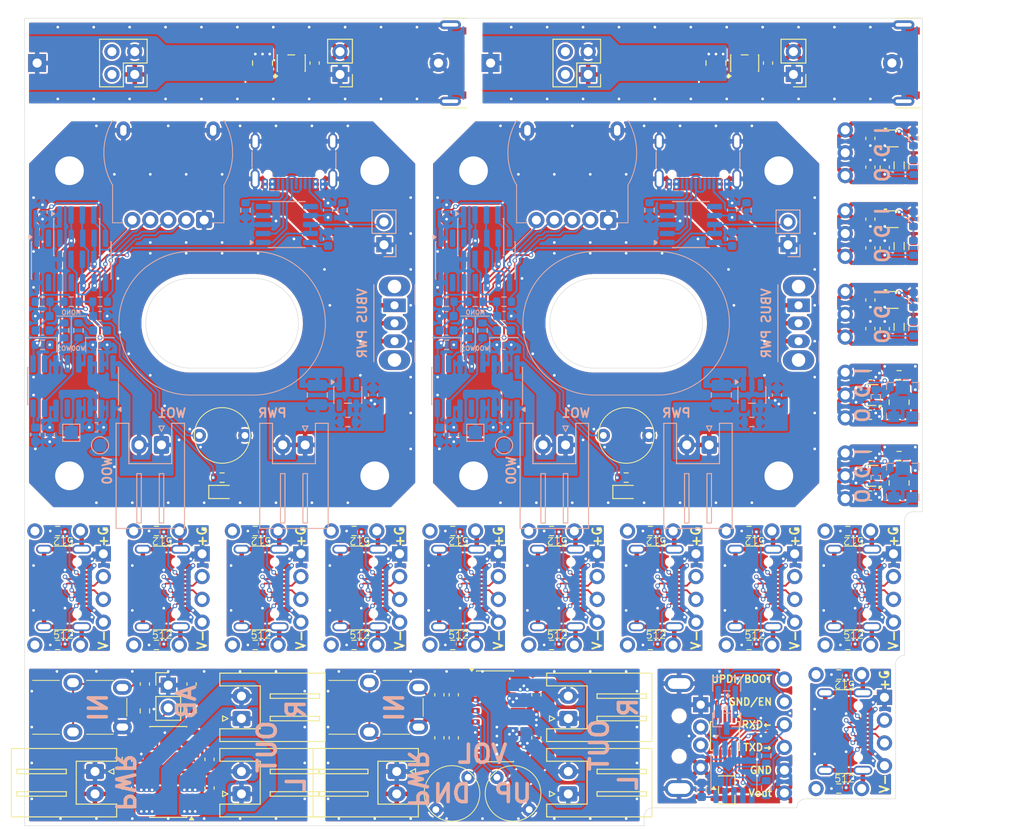
<source format=kicad_pcb>
(kicad_pcb (version 20241229) (generator "pcbnew") (generator_version "9.0")
  (layers (0 "F.Cu" signal) (2 "B.Cu" signal) (13 "F.Paste" user) (15 "B.Paste" user) (5 "F.SilkS" user "F.Silkscreen") (7 "B.SilkS" user "B.Silkscreen") (1 "F.Mask" user) (3 "B.Mask" user) (25 "Edge.Cuts" user))
  (net 0 "")
  (net 1 "GND")
  (net 2 "Net-(C2-Pad2)")
  (net 3 "Net-(C4-Pad2)")
  (net 4 "~{SD}")
  (net 5 "Net-(U3-VREF)")
  (net 6 "VCC")
  (net 7 "LED")
  (net 8 "AMP-OUT0+")
  (net 9 "AMP-OUT0-")
  (net 10 "AMP-OUT1+")
  (net 11 "AMP-OUT1-")
  (net 12 "UPDI")
  (net 14 "D-")
  (net 15 "Net-(J6-CC1)")
  (net 16 "D+")
  (net 18 "Net-(J6-CC2)")
  (net 19 "Net-(R1-Pad1)")
  (net 20 "AMP0")
  (net 21 "AMP1")
  (net 22 "MODE")
  (net 23 "WO0")
  (net 24 "WO1")
  (net 25 "BTN")
  (net 33 "Net-(U5-V3)")
  (net 35 "Net-(D1-A)")
  (net 36 "Net-(R3-Pad1)")
  (net 37 "Net-(JP1-A)")
  (net 38 "Net-(JP1-B)")
  (net 39 "+BATT")
  (net 40 "VBUS")
  (net 42 "+5V")
  (net 43 "Net-(U6-SW)")
  (net 46 "Vout")
  (net 54 "Net-(U1-SW)")
  (net 59 "/EN")
  (net 60 "/FB")
  (net 61 "Vin")
  (net 62 "/SW")
  (net 63 "/BST")
  (net 64 "EN")
  (net 65 "FB")
  (net 66 "Net-(U1-LX1)")
  (net 67 "Net-(U1-LX2)")
  (net 68 "Net-(J1-CC2)")
  (net 69 "SHIELD")
  (net 70 "Net-(J1-CC1)")
  (net 75 "INR")
  (net 76 "Net-(U1-INL)")
  (net 77 "Net-(U1-INR)")
  (net 78 "INL")
  (net 79 "Net-(U1-VREF)")
  (net 80 "/ROUTN")
  (net 81 "/ROUTP")
  (net 82 "/LOUTN")
  (net 83 "/LOUTP")
  (net 84 "Net-(C1-Pad2)")
  (net 85 "VDD")
  (net 86 "Net-(U1-RINP)")
  (net 87 "Net-(U1-RINN)")
  (net 88 "Net-(U1-LINP)")
  (net 89 "Net-(U1-LINN)")
  (net 90 "Net-(U1-UP)")
  (net 91 "Net-(U1-DOWN)")
  (net 92 "ING")
  (net 93 "V3")
  (net 94 "GND|EN")
  (net 95 "RXD")
  (net 96 "VOUT")
  (net 97 "TXD")
  (net 98 "UPDI|BOOT")
  (net 99 "RTS#")
  (net 100 "DTR#")
  (net 101 "_TXD")
  (net 102 "_RXD")
  (footprint "Capacitor_SMD:C_0603_1608Metric" (layer "F.Cu") (at 114.2 45.6 90)
    (property "Reference" "C2" (hide yes))
    (property "Value" "22u" (hide yes))
  )
  (footprint "Resistor_SMD:R_0603_1608Metric" (layer "F.Cu") (at 31.4 102.6 90)
    (property "Reference" "R1" (hide yes))
    (property "Value" "10k" (hide yes))
  )
  (footprint "Resistor_SMD:R_0603_1608Metric" (layer "F.Cu") (at 119 33.4 -90)
    (property "Reference" "R1" (hide yes))
    (property "Value" "100k" (hide yes))
  )
  (footprint "Connector_USB:USB_C_Receptacle_GCT_USB4105-xx-A_16P_TopMnt_Horizontal" (layer "F.Cu") (at 56.25 83.5 -90)
    (property "Reference" "J1" (hide yes))
    (property "Value" "USB_C_Receptacle_USB2.0_16P" (hide yes))
  )
  (footprint "Connector_USB:USB_C_Receptacle_GCT_USB4105-xx-A_16P_TopMnt_Horizontal" (layer "F.Cu") (at 89.25 83.5 -90)
    (property "Reference" "J1" (hide yes))
    (property "Value" "USB_C_Receptacle_USB2.0_16P" (hide yes))
  )
  (footprint "Connector_USB:USB_C_Receptacle_GCT_USB4105-xx-A_16P_TopMnt_Horizontal" (layer "F.Cu") (at 78.25 83.5 -90)
    (property "Reference" "J1" (hide yes))
    (property "Value" "USB_C_Receptacle_USB2.0_16P" (hide yes))
  )
  (footprint "Resistor_SMD:R_0603_1608Metric" (layer "F.Cu") (at 110.69 93.15 180)
    (property "Reference" "R1" (hide yes))
    (property "Value" "5k1" (hide yes))
  )
  (footprint "Resistor_SMD:R_0603_1608Metric" (layer "F.Cu") (at 111.69 89.85 180)
    (property "Reference" "R2" (hide yes))
    (property "Value" "5k1" (hide yes))
  )
  (footprint "Capacitor_SMD:C_0603_1608Metric" (layer "F.Cu") (at 115.8 45.6 90)
    (property "Reference" "C3" (hide yes))
    (property "Value" "22u" (hide yes))
  )
  (footprint "Package_SO:SO-16_3.9x9.9mm_P1.27mm" (layer "F.Cu") (at 72.4 97.8)
    (property "Reference" "U1" (hide yes))
    (property "Value" "PAM8408D" (hide yes))
  )
  (footprint "Capacitor_SMD:C_0603_1608Metric" (layer "F.Cu") (at 119 36.6 90)
    (property "Reference" "C1" (hide yes))
    (property "Value" "0u1" (hide yes))
  )
  (footprint "MountingHole:MountingHole_3.2mm_M3_Pad" (layer "F.Cu") (at 59 71 90)
    (property "Reference" "H4" (hide yes))
    (property "Value" "MountingHole_Pad" (hide yes))
  )
  (footprint "Library:alps-skrg" (layer "F.Cu") (at 42 66.5 180)
    (property "Reference" "SW1" (hide yes))
    (property "Value" "SW_Push" (hide yes))
  )
  (footprint "Capacitor_SMD:C_0603_1608Metric" (layer "F.Cu") (at 40.6 105.8 90)
    (property "Reference" "C6" (hide yes))
    (property "Value" "1u" (hide yes))
  )
  (footprint "Capacitor_SMD:C_0603_1608Metric" (layer "F.Cu") (at 95.4 106 -90)
    (property "Reference" "C1" (hide yes))
    (property "Value" "0u1" (hide yes))
  )
  (footprint "Package_TO_SOT_SMD:SOT-563" (layer "F.Cu") (at 116.6 42.4)
    (property "Reference" "U1" (hide yes))
    (property "Value" "TPS56124x" (hide yes))
  )
  (footprint "Resistor_SMD:R_0603_1608Metric" (layer "F.Cu") (at 87 71.2)
    (property "Reference" "R16" (hide yes))
    (property "Value" "10k" (hide yes))
  )
  (footprint "Capacitor_SMD:C_0603_1608Metric" (layer "F.Cu") (at 114.2 33.4 -90)
    (property "Reference" "C4" (hide yes))
    (property "Value" "10u" (hide yes))
  )
  (footprint "Inductor_SMD:L_0805_2012Metric" (layer "F.Cu") (at 117.4 54.4 -90)
    (property "Reference" "L1" (hide yes))
    (property "Value" "3u3" (hide yes))
  )
  (footprint "Package_TO_SOT_SMD:SOT-23-3" (layer "F.Cu") (at 98.2 106)
    (property "Reference" "U3" (hide yes))
    (property "Value" "AP7333" (hide yes))
  )
  (footprint "Capacitor_SMD:C_0603_1608Metric" (layer "F.Cu") (at 52.3 25 -90)
    (property "Reference" "C1" (hide yes))
    (property "Value" "22u" (hide yes))
  )
  (footprint "Library:mcbeeringi_icon_10mm" (layer "F.Cu") (at 96 62.4 -90)
    (property "Reference" "")
    (property "Value" "LOGO" (hide yes))
  )
  (footprint "Connector_PinHeader_2.54mm:PinHeader_2x02_P2.54mm_Vertical" (layer "F.Cu") (at 82.77 26.27 180)
    (property "Reference" "J1" (hide yes))
    (property "Value" "Conn_02x02_Odd_Even" (hide yes))
  )
  (footprint "Inductor_SMD:L_1008_2520Metric" (layer "F.Cu") (at 117.4 71.8 -90)
    (property "Reference" "L1" (hide yes))
    (property "Value" "1u" (hide yes))
  )
  (footprint "Resistor_SMD:R_0603_1608Metric" (layer "F.Cu") (at 78.69 77.15 180)
    (property "Reference" "R1" (hide yes))
    (property "Value" "5k1" (hide yes))
  )
  (footprint "Connector_JST:JST_XH_S2B-XH-A_1x02_P2.50mm_Horizontal" (layer "F.Cu") (at 61.445 103.95 -90)
    (property "Reference" "J4" (hide yes))
    (property "Value" "PWR" (hide yes))
  )
  (footprint "Capacitor_SMD:C_0603_1608Metric" (layer "F.Cu") (at 114.2 64.2 180)
    (property "Reference" "C2" (hide yes))
    (property "Value" "22u" (hide yes))
  )
  (footprint "Library:MJ-8435" (layer "F.Cu") (at 52.8875 96.8 90)
    (property "Reference" "J3" (hide yes))
    (property "Value" "AudioJack3" (hide yes))
  )
  (footprint "Library:PCB.MCBEERINGI.DEV_small" (layer "F.Cu") (at 25.5 25)
    (property "Reference" "")
    (property "Value" "")
  )
  (footprint "Capacitor_SMD:C_0603_1608Metric" (layer "F.Cu") (at 114.2 42.4 -90)
    (property "Reference" "C4" (hide yes))
    (property "Value" "10u" (hide yes))
  )
  (footprint "Connector_JST:JST_XH_S2B-XH-A_1x02_P2.50mm_Horizontal" (layer "F.Cu") (at 80.555 98.05 90)
    (property "Reference" "J1" (hide yes))
    (property "Value" "ROUT" (hide yes))
  )
  (footprint "Resistor_SMD:R_0603_1608Metric" (layer "F.Cu") (at 67.69 77.15 180)
    (property "Reference" "R1" (hide yes))
    (property "Value" "5k1" (hide yes))
  )
  (footprint "Resistor_SMD:R_0603_1608Metric" (layer "F.Cu") (at 117.4 68.8)
    (property "Reference" "R1" (hide yes))
    (property "Value" "10k" (hide yes))
  )
  (footprint "Resistor_SMD:R_0603_1608Metric" (layer "F.Cu") (at 100.69 89.85 180)
    (property "Reference" "R2" (hide yes))
    (property "Value" "5k1" (hide yes))
  )
  (footprint "MountingHole:MountingHole_3.2mm_M3_Pad" (layer "F.Cu") (at 104 71 90)
    (property "Reference" "H4" (hide yes))
    (property "Value" "MountingHole_Pad" (hide yes))
  )
  (footprint "Connector_USB:USB_C_Receptacle_GCT_USB4105-xx-A_16P_TopMnt_Horizontal" (layer "F.Cu") (at 34.25 83.5 -90)
    (property "Reference" "J1" (hide yes))
    (property "Value" "USB_C_Receptacle_USB2.0_16P" (hide yes))
  )
  (footprint "Resistor_SMD:R_0603_1608Metric" (layer "F.Cu") (at 45.69 77.15 180)
    (property "Reference" "R1" (hide yes))
    (property "Value" "5k1" (hide yes))
  )
  (footprint "Connector_USB:USB_C_Receptacle_GCT_USB4105-xx-A_16P_TopMnt_Horizontal" (layer "F.Cu") (at 23.25 83.5 -90)
    (property "Reference" "J1" (hide yes))
    (property "Value" "USB_C_Receptacle_USB2.0_16P" (hide yes))
  )
  (footprint "Package_TO_SOT_SMD:SOT-23-5" (layer "F.Cu") (at 49.7 25 90)
    (property "Reference" "U1" (hide yes))
    (property "Value" "TPS613222ADBV" (hide yes))
  )
  (footprint "Capacitor_SMD:C_0603_1608Metric" (layer "F.Cu") (at 66.2 95.4 90)
    (property "Reference" "C1" (hide yes))
    (property "Value" "0u1" (hide yes))
  )
  (footprint "Package_SO:VSSOP-10_3x3mm_P0.5mm" (layer "F.Cu") (at 98 100 -90)
    (property "Reference" "U2" (hide yes))
    (property "Value" "TS5A23159DGS" (hide yes))
  )
  (footprint "Resistor_SMD:R_0603_1608Metric" (layer "F.Cu") (at 100.69 77.15 180)
    (property "Reference" "R1" (hide yes))
    (property "Value" "5k1" (hide yes))
  )
  (footprint "Capacitor_SMD:C_0603_1608Metric" (layer "F.Cu") (at 40.6 102.6 90)
    (property "Reference" "C3" (hide yes))
    (property "Value" "0u1" (hide yes))
  )
  (footprint "Capacitor_SMD:C_0603_1608Metric" (layer "F.Cu") (at 119 54.6 90)
    (property "Reference" "C1" (hide yes))
    (property "Value" "0u1" (hide yes))
  )
  (footprint "Connector_USB:USB_C_Receptacle_GCT_USB4105-xx-A_16P_TopMnt_Horizontal" (layer "F.Cu") (at 111.25 83.5 -90)
    (property "Reference" "J1" (hide yes))
    (property "Value" "USB_C_Receptacle_USB2.0_16P" (hide yes))
  )
  (footprint "Capacitor_SMD:C_0603_1608Metric" (layer "F.Cu") (at 102.8 25 -90)
    (property "Reference" "C1" (hide yes))
    (property "Value" "22u" (hide yes))
  )
  (footprint "Capacitor_SMD:C_0603_1608Metric" (layer "F.Cu") (at 77 95.4 90)
    (property "Reference" "C5" (hide yes))
    (property "Value" "1u" (hide yes))
  )
  (footprint "Connector_PinSocket_2.54mm:PinSocket_1x06_P2.54mm_Vertical" (layer "F.Cu") (at 104.625 93.65)
    (property "Reference" "J3" (hide yes))
    (property "Value" "OUT" (hide yes))
  )
  (footprint "MountingHole:MountingHole_3.2mm_M3_Pad" (layer "F.Cu") (at 25 37 90)
    (property "Reference" "H2" (hide yes))
    (property "Value" "MountingHole_Pad" (hide yes))
  )
  (footprint "Connector_USB:USB_C_Receptacle_GCT_USB4105-xx-A_16P_TopMnt_Horizontal" (layer "F.Cu") (at 110.25 99.5 -90)
    (property "Reference" "J1" (hide yes))
    (property "Value" "USB_C_Receptacle_USB2.0_16P" (hide yes))
  )
  (footprint "Package_TO_SOT_SMD:SOT-563" (layer "F.Cu") (at 116.6 51.4)
    (property "Reference" "U1" (hide yes))
    (property "Value" "TPS56124x" (hide yes))
  )
  (footprint "Connector_PinHeader_2.54mm:PinHeader_1x02_P2.54mm_Vertical" (layer "F.Cu") (at 105.63 26.27 180)
    (property "Reference" "J2" (hide yes))
    (property "Value" "Conn_01x02_Pin" (hide yes))
  )
  (footprint "Resistor_SMD:R_0603_1608Metric" (layer "F.Cu") (at 23.69 77.15 180)
    (property "Reference" "R1" (hide yes))
    (property "Value" "5k1" (hide yes))
  )
  (footprint "Capacitor_SMD:C_0603_1608Metric" (layer "F.Cu") (at 114.2 68.8 180)
    (property "Reference" "C1" (hide yes))
    (property "Value" "22u" (hide yes))
  )
  (footprint "Library:mcbeeringi_icon_10mm" (layer "F.Cu") (at 90.2 25)
    (property "Reference" "")
    (property "Value" "LOGO" (hide yes))
  )
  (footprint "Capacitor_SMD:C_0603_1608Metric" (layer "F.Cu") (at 115.8 36.6 90)
    (property "Reference" "C3" (hide yes))
    (property "Value" "22u" (hide yes))
  )
  (footprint "Resistor_SMD:R_0603_1608Metric" (layer "F.Cu") (at 78.69 89.85 180)
    (property "Reference" "R2" (hide yes))
    (property "Value" "5k1" (hide yes))
  )
  (footprint "Capacitor_SMD:C_0603_1608Metric" (layer "F.Cu") (at 31.4 105.8 90)
    (property "Reference" "C5" (hide yes))
    (property "Value" "1u" (hide yes))
  )
  (footprint "Resistor_SMD:R_0603_1608Metric" (layer "F.Cu") (at 111.69 77.15 180)
    (property "Reference" "R1" (hide yes))
    (property "Value" "5k1" (hide yes))
  )
  (footprint "Inductor_SMD:L_1008_2520Metric" (layer "F.Cu") (at 97 25 -90)
    (property "Reference" "L1" (hide yes))
    (property "Value" "4u7" (hide yes))
  )
  (footprint "Connector_USB:USB_C_Receptacle_GCT_USB4105-xx-A_16P_TopMnt_Horizontal" (layer "F.Cu") (at 100.25 83.5 -90)
    (property "Reference" "J1" (hide yes))
    (property "Value" "USB_C_Receptacle_USB2.0_16P" (hide yes))
  )
  (footprint "Package_TO_SOT_SMD:SOT-583-8" (layer "F.Cu") (at 114.4 71 180)
    (property "Reference" "U1" (hide yes))
    (property "Value" "TPS631000" (hide yes))
  )
  (footprint "Capacitor_SMD:C_0603_1608Metric" (layer "F.Cu") (at 114.2 36.6 90)
    (property "Reference" "C2" (hide yes))
    (property "Value" "22u" (hide yes))
  )
  (footprint "Capacitor_SMD:C_0603_1608Metric" (layer "F.Cu") (at 114.2 59.8 180)
    (property "Reference" "C1" (hide yes))
    (property "Value" "22u" (hide yes))
  )
  (footprint "Connector_JST:JST_XH_S2B-XH-A_1x02_P2.50mm_Horizontal" (layer "F.Cu") (at 44.155 98.05 90)
    (property "Reference" "J1" (hide yes))
    (property "Value" "ROUT" (hide yes))
  )
  (footprint "Library:alps-skrg" (layer "F.Cu") (at 74.4 106.4 135)
    (property "Reference" "SW1" (hide yes))
    (property "Value" "VOL_UP" (hide yes))
  )
  (footprint "Resistor_SMD:R_0603_1608Metric" (layer "F.Cu") (at 56.69 89.85 180)
    (property "Reference" "R2" (hide yes))
    (property "Value" "5k1" (hide yes))
  )
  (footprint "Package_TO_SOT_SMD:SOT-583-8" (layer "F.Cu") (at 114.4 62 180)
    (property "Reference" "U1" (hide yes))
    (property "Value" "TPS631000" (hide yes))
  )
  (footprint "Connector_USB:USB_C_Receptacle_GCT_USB4105-xx-A_16P_TopMnt_Horizontal" (layer "F.Cu") (at 45.25 83.5 -90)
    (property "Reference" "J1" (hide yes))
    (property "Value" "USB_C_Receptacle_USB2.0_16P" (hide yes))
  )
  (footprint "Capacitor_SMD:C_0603_1608Metric" (layer "F.Cu") (at 67.8 95.4 90)
    (property "Reference" "C2" (hide yes))
    (property "Value" "0u1" (hide yes))
  )
  (footprint "Resistor_SMD:R_0603_1608Metric" (layer "F.Cu") (at 119 51.4 -90)
    (property "Reference" "R1" (hide yes))
    (property "Value" "100k" (hide yes))
  )
  (footprint "Inductor_SMD:L_1008_2520Metric" (layer "F.Cu") (at 46.5 25 -90)
    (property "Reference" "L1" (hide yes))
    (property "Value" "4u7" (hide yes))
  )
  (footprint "MountingHole:MountingHole_3.2mm_M3_Pad" (layer "F.Cu") (at 70 37 90)
    (property "Reference" "H2" (hide yes))
    (property "Value" "MountingHole_Pad" (hide yes))
  )
  (footprint "Inductor_SMD:L_0805_2012Metric" (layer "F.Cu") (at 117.4 45.4 -90)
    (property "Reference" "L1" (hide yes))
    (property "Value" "3u3" (hide yes))
  )
  (footprint "Inductor_SMD:L_1008_2520Metric" (layer "F.Cu") (at 117.4 62.8 -90)
    (property "Reference" "L1" (hide yes))
    (property "Value" "1u" (hide yes))
  )
  (footprint "Capacitor_SMD:C_0603_1608Metric" (layer "F.Cu") (at 66.2 100.2 -90)
    (property "Reference" "C3" (hide yes))
    (property "Value" "0u1" (hide yes))
  )
  (footprint "Resistor_SMD:R_0603_1608Metric" (layer "F.Cu") (at 119 42.4 -90)
    (property "Reference" "R1" (hide yes))
    (property "Value" "100k" (hide yes))
  )
  (footprint "Resistor_SMD:R_0603_1608Metric" (layer "F.Cu") (at 89.69 77.15 180)
    (property "Reference" "R1" (hide yes))
    (property "Value" "5k1" (hide yes))
  )
  (footprint "LED_SMD:LED_0603_1608Metric" (layer "F.Cu") (at 42 72.8)
    (property "Reference" "D1" (hide yes))
    (property "Value" "LED_Small" (hide yes))
  )
  (footprint "Connector_JST:JST_XH_S2B-XH-A_1x02_P2.50mm_Horizontal" (layer "F.Cu") (at 44.155 106.45 90)
    (property "Reference" "J2" (hide yes))
    (property "Value" "LOUT" (hide yes))
  )
  (footprint "LED_SMD:LED_0603_1608Metric" (layer "F.Cu") (at 87 72.8)
    (property "Reference" "D1" (hide yes))
    (property "Value" "LED_Small" (hide yes))
  )
  (footprint "Capacitor_SMD:C_0603_1608Metric" (layer "F.Cu") (at 114.2 51.4 -90)
    (property "Reference" "C4" (hide yes))
    (property "Value" "10u" (hide yes))
  )
  (footprint "Resistor_SMD:R_0603_1608Metric" (layer "F.Cu") (at 110.69 105.85 180)
    (property "Reference" "R2" (hide yes))
    (property "Value" "5k1" (hide yes))
  )
  (footprint "Connector_PinHeader_2.54mm:PinHeader_1x02_P2.54mm_Vertical" (layer "F.Cu") (at 55.13 26.27 180)
    (property "Reference" "J2" (hide yes))
    (property "Value" "Conn_01x02_Pin" (hide yes))
  )
  (footprint "Connector_PinHeader_2.54mm:PinHeader_2x02_P2.54mm_Vertical" (layer "F.Cu") (at 32.27 26.27 180)
    (property "Reference" "J1" (hide yes))
    (property "Value" "Conn_02x02_Odd_Even" (hide yes))
  )
  (footprint "Library:PCB.MCBEERINGI.DEV_small" (layer "F.Cu") (at 51 71.6 -90)
    (property "Reference" "")
    (property "Value" "")
  )
  (footprint "Connector_USB:USB_C_Receptacle_GCT_USB4105-xx-A_16P_TopMnt_Horizontal" (layer "F.Cu") (at 67.25 83.5 -90)
    (property "Reference" "J1" (hide yes))
    (property "Value" "USB_C_Receptacle_USB2.0_16P" (hide yes))
  )
  (footprint "Resistor_SMD:R_0603_1608Metric" (layer "F.Cu") (at 45.69 89.85 180)
    (property "Reference" "R2" (hide yes))
    (property "Value" "5k1" (hide yes))
  )
  (footprint "MountingHole:MountingHole_3.2mm_M3_Pad" (layer "F.Cu") (at 59 37 90)
    (property "Reference" "H3" (hide yes))
    (property "Value" "MountingHole_Pad" (hide yes))
  )
  (footprint "Resistor_SMD:R_0603_1608Metric" (layer "F.Cu") (at 42 71.2)
    (property "Reference" "R16" (hide yes))
    (property "Value" "10k" (hide yes))
  )
  (footprint "Library:USB_C_PLUG_00402-UCAM002-X" (layer "F.Cu") (at 69.5 25 90)
    (property "Reference" "P1" (hide yes))
    (property "Value" "USB_C_Plug" (hide yes))
  )
  (footprint "Inductor_SMD:L_0805_2012Metric" (layer "F.Cu") (at 117.4 36.4 -90)
    (property "Reference" "L1" (hide yes))
    (property "Value" "3u3" (hide yes))
  )
  (footprint "Library:alps-skrg" (layer "F.Cu") (at 87 66.5 180)
    (property "Reference" "SW1" (hide yes))
    (property "Value" "SW_Push" (hide yes))
  )
  (footprint "Resistor_SMD:R_0603_1608Metric" (layer "F.Cu") (at 38.6 97.2 -90)
    (property "Reference" "R2" (hide yes))
    (property "Value" "10k" (hide yes))
  )
  (footprint "Library:mcbeeringi_icon_10mm" (layer "F.Cu") (at 39.7 25)
    (property "Reference" "")
    (property "Value" "LOGO" (hide yes))
  )
  (footprint "Library:PCB.MCBEERINGI.DEV_small" (layer "F.Cu") (at 96 71.6 -90)
    (property "Reference" "")
    (property "Value" "")
  )
  (footprint "Package_SO:SOIC-16_3.9x9.9mm_P1.27mm" (layer "F.Cu") (at 36 104 180)
    (property "Reference" "U1" (hide yes))
    (property "Value" "PAM8406D" (hide yes))
  )
  (footprint "Package_TO_SOT_SMD:SOT-563" (layer "F.Cu") (at 116.6 33.4)
    (property "Reference" "U1" (hide yes))
    (property "Value" "TPS56124x" (hide yes))
  )
  (footprint "Package_TO_SOT_SMD:SOT-23-5" (layer "F.Cu") (at 100.2 25 90)
    (property "Reference" "U1" (hide yes))
    (property "Value" "TPS613222ADBV" (hide yes))
  )
  (footprint "Connector_PinHeader_2.54mm:PinHeader_1x02_P2.54mm_Vertical" (layer "F.Cu") (at 36 94.325)
    (property "Reference" "JP1" (hide yes))
    (property "Value" "AB" (hide yes))
  )
  (footprint "Resistor_SMD:R_0603_1608Metric" (layer "F.Cu") (at 89.69 89.85 180)
    (property "Reference" "R2" (hide yes))
    (property "Value" "5k1" (hide yes))
  )
  (footprint "Resistor_SMD:R_0603_1608Metric" (layer "F.Cu") (at 56.69 77.15 180)
    (property "Reference" "R1" (hide yes))
    (property "Value" "5k1" (hide yes))
  )
  (footprint "Library:mcbeeringi_icon_10mm" (layer "F.Cu") (at 51 62.4 -90)
    (property "Reference" "")
    (property "Value" "LOGO" (hide yes))
  )
  (footprint "Capacitor_SMD:C_0603_1608Metric" (layer "F.Cu") (at 114.2 54.6 90)
    (property "Reference" "C2" (hide yes))
    (property "Value" "22u" (hide yes))
  )
  (footprint "Capacitor_SMD:C_0603_1608Metric" (layer "F.Cu") (at 115.8 54.6 90)
    (property "Reference" "C3" (hide yes))
    (property "Value" "22u" (hide yes))
  )
  (footprint "Resistor_SMD:R_0603_1608Metric" (layer "F.Cu") (at 34.69 77.15 180)
    (property "Reference" "R1" (hide yes))
    (property "Value" "5k1" (hide yes))
  )
  (footprint "Capacitor_SMD:C_0603_1608Metric" (layer "F.Cu") (at 77 100.2 -90)
    (property "Reference" "C6" (hide yes))
    (property "Value" "1u" (hide yes))
  )
  (footprint "Capacitor_SMD:C_0603_1608Metric" (layer "F.Cu") (at 38.6 94.2 -90)
    (property "Reference" "C1" (hide yes))
    (property "Value" "0u1" (hide yes))
  )
  (footprint "Library:MJ-8435" (layer "F.Cu") (at 19.8875 96.8 90)
    (property "Reference" "J3" (hide yes))
    (property "Value" "AudioJack3" (hide yes))
  )
  (footprint "MountingHole:MountingHole_3.2mm_M3_Pad" (layer "F.Cu") (at 104 37 90)
    (property "Reference" "H3" (hide yes))
    (property "Value" "MountingHole_Pad" (hide yes))
  )
  (footprint "Connector_JST:JST_XH_S2B-XH-A_1x02_P2.50mm_Horizontal" (layer "F.Cu") (at 80.555 106.45 90)
    (property "Reference" "J2" (hide yes))
    (property "Value" "LOUT" (hide yes))
  )
  (footprint "Resistor_SMD:R_0603_1608Metric" (layer "F.Cu") (at 67.69 89.85 180)
    (property "Reference" "R2" (hide yes))
    (property "Value" "5k1" (hide yes))
  )
  (footprint "Capacitor_SMD:C_0603_1608Metric" (layer "F.Cu") (at 33.4 94.2 -90)
    (property "Reference" "C2" (hide yes))
    (property "Value" "0u1" (hide yes))
  )
  (footprint "Resistor_SMD:R_0603_1608Metric" (layer "F.Cu") (at 23.69 89.85 180)
    (property "Reference" "R2" (hide yes))
    (property "Value" "5k1" (hide yes))
  )
  (footprint "Library:USB_A_PLUG_USB-4AM103AS" (layer "F.Cu") (at 90 100 180)
    (property "Reference" "J1" (hide yes))
    (property "Value" "USB_A" (hide yes))
  )
  (footprint "Library:alps-skrg" (layer "F.Cu") (at 67.6 106.4 45)
    (property "Reference" "SW2" (hide yes))
    (property "Value" "VOL_DOWN" (hide yes))
  )
  (footprint "Library:USB_C_PLUG_00402-UCAM002-X" (layer "F.Cu") (at 120 25 90)
    (property "Reference" "P1" (hide yes))
    (property "Value" "USB_C_Plug" (hide yes))
  )
  (footprint "Capacitor_SMD:C_0603_1608Metric" (layer "F.Cu") (at 67.8 100.2 -90)
    (property "Reference" "C4" (hide yes))
    (property "Value" "0u1" (hide yes))
  )
  (footprint "Capacitor_SMD:C_0603_1608Metric" (layer "F.Cu") (at 114.2 73.2 180)
    (property "Reference" "C2" (hide yes))
    (property "Value" "22u" (hide yes))
  )
  (footprint "MountingHole:MountingHole_3.2mm_M3_Pad" (layer "F.Cu") (at 70 71 90)
    (property "Reference" "H1" (hide yes))
    (property "Value" "MountingHole_Pad" (hide yes))
  )
  (footprint "Resistor_SMD:R_0603_1608Metric" (layer "F.Cu") (at 34.69 89.85 180)
    (property "Reference" "R2" (hide yes))
    (property "Value" "5k1" (hide yes))
  )
  (footprint "Library:PCB.MCBEERINGI.DEV_small" (layer "F.Cu") (at 76 25)
    (property "Reference" "")
    (property "Value" "")
  )
  (footprint "Resistor_SMD:R_0603_1608Metric" (layer "F.Cu") (at 33.4 97.2 -90)
    (property "Reference" "R3" (hide yes))
    (property "Value" "10k" (hide yes))
  )
  (footprint "Capacitor_SMD:C_0603_1608Metric" (layer "F.Cu") (at 119 45.6 90)
    (property "Reference" "C1" (hide yes))
    (property "Value" "0u1" (hide yes))
  )
  (footprint "Resistor_SMD:R_0603_1608Metric" (layer "F.Cu") (at 117.4 59.8)
    (property "Reference" "R1" (hide yes))
    (property "Value" "10k" (hide yes))
  )
  (footprint "MountingHole:MountingHole_3.2mm_M3_Pad" (layer "F.Cu") (at 25 71 90)
    (property "Reference" "H1" (hide yes))
    (property "Value" "MountingHole_Pad" (hide yes))
  )
  (footprint "Connector_JST:JST_XH_S2B-XH-A_1x02_P2.50mm_Horizontal" (layer "F.Cu") (at 27.845 103.95 -90)
    (property "Reference" "J4" (hide yes))
    (property "Value" "PWR" (hide yes))
  )
  (footprint "Connector_PinHeader_2.54mm:PinHeader_1x01_P2.54mm_Vertical" (layer "B.Cu") (at 43.15 77.15 180)
    (property "Reference" "J5" (hide yes))
    (property "Value" "Conn_01x01_Pin" (hide yes))
  )
  (footprint "Connector_USB:USB_C_Receptacle_GCT_USB4105-xx-A_16P_TopMnt_Horizontal" (layer "B.Cu") (at 50 34.8)
    (property "Reference" "J6" (hide yes))
    (property "Value" "USB" (hide yes))
  )
  (footprint "Connector_PinHeader_2.54mm:PinHeader_1x01_P2.54mm_Vertical" (layer "B.Cu") (at 26.23 77.15 180)
    (property "Reference" "J3" (hide yes))
    (property "Value" "Conn_01x01_Pin" (hide yes))
  )
  (footprint "Package_TO_SOT_SMD:SOT-23" (layer "B.Cu") (at 98.2 94.2 90)
    (property "Reference" "Q2" (hide yes))
    (property "Value" "BSS138" (hide yes))
  )
  (footprint "Resistor_SMD:R_0603_1608Metric" (layer "B.Cu") (at 25.2 51.6 180)
    (property "Reference" "JP1" (hide yes))
    (property "Value" "mono" (hide yes))
  )
  (footprint "Connector_PinHeader_2.54mm:PinHeader_1x04_P2.54mm_Vertical" (layer "B.Cu") (at 50.77 79.69 180)
    (property "Reference" "J2" (hide yes))
    (property "Value" "Conn_01x04_Pin" (hide yes))
  )
  (footprint "Connector_PinHeader_2.54mm:PinHeader_1x03_P2.54mm_Vertical" (layer "B.Cu") (at 111.4 41.46 180)
    (property "Reference" "J1" (hide yes))
    (property "Value" "Conn_01x03_Pin" (hide yes))
  )
  (footprint "Resistor_SMD:R_0603_1608Metric" (layer "B.Cu") (at 101 65 180)
    (property "Reference" "JP2" (hide yes))
    (property "Value" "BYPASS" (hide yes))
  )
  (footprint "LOGO" (layer "B.Cu") (at 109.5 99.5 -90)
    (property "Reference" "G***" (hide yes))
    (property "Value" "LOGO" (hide yes))
  )
  (footprint "Library:alps-rk10j12e" (layer "B.Cu") (at 81 35 180)
    (property "Reference" "U4" (hide yes))
    (property "Value" "alps-rk10j12e")
  )
  (footprint "Package_SO:SOIC-14_3.9x8.7mm_P1.27mm" (layer "B.Cu") (at 25.2 47 -90)
    (property "Reference" "U2" (hide yes))
    (property "Value" "ATtiny1604-SS" (hide yes))
  )
  (footprint "Package_SO:SSOP-10-1EP_3.9x4.9mm_P1mm_EP2.1x3.3mm" (layer "B.Cu") (at 49.2 43)
    (property "Reference" "U5" (hide yes))
    (property "Value" "CH340K" (hide yes))
  )
  (footprint "Connector_PinHeader_2.54mm:PinHeader_1x01_P2.54mm_Vertical" (layer "B.Cu") (at 59.23 77.15 180)
    (property "Reference" "J3" (hide yes))
    (property "Value" "Conn_01x01_Pin" (hide yes))
  )
  (footprint "Capacitor_SMD:C_0603_1608Metric" (layer "B.Cu") (at 73.4 53.2 180)
    (property "Reference" "C1" (hide yes))
    (property "Value" "C_{LPF0}" (hide yes))
  )
  (footprint "Capacitor_SMD:C_0603_1608Metric" (layer "B.Cu") (at 53.8 44.6 -90)
    (property "Reference" "C5" (hide yes))
    (property "Value" "0u1" (hide yes))
  )
  (footprint "Connector_JST:JST_XH_S2B-XH-A_1x02_P2.50mm_Horizontal" (layer "B.Cu") (at 96.25 67.555 180)
    (property "Reference" "J5" (hide yes))
    (property "Value" "PWR")
  )
  (footprint "Connector_PinHeader_2.54mm:PinHeader_1x01_P2.54mm_Vertical" (layer "B.Cu") (at 103.23 89.85 180)
    (property "Reference" "J4" (hide yes))
    (property "Value" "Conn_01x01_Pin" (hide yes))
  )
  (footprint "Resistor_SMD:R_0603_1608Metric" (layer "B.Cu") (at 118.991818 33.4 90)
    (property "Reference" "R3" (hide yes))
    (property "Value" "R_{FBB}" (hide yes))
  )
  (footprint "Capacitor_SMD:C_0603_1608Metric" (layer "B.Cu") (at 28.4 53.2 180)
    (property "Reference" "C1" (hide yes))
    (property "Value" "C_{LPF0}" (hide yes))
  )
  (footprint "Resistor_SMD:R_0603_1608Metric" (layer "B.Cu") (at 102.6 105.8 -90)
    (property "Reference" "JP3" (hide yes))
    (property "Value" "TXD" (hide yes))
  )
  (footprint "LOGO" (layer "B.Cu") (at 77.5 83.5 -90)
    (property "Reference" "G***" (hide yes))
    (property "Value" "LOGO" (hide yes))
  )
  (footprint "Resistor_SMD:R_0603_1608Metric" (layer "B.Cu") (at 118.991818 42.4 90)
    (property "Reference" "R3" (hide yes))
    (property "Value" "R_{FBB}" (hide yes))
  )
  (footprint "Library:alps-rk10j12e" (layer "B.Cu") (at 36 35 180)
    (property "Reference" "U4" (hide yes))
    (property "Value" "alps-rk10j12e")
  )
  (footprint "Capacitor_SMD:C_0603_1608Metric" (layer "B.Cu") (at 28.4 54.8 180)
    (property "Reference" "C2" (hide yes))
    (property "Value" "C_{i0}" (hide yes))
  )
  (footprint "Connector_PinHeader_2.54mm:PinHeader_1x01_P2.54mm_Vertical" (layer "B.Cu") (at 21.15 89.85 180)
    (property "Reference" "J6" (hide yes))
    (property "Value" "Conn_01x01_Pin" (hide yes))
  )
  (footprint "Package_SO:SOIC-8_3.9x4.9mm_P1.27mm" (layer "B.Cu") (at 70.8 44.4 -90)
    (property "Reference" "U1" (hide yes))
    (property "Value" "ATtiny402-SS" (hide yes))
  )
  (footprint "Resistor_SMD:R_0603_1608Metric" (layer "B.Cu") (at 28.4 51.6 180)
    (property "Reference" "R1" (hide yes))
    (property "Value" "R_{LPF0}" (hide yes))
  )
  (footprint "Connector_PinHeader_2.54mm:PinHeader_1x01_P2.54mm_Vertical" (layer "B.Cu") (at 103.23 77.15 180)
    (property "Reference" "J3" (hide yes))
    (property "Value" "Conn_01x01_Pin" (hide yes))
  )
  (footprint "Resistor_SMD:R_0603_1608Metric" (layer "B.Cu") (at 26 54.8 -90)
    (property "Reference" "R2" (hide yes))
    (property "Value" "R_{i0}" (hide yes))
  )
  (footprint "Connector_PinHeader_2.54mm:PinHeader_1x04_P2.54mm_Vertical" (layer "B.Cu") (at 28.77 79.69 180)
    (property "Reference" "J2" (hide yes))
    (property "Value" "Conn_01x04_Pin" (hide yes))
  )
  (footprint "Capacitor_SMD:C_0603_1608Metric" (layer "B.Cu") (at 98.8 44.6 -90)
    (property "Reference" "C5" (hide yes))
    (property "Value" "0u1" (hide yes))
  )
  (footprint "Resistor_SMD:R_0603_1608Metric" (layer "B.Cu") (at 67 51.6)
    (property "Reference" "R3" (hide yes))
    (property "Value" "R_{LPF1}" (hide yes))
  )
  (footprint "LOGO" (layer "B.Cu") (at 55.5 83.5 -90)
    (property "Reference" "G***" (hide yes))
    (property "Value" "LOGO" (hide yes))
  )
  (footprint "Connector_PinHeader_2.54mm:PinHeader_1x03_P2.54mm_Vertical" (layer "B.Cu") (at 111.4 50.46 180)
    (property "Reference" "J1" (hide yes))
    (property "Value" "Conn_01x03_Pin" (hide yes))
  )
  (footprint "Connector_PinHeader_2.54mm:PinHeader_1x04_P2.54mm_Vertical" (layer "B.Cu") (at 61.77 79.69 180)
    (property "Reference" "J2" (hide yes))
    (property "Value" "Conn_01x04_Pin" (hide yes))
  )
  (footprint "Resistor_SMD:R_0603_1608Metric" (layer "B.Cu") (at 89.6 41.4 -90)
    (property "Reference" "R15" (hide yes))
    (property "Value" "4k7" (hide yes))
  )
  (footprint "Connector_PinHeader_2.54mm:PinHeader_1x01_P2.54mm_Vertical" (layer "B.Cu") (at 32.15 77.15 180)
    (property "Reference" "J5" (hide yes))
    (property "Value" "Conn_01x01_Pin" (hide yes))
  )
  (footprint "Capacitor_SMD:C_0603_1608Metric" (layer "B.Cu") (at 73.4 54.8 180)
    (property "Reference" "C2" (hide yes))
    (property "Value" "C_{i0}" (hide yes))
  )
  (footprint "Resistor_SMD:R_0603_1608Metric" (layer "B.Cu") (at 22 56.4 180)
    (property "Reference" "R13" (hide yes))
    (property "Value" "10k" (hide yes))
  )
  (footprint "Resistor_SMD:R_0603_1608Metric" (layer "B.Cu") (at 118.991818 45.6 90)
    (property "Reference" "R2" (hide yes))
    (property "Value" "R_{FBT}" (hide yes))
  )
  (footprint "Resistor_SMD:R_0603_1608Metric" (layer "B.Cu") (at 24.4 54.8 -90)
    (property "Reference" "R4" (hide yes))
    (property "Value" "R_{i1}" (hide yes))
  )
  (footprint "Connector_PinHeader_2.54mm:PinHeader_1x01_P2.54mm_Vertical" (layer "B.Cu") (at 76.15 77.15 180)
    (property "Reference" "J5" (hide yes))
    (property "Value" "Conn_01x01_Pin" (hide yes))
  )
  (footprint "Resistor_SMD:R_0603_1608Metric" (layer "B.Cu") (at 69.4 54.8 -90)
    (property "Reference" "R4" (hide yes))
    (property "Value" "R_{i1}" (hide yes))
  )
  (footprint "Connector_PinSocket_2.54mm:PinSocket_1x02_P2.54mm_Vertical" (layer "B.Cu") (at 60.025 45.25)
    (property "Reference" "J4" (hide yes))
    (property "Value" "UPDI" (hide yes))
  )
  (footprint "Connector_PinHeader_2.54mm:PinHeader_1x01_P2.54mm_Vertical" (layer "B.Cu") (at 114.23 89.85 180)
    (property "Reference" "J4" (hide yes))
    (property "Value" "Conn_01x01_Pin" (hide yes))
  )
  (footprint "Connector_PinHeader_2.54mm:PinHeader_1x04_P2.54mm_Vertical" (layer "B.Cu") (at 94.77 79.69 180)
    (property "Reference" "J2" (hide yes))
    (property "Value" "Conn_01x04_Pin" (hide yes))
  )
  (footprint "Capacitor_SMD:C_0603_1608Metric" (layer "B.Cu") (at 73 65.6 180)
    (property "Reference" "C11" (hide yes))
    (property "Value" "1u-PWR0" (hide yes))
  )
  (footprint "LOGO" (layer "B.Cu") (at 110.5 83.5 -90)
    (property "Reference" "G***" (hide yes))
    (property "Value" "LOGO" (hide yes))
  )
  (footprint "Package_TO_SOT_SMD:SOT-23-5" (layer "B.Cu") (at 101 62 -90)
    (property "Reference" "U6" (hide yes))
    (property "Value" "TPS613222ADBV" (hide yes))
  )
  (footprint "Capacitor_SMD:C_0603_1608Metric" (layer "B.Cu") (at 21.2 66.4 90)
    (property "Reference" "C9" (hide yes))
    (property "Value" "1u-VREF" (hide yes))
  )
  (footprint "Connector_PinHeader_2.54mm:PinHeader_1x01_P2.54mm_Vertical" (layer "B.Cu") (at 76.15 89.85 180)
    (property "Reference" "J6" (hide yes))
    (property "Value" "Conn_01x01_Pin" (hide yes))
  )
  (footprint "Connector_PinHeader_2.54mm:PinHeader_1x01_P2.54mm_Vertical" (layer "B.Cu") (at 70.23 77.15 180)
    (property "Reference" "J3" (hide yes))
    (property "Value" "Conn_01x01_Pin" (hide yes))
  )
  (footprint "Connector_PinHeader_2.54mm:PinHeader_1x01_P2.54mm_Vertical" (layer "B.Cu") (at 70.23 89.85 180)
    (property "Reference" "J4" (hide yes))
    (property "Value" "Conn_01x01_Pin" (hide yes))
  )
  (footprint "Resistor_SMD:R_0603_1608Metric" (layer "B.Cu") (at 118.991818 36.6 90)
    (property "Reference" "R2" (hide yes))
    (property "Value" "R_{FBT}" (hide yes))
  )
  (footprint "Connector_PinHeader_2.54mm:PinHeader_1x01_P2.54mm_Vertical" (layer "B.Cu") (at 26.23 89.85 180)
    (property "Reference" "J4" (hide yes))
    (property "Value" "Conn_01x01_Pin" (hide yes))
  )
  (footprint "Capacitor_SMD:C_0603_1608Metric" (layer "B.Cu") (at 22.8 66.4 90)
    (property "Reference" "C10" (hide yes))
    (property "Value" "1u-PAM8406" (hide yes))
  )
  (footprint "Resistor_SMD:R_0603_1608Metric" (layer "B.Cu") (at 102.6 102.2 90)
    (property "Reference" "JP4" (hide yes))
    (property "Value" "RXD" (hide yes))
  )
  (footprint "Library:PCB.MCBEERINGI.DEV_small" (layer "B.Cu") (at 23.8 105.2 90)
    (property "Reference" "")
    (property "Value" "")
  )
  (footprint "Connector_PinSocket_2.54mm:PinSocket_1x02_P2.54mm_Vertical" (layer "B.Cu") (at 105.025 45.25)
    (property "Reference" "J4" (hide yes))
    (property "Value" "UPDI" (hide yes))
  )
  (footprint "Connector_PinHeader_2.54mm:PinHeader_1x01_P2.54mm_Vertical" (layer "B.Cu") (at 98.15 77.15 180)
    (property "Reference" "J5" (hide yes))
    (property "Value" "Conn_01x01_Pin" (hide yes))
  )
  (footprint "Resistor_SMD:R_0603_1608Metric" (layer "B.Cu") (at 70.2 51.6 180)
    (property "Reference" "JP1" (hide yes))
    (property "Value" "mono" (hide yes))
  )
  (footprint "Package_SO:SOIC-14_3.9x8.7mm_P1.27mm" (layer "B.Cu") (at 70.2 47 -90)
    (property "Reference" "U2" (hide yes))
    (property "Value" "ATtiny1604-SS" (hide yes))
  )
  (footprint "Connector_PinHeader_2.54mm:PinHeader_1x04_P2.54mm_Vertical" (layer "B.Cu") (at 116.77 79.69 180)
    (property "Reference" "J2" (hide yes))
    (property "Value" "Conn_01x04_Pin" (hide yes))
  )
  (footprint "LOGO" (layer "B.Cu") (at 44.5 83.5 -90)
    (property "Reference" "G***" (hide yes))
    (property "Value" "LOGO" (hide yes))
  )
  (footprint "Package_SO:SOIC-8_3.9x4.9mm_P1.27mm" (layer "B.Cu") (at 25.8 44.4 -90)
    (property "Reference" "U1" (hide yes))
    (property "Value" "ATtiny402-SS" (hide yes))
  )
  (footprint "Connector_PinHeader_2.54mm:PinHeader_1x01_P2.54mm_Vertical" (layer "B.Cu") (at 113.23 105.85 180)
    (property "Reference" "J4" (hide yes))
    (property "Value" "Conn_01x01_Pin" (hide yes))
  )
  (footprint "LOGO" (layer "B.Cu") (at 99.5 83.5 -90)
    (property "Reference" "G***" (hide yes))
    (property "Value" "LOGO" (hide yes))
  )
  (footprint "Connector_PinHeader_2.54mm:PinHeader_1x01_P2.54mm_Vertical" (layer "B.Cu") (at 81.23 77.15 180)
    (property "Reference" "J3" (hide yes))
    (property "Value" "Conn_01x01_Pin" (hide yes))
  )
  (footprint "Inductor_SMD:L_1008_2520Metric" (layer "B.Cu") (at 97.6 62 90)
    (property "Reference" "L1" (hide yes))
    (property "Value" "4u7" (hide yes))
  )
  (footprint "Capacitor_SMD:C_0603_1608Metric" (layer "B.Cu") (at 58.8 62 90)
    (property "Reference" "C7" (hide yes))
    (property "Value" "22u" (hide yes))
  )
  (footprint "Resistor_SMD:R_0603_1608Metric" (layer "B.Cu") (at 22 51.6)
    (property "Reference" "R3" (hide yes))
    (property "Value" "R_{LPF1}" (hide yes))
  )
  (footprint "Connector_PinHeader_2.54mm:PinHeader_1x03_P2.54mm_Vertical" (layer "B.Cu") (at 111.4 59.46 180)
    (property "Reference" "J1" (hide yes))
    (property "Value" "POW" (hide yes))
  )
  (footprint "Capacitor_SMD:C_0603_1608Metric" (layer "B.Cu") (at 67 54.8)
    (property "Reference" "C4" (hide yes))
    (property "Value" "C_{i1}" (hide yes))
  )
  (footprint "Connector_PinHeader_2.54mm:PinHeader_1x01_P2.54mm_Vertical" (layer "B.Cu") (at 54.15 77.15 180)
    (property "Reference" "J5" (hide yes))
    (property "Value" "Conn_01x01_Pin" (hide yes))
  )
  (footprint "Connector_PinHeader_2.54mm:PinHeader_1x01_P2.54mm_Vertical" (layer "B.Cu") (at 81.23 89.85 180)
    (property "Reference" "J4" (hide yes))
    (property "Value" "Conn_01x01_Pin" (hide yes))
  )
  (footprint "Connector_PinHeader_2.54mm:PinHeader_1x01_P2.54mm_Vertical" (layer "B.Cu") (at 92.23 77.15 180)
    (property "Reference" "J3" (hide yes))
    (property "Value" "Conn_01x01_Pin" (hide yes))
  )
  (footprint "Battery:BatteryHolder_Keystone_2466_1xAAA" (layer "B.Cu") (at 71.9 25)
    (property "Reference" "BT1" (hide yes))
    (property "Value" "Battery_Cell")
  )
  (footprint "Connector_PinHeader_2.54mm:PinHeader_1x01_P2.54mm_Vertical" (layer "B.Cu") (at 48.23 77.15 180)
    (property "Reference" "J3" (hide yes))
    (property "Value" "Conn_01x01_Pin" (hide yes))
  )
  (footprint "Capacitor_SMD:C_0603_1608Metric" (layer "B.Cu") (at 103.8 62 90)
    (property "Reference" "C7" (hide yes))
    (property "Value" "22u" (hide yes))
  )
  (footprint "Connector_PinHeader_2.54mm:PinHeader_1x01_P2.54mm_Vertical" (layer "B.Cu") (at 113.23 93.15 180)
    (property "Reference" "J3" (hide yes))
    (property "Value" "Conn_01x01_Pin" (hide yes))
  )
  (footprint "Button_Switch_THT:SW_Slide_SPDT_Angled_CK_OS102011MA1Q" (layer "B.Cu") (at 106.2 52 -90)
    (property "Reference" "SW2" (hide yes))
    (property "Value" "SW_SPDT")
  )
  (footprint "Connector_PinHeader_2.54mm:PinHeader_1x03_P2.54mm_Vertical" (layer "B.Cu") (at 111.4 32.46 180)
    (property "Reference" "J1" (hide yes))
    (property "Value" "Conn_01x03_Pin" (hide yes))
  )
  (footprint "Resistor_SMD:R_0603_1608Metric" (layer "B.Cu") (at 71 54.8 -90)
    (property "Reference" "R2" (hide yes))
    (property "Value" "R_{i0}" (hide yes))
  )
  (footprint "Package_SO:SOIC-16_3.9x9.9mm_P1.27mm" (layer "B.Cu") (at 25.4 61 90)
    (property "Reference" "U3" (hide yes))
    (property "Value" "PAM8406D" (hide yes))
  )
  (footprint "Capacitor_SMD:C_0603_1608Metric" (layer "B.Cu") (at 22 53.2)
    (property "Reference" "C3" (hide yes))
    (property "Value" "C_{LPF1}" (hide yes))
  )
  (footprint "LOGO" (layer "B.Cu") (at 66.5 83.5 -90)
    (property "Reference" "G***" (hide yes))
    (property "Value" "LOGO" (hide yes))
  )
  (footprint "Connector_PinHeader_2.54mm:PinHeader_1x01_P2.54mm_Vertical" (layer "B.Cu") (at 109.15 89.85 180)
    (property "Reference" "J6" (hide yes))
    (property "Value" "Conn_01x01_Pin" (hide yes))
  )
  (footprint "Capacitor_SMD:C_0603_1608Metric" (layer "B.Cu") (at 28.4 56.4 180)
    (property "Reference" "C12" (hide yes))
    (property "Value" "1u-PWR1" (hide yes))
  )
  (footprint "Connector_PinHeader_2.54mm:PinHeader_1x04_P2.54mm_Vertical" (layer "B.Cu") (at 115.77 95.69 180)
    (property "Reference" "J2" (hide yes))
    (property "Value" "Conn_01x04_Pin" (hide yes))
  )
  (footprint "Library:PCB.MCBEERINGI.DEV_small" (layer "B.Cu") (at 57 105.2 90)
    (property "Reference" "")
    (property "Value" "")
  )
  (footprint "Connector_PinHeader_2.54mm:PinHeader_1x01_P2.54mm_Vertical" (layer "B.Cu") (at 59.23 89.85 180)
    (property "Reference" "J4" (hide yes))
    (property "Value" "Conn_01x01_Pin" (hide yes))
  )
  (footprint "Library:mcbeeringi_icon_5mm" (layer "B.Cu") (at 101.8 95.4 -90)
    (property "Reference" "")
    (property "Value" "mcbeeringi_icon" (hide yes))
  )
  (footprint "Connector_PinHeader_2.54mm:PinHeader_1x01_P2.54mm_Vertical" (layer "B.Cu") (at 114.23 77.15 180)
    (property "Reference" "J3" (hide yes))
    (property "Value" "Conn_01x01_Pin" (hide yes))
  )
  (footprint "Connector_PinHeader_2.54mm:PinHeader_1x01_P2.54mm_Vertical" (layer "B.Cu") (at 65.15 89.85 180)
    (property "Reference" "J6" (hide yes))
    (property "Value" "Conn_01x01_Pin" (hide yes))
  )
  (footprint "Capacitor_SMD:C_0603_1608Metric" (layer "B.Cu") (at 67 41.6 -90)
    (property "Reference" "C14" (hide yes))
    (property "Value" "4u7" (hide yes))
  )
  (footprint "Library:TSR-C3305" (layer "B.Cu") (at 117.8 62.6 180)
    (property "Reference" "RV1" (hide yes))
    (property "Value" "10k" (hide yes))
  )
  (footprint "Capacitor_SMD:C_0603_1608Metric" (layer "B.Cu") (at 73.4 56.4 180)
    (property "Reference" "C12" (hide yes))
    (property "Value" "1u-PWR1" (hide yes))
  )
  (footprint "Connector_PinHeader_2.54mm:PinHeader_1x01_P2.54mm_Vertical" (layer "B.Cu") (at 65.15 77.15 180)
    (property "Reference" "J5" (hide yes))
    (property "Value" "Conn_01x01_Pin" (hide yes))
  )
  (footprint "LOGO" (layer "B.Cu") (at 33.5 83.5 -90)
    (property "Reference" "G***" (hide yes))
    (property "Value" "LOGO" (hide yes))
  )
  (footprint "Resistor_SMD:R_0603_1608Metric" (layer "B.Cu") (at 100.4 41.4 -90)
    (property "Reference" "R14" (hide yes))
    (property "Value" "4k7" (hide yes))
  )
  (footprint "Capacitor_SMD:C_0603_1608Metric" (layer "B.Cu") (at 67 53.2)
    (property "Reference" "C3" (hide yes))
    (property "Value" "C_{LPF1}" (hide yes))
  )
  (footprint "Capacitor_SMD:C_0603_1608Metric" (layer "B.Cu") (at 95.4 106 90)
    (property "Reference" "C2" (hide yes))
    (property "Value" "0u1" (hide yes))
  )
  (footprint "Battery:BatteryHolder_Keystone_2466_1xAAA" (layer "B.Cu") (at 21.4 25)
    (property "Reference" "BT1" (hide yes))
    (property "Value" "Battery_Cell")
  )
  (footprint "TestPoint:TestPoint_Pad_D1.5mm" (layer "B.Cu") (at 28.4 67.6 -90)
    (property "Reference" "TP2" (hide yes))
    (property "Value" "TestPoint" (hide yes))
  )
  (footprint "Resistor_SMD:R_0603_1608Metric" (layer "B.Cu") (at 118.991818 54.6 90)
    (property "Reference" "R2" (hide yes))
    (property "Value" "R_{FBT}" (hide yes))
  )
  (footprint "Resistor_SMD:R_0603_1608Metric" (layer "B.Cu") (at 44.6 41.4 -90)
    (property "Reference" "R15" (hide yes))
    (property "Value" "4k7" (hide yes))
  )
  (footprint "Connector_PinHeader_2.54mm:PinHeader_1x01_P2.54mm_Vertical" (layer "B.Cu") (at 108.15 93.15 180)
    (property "Reference" "J5" (hide yes))
    (property "Value" "Conn_01x01_Pin" (hide yes))
  )
  (footprint "Connector_PinHeader_2.54mm:PinHeader_1x04_P2.54mm_Vertical" (layer "B.Cu") (at 39.77 79.69 180)
    (property "Reference" "J2" (hide yes))
    (property "Value" "Conn_01x04_Pin" (hide yes))
  )
  (footprint "Package_TO_SOT_SMD:SOT-23" (layer "B.Cu") (at 98.2 98.2 -90)
    (property "Reference" "Q1" (hide yes))
    (property "Value" "BSS138" (hide yes))
  )
  (footprint "TestPoint:TestPoint_Pad_1.5x1.5mm" (layer "B.Cu") (at 25.2 66.2 -90)
    (property "Reference" "TP1" (hide yes))
    (property "Value" "TestPoint" (hide yes))
  )
  (footprint "Connector_JST:JST_XH_S2B-XH-A_1x02_P2.50mm_Horizontal" (layer "B.Cu") (at 80.25 67.555 180)
    (property "Reference" "J2" (hide yes))
    (property "Value" "OUT1")
  )
  (footprint "Capacitor_SMD:C_0603_1608Metric" (layer "B.Cu") (at 22 54.8)
    (property "Reference" "C4" (hide yes))
    (property "Value" "C_{i1}" (hide yes))
  )
  (footprint "Connector_PinHeader_2.54mm:PinHeader_1x01_P2.54mm_Vertical" (layer "B.Cu") (at 32.15 89.85 180)
    (property "Reference" "J6" (hide yes))
    (property "Value" "Conn_01x01_Pin" (hide yes))
  )
  (footprint "Connector_PinHeader_2.54mm:PinHeader_1x01_P2.54mm_Vertical" (layer "B.Cu") (at 43.15 89.85 180)
    (property "Reference" "J6" (hide yes))
    (property "Value" "Conn_01x01_Pin" (hide yes))
  )
  (footprint "Connector_JST:JST_XH_S2B-XH-A_1x02_P2.50mm_Horizontal" (layer "B.Cu") (at 51.25 67.555 180)
    (property "Reference" "J5" (hide yes))
    (property "Value" "PWR")
  )
  (footprint "Connector_PinHeader_2.54mm:PinHeader_1x01_P2.54mm_Vertical" (layer "B.Cu") (at 109.15 77.15 180)
    (property "Reference" "J5" (hide yes))
    (property "Value" "Conn_01x01_Pin" (hide yes))
  )
  (footprint "LOGO" (layer "B.Cu") (at 88.5 83.5 -90)
    (property "Reference" "G***" (hide yes))
    (property "Value" "LOGO" (hide yes))
  )
  (footprint "Resistor_SMD:R_0603_1608Metric" (layer "B.Cu") (at 73.4 51.6 180)
    (property "Reference" "R1" (hide yes))
    (property "Value" "R_{LPF0}" (hide yes))
  )
  (footprint "Package_SO:SSOP-10-1EP_3.9x4.9mm_P1mm_EP2.1x3.3mm" (layer "B.Cu") (at 99 104 -90)
    (property "Reference" "U1" (hide yes))
    (property "Value" "CH340K" (hide yes))
  )
  (footprint "Library:TSR-C3305" (layer "B.Cu") (at 117.8 71.6 180)
    (property "Reference" "RV1" (hide yes))
    (property "Value" "10k" (hide yes))
  )
  (footprint "Capacitor_SMD:C_0603_1608Metric" (layer "B.Cu") (at 67.8 66.4 90)
    (property "Reference" "C10" (hide yes))
    (property "Value" "1u-PAM8406" (hide yes))
  )
  (footprint "Capacitor_SMD:C_0603_1608Metric" (layer "B.Cu") (at 101.4 99)
    (property "Reference" "C3" (hide yes))
    (property "Value" "0u1_short" (hide yes))
  )
  (footprint "Connector_PinHeader_2.54mm:PinHeader_1x01_P2.54mm_Vertical" (layer "B.Cu") (at 37.23 77.15 180)
    (property "Reference" "J3" (hide yes))
    (property "Value" "Conn_01x01_Pin" (hide yes))
  )
  (footprint "Connector_PinHeader_2.54mm:PinHeader_1x04_P2.54mm_Vertical" (layer "B.Cu") (at 83.77 79.69 180)
    (property "Reference" "J2" (hide yes))
    (property "Value" "Conn_01x04_Pin" (hide yes))
  )
  (footprint "Connector_PinHeader_2.54mm:PinHeader_1x01_P2.54mm_Vertical" (layer "B.Cu") (at 87.15 77.15 180)
    (property "Reference" "J5" (hide yes))
    (property "Value" "Conn_01x01_Pin" (hide yes))
  )
  (footprint "Resistor_SMD:R_0603_1608Metric" (layer "B.Cu") (at 114.8 62.2 90)
    (property "Reference" "R2" (hide yes))
    (property "Value" "1k" (hide yes))
  )
  (footprint "Package_SO:SSOP-10-1EP_3.9x4.9mm_P1mm_EP2.1x3.3mm" (layer "B.Cu") (at 94.2 43)
    (property "Reference" "U5" (hide yes))
    (property "Value" "CH340K" (hide yes))
  )
  (footprint "Capacitor_SMD:C_0603_1608Metric" (layer "B.Cu") (at 28 65.6 180)
    (property "Reference" "C11" (hide yes))
    (property "Value" "1u-PWR0" (hide yes))
  )
  (footprint "Connector_PinHeader_2.54mm:PinHeader_1x01_P2.54mm_Vertical" (layer "B.Cu") (at 21.15 77.15 180)
    (property "Reference" "J5" (hide yes))
    (property "Value" "Conn_01x01_Pin" (hide yes))
  )
  (footprint "LOGO" (layer "B.Cu") (at 22.5 83.5 -90)
    (property "Reference" "G***" (hide yes))
    (property "Value" "LOGO" (hide yes))
  )
  (footprint "Button_Switch_THT:SW_Slide_SPDT_Angled_CK_OS102011MA1Q" (layer "B.Cu") (at 61.2 52 -90)
    (property "Reference" "SW2" (hide yes))
    (property "Value" "SW_SPDT")
  )
  (footprint "Connector_PinHeader_2.54mm:PinHeader_1x03_P2.54mm_Vertical" (layer "B.Cu") (at 111.4 68.46 180)
    (property "Reference" "J1" (hide yes))
    (property "Value" "POW" (hide yes))
  )
  (footprint "Connector_PinHeader_2.54mm:PinHeader_1x01_P2.54mm_Vertical" (layer "B.Cu") (at 54.15 89.85 180)
    (property "Reference" "J6" (hide yes))
    (property "Value" "Conn_01x01_Pin" (hide yes))
  )
  (footprint "Connector_PinHeader_2.54mm:PinHeader_1x01_P2.54mm_Vertical" (layer "B.Cu") (at 92.23 89.85 180)
    (property "Reference" "J4" (hide yes))
    (property "Value" "Conn_01x01_Pin" (hide yes))
  )
  (footprint "Capacitor_SMD:C_0603_1608Metric" (layer "B.Cu") (at 22 41.6 -90)
    (property "Reference" "C14" (hide yes))
    (property "Value" "4u7" (hide yes))
  )
  (footprint "Resistor_SMD:R_0603_1608Metric" (layer "B.Cu") (at 67 56.4 180)
    (property "Reference" "R13" (hide yes))
    (property "Value" "10k" (hide yes))
  )
  (footprint "Library:mcbeeringi_icon_5mm" (layer "B.Cu") (at 28.6 100.8 90)
    (property "Reference" "")
    (property "Value" "mcbeeringi_icon" (hide yes))
  )
  (footprint "Connector_PinHeader_2.54mm:PinHeader_1x01_P2.54mm_Vertical" (layer "B.Cu") (at 98.15 89.85 180)
    (property "Reference" "J6" (hide yes))
    (property "Value" "Conn_01x01_Pin" (hide yes))
  )
  (footprint "Connector_USB:USB_C_Receptacle_GCT_USB4105-xx-A_16P_TopMnt_Horizontal" (layer "B.Cu") (at 95 34.8)
    (property "Reference" "J6" (hide yes))
    (property "Value" "USB" (hide yes))
  )
  (footprint "Connector_PinHeader_2.54mm:PinHeader_1x01_P2.54mm_Vertical" (layer "B.Cu") (at 108.15 105.85 180)
    (property "Reference" "J6" (hide yes))
    (property "Value" "Conn_01x01_Pin" (hide yes))
  )
  (footprint "Connector_PinHeader_2.54mm:PinHeader_1x01_P2.54mm_Vertical" (layer "B.Cu") (at 37.23 89.85 180)
    (property "Reference" "J4" (hide yes))
    (property "Value" "Conn_01x01_Pin" (hide yes))
  )
  (footprint "Connector_PinHeader_2.54mm:PinHeader_1x04_P2.54mm_Vertical" (layer "B.Cu") (at 72.77 79.69 180)
    (property "Reference" "J2" (hide yes))
    (property "Value" "Conn_01x04_Pin" (hide yes))
  )
  (footprint "Library:mcbeeringi_icon_5mm" (layer "B.Cu") (at 61.6 100.8 90)
    (property "Reference" "")
    (property "Value" "mcbeeringi_icon" (hide yes))
  )
  (footprint "Connector_PinHeader_2.54mm:PinHeader_1x04_P2.54mm_Vertical" (layer "B.Cu") (at 105.77 79.69 180)
    (property "Reference" "J2" (hide yes))
    (property "Value" "Conn_01x04_Pin" (hide yes))
  )
  (footprint "Connector_JST:JST_XH_S2B-XH-A_1x02_P2.50mm_Horizontal" (layer "B.Cu") (at 35.25 67.555 180)
    (property "Reference" "J2" (hide yes))
    (property "Value" "OUT1")
  )
  (footprint "Connector_PinHeader_2.54mm:PinHeader_1x01_P2.54mm_Vertical" (layer "B.Cu") (at 48.23 89.85 180)
    (property "Reference" "J4" (hide yes))
    (property "Value" "Conn_01x01_Pin" (hide yes))
  )
  (footprint "Inductor_SMD:L_1008_2520Metric" (layer "B.Cu") (at 52.6 62 90)
    (property "Reference" "L1" (hide yes))
    (property "Value" "4u7" (hide yes))
  )
  (footprint "Resistor_SMD:R_0603_1608Metric" (layer "B.Cu") (at 118.991818 51.4 90)
    (property "Reference" "R3" (hide yes))
    (property "Value" "R_{FBB}" (hide yes))
  )
  (footprint "Resistor_SMD:R_0603_1608Metric" (layer "B.Cu") (at 55.4 41.4 -90)
    (property "Reference" "R14" (hide yes))
    (property "Value" "4k7" (hide yes))
  )
  (footprint "Package_SO:SOIC-16_3.9x9.9mm_P1.27mm" (layer "B.Cu") (at 70.4 61 90)
    (property "Reference" "U3" (hide yes))
    (property "Value" "PAM8406D" (hide yes))
  )
  (footprint "Capacitor_SMD:C_0603_1608Metric" (layer "B.Cu") (at 53.8 41.4 -90)
    (property "Reference" "C6" (hide yes))
    (property "Value" "0u1" (hide yes))
  )
  (footprint "Resistor_SMD:R_0603_1608Metric" (layer "B.Cu") (at 114.8 71.2 90)
    (property "Reference" "R2" (hide yes))
    (property "Value" "1k" (hide yes))
  )
  (footprint "TestPoint:TestPoint_Pad_D1.5mm" (layer "B.Cu") (at 73.4 67.6 -90)
    (property "Reference" "TP2" (hide yes))
    (property "Value" "TestPoint" (hide yes))
  )
  (footprint "Package_TO_SOT_SMD:SOT-23-5" (layer "B.Cu") (at 56 62 -90)
    (property "Reference" "U6" (hide yes))
    (property "Value" "TPS613222ADBV" (hide yes))
  )
  (footprint "Resistor_SMD:R_0603_1608Metric" (layer "B.Cu") (at 56 65 180)
    (property "Reference" "JP2" (hide yes))
    (property "Value" "BYPASS" (hide yes))
  )
  (footprint "Capacitor_SMD:C_0603_1608Metric" (layer "B.Cu") (at 98.8 41.4 -90)
    (property "Reference" "C6" (hide yes))
    (property "Value" "0u1" (hide yes))
  )
  (footprint "Connector_PinHeader_2.54mm:PinHeader_1x01_P2.54mm_Vertical" (layer "B.Cu") (at 87.15 89.85 180)
    (property "Reference" "J6" (hide yes))
    (property "Value" "Conn_01x01_Pin" (hide yes))
  )
  (footprint "Capacitor_SMD:C_0603_1608Metric" (layer "B.Cu") (at 66.2 66.4 90)
    (property "Reference" "C9" (hide yes))
    (property "Value" "1u-VREF" (hide yes))
  )
  (footprint "TestPoint:TestPoint_Pad_1.5x1.5mm" (layer "B.Cu") (at 70.2 66.2 -90)
    (property "Reference" "TP1" (hide yes))
    (property "Value" "TestPoint" (hide yes))
  )
  (gr_line (start 25.2 57.2) (end 25.2 53.2) (stroke (width 0.1)) (layer "B.SilkS"))
  (gr_line (start 71.8 53.2) (end 68.6 53.2) (stroke (width 0.1)) (layer "B.SilkS"))
  (gr_line (start 68.6 55.6) (end 65.4 55.6) (stroke (width 0.1)) (layer "B.SilkS"))
  (gr_line (start 26.8 57.2) (end 26.8 55.6) (stroke (width 0.1)) (layer "B.SilkS"))
  (gr_line (start 90.5 62) (end 83.5 62) (stroke (width 0.1)) (layer "B.SilkS"))
  (gr_arc (start 38.5 62) (mid 30.5 54) (end 38.5 46) (stroke (width 0.1)) (layer "B.SilkS"))
  (gr_line (start 30 55.6) (end 26.8 55.6) (stroke (width 0.1)) (layer "B.SilkS"))
  (gr_line (start 71.8 57.2) (end 71.8 55.6) (stroke (width 0.1)) (layer "B.SilkS"))
  (gr_line (start 23.6 55.6) (end 20.4 55.6) (stroke (width 0.1)) (layer "B.SilkS"))
  (gr_line (start 38.5 46) (end 45.5 46) (stroke (width 0.1)) (layer "B.SilkS"))
  (gr_line (start 68.6 57.2) (end 68.6 55.6) (stroke (width 0.1)) (layer "B.SilkS"))
  (gr_line (start 83.5 46) (end 90.5 46) (stroke (width 0.1)) (layer "B.SilkS"))
  (gr_line (start 70.2 57.2) (end 70.2 53.2) (stroke (width 0.1)) (layer "B.SilkS"))
  (gr_line (start 23.6 57.2) (end 23.6 55.6) (stroke (width 0.1)) (layer "B.SilkS"))
  (gr_line (start 45.5 62) (end 38.5 62) (stroke (width 0.1)) (layer "B.SilkS"))
  (gr_arc (start 83.5 62) (mid 75.5 54) (end 83.5 46) (stroke (width 0.1)) (layer "B.SilkS"))
  (gr_line (start 75 55.6) (end 71.8 55.6) (stroke (width 0.1)) (layer "B.SilkS"))
  (gr_line (start 26.8 53.2) (end 23.6 53.2) (stroke (width 0.1)) (layer "B.SilkS"))
  (gr_arc (start 45.5 46) (mid 53.5 54) (end 45.5 62) (stroke (width 0.1)) (layer "B.SilkS"))
  (gr_arc (start 90.5 46) (mid 98.5 54) (end 90.5 62) (stroke (width 0.1)) (layer "B.SilkS"))
  (gr_arc (start 89 109) (mid 89.292893 108.292893) (end 90 108) (stroke (width 0.05)) (layer "Edge.Cuts"))
  (gr_arc (start 117 92) (mid 117.292893 91.292893) (end 118 91) (stroke (width 0.05)) (layer "Edge.Cuts"))
  (gr_line (start 90.5 59) (end 83.5 59) (stroke (width 0.05)) (layer "Edge.Cuts"))
  (gr_line (start 118 76) (end 118 91) (stroke (width 0.05)) (layer "Edge.Cuts"))
  (gr_arc (start 45.5 49) (mid 50.5 54) (end 45.5 59) (stroke (width 0.05)) (layer "Edge.Cuts"))
  (gr_line (start 20 30) (end 20 110) (stroke (width 0.05)) (layer "Edge.Cuts"))
  (gr_arc (start 118 76) (mid 118.292893 75.292893) (end 119 75) (stroke (width 0.05)) (layer "Edge.Cuts"))
  (gr_line (start 83.5 49) (end 90.5 49) (stroke (width 0.05)) (layer "Edge.Cuts"))
  (gr_arc (start 106 108) (mid 106.292893 107.292893) (end 107 107) (stroke (width 0.05)) (layer "Edge.Cuts"))
  (gr_line (start 69.5 20) (end 20 20) (stroke (width 0.05)) (layer "Edge.Cuts"))
  (gr_line (start 53 110) (end 89 110) (stroke (width 0.05)) (layer "Edge.Cuts"))
  (gr_line (start 45.5 59) (end 38.5 59) (stroke (width 0.05)) (layer "Edge.Cuts"))
  (gr_line (start 117 107) (end 107 107) (stroke (width 0.05)) (layer "Edge.Cuts"))
  (gr_arc (start 90.5 49) (mid 95.5 54) (end 90.5 59) (stroke (width 0.05)) (layer "Edge.Cuts"))
  (gr_arc (start 38.5 59) (mid 33.5 54) (end 38.5 49) (stroke (width 0.05)) (layer "Edge.Cuts"))
  (gr_line (start 120 20) (end 120 30) (stroke (width 0.05)) (layer "Edge.Cuts"))
  (gr_line (start 117 92) (end 117 107) (stroke (width 0.05)) (layer "Edge.Cuts"))
  (gr_line (start 20 110) (end 53 110) (stroke (width 0.05)) (layer "Edge.Cuts"))
  (gr_arc (start 83.5 59) (mid 78.5 54) (end 83.5 49) (stroke (width 0.05)) (layer "Edge.Cuts"))
  (gr_line (start 20 20) (end 20 30) (stroke (width 0.05)) (layer "Edge.Cuts"))
  (gr_line (start 119 75) (end 120 75) (stroke (width 0.05)) (layer "Edge.Cuts"))
  (gr_line (start 106 108) (end 90 108) (stroke (width 0.05)) (layer "Edge.Cuts"))
  (gr_line (start 120 20) (end 69.5 20) (stroke (width 0.05)) (layer "Edge.Cuts"))
  (gr_line (start 38.5 49) (end 45.5 49) (stroke (width 0.05)) (layer "Edge.Cuts"))
  (gr_line (start 120 75) (end 120 30) (stroke (width 0.05)) (layer "Edge.Cuts"))
  (gr_line (start 89 109) (end 89 110) (stroke (width 0.05)) (layer "Edge.Cuts"))
  (gr_text "512" (at 46.325 89.215 0) (layer "F.SilkS") (effects (font (size 0.8 0.8) (thickness 0.1)) (justify bottom)))
  (gr_text "V-" (at 116.77 90.485 90) (layer "F.SilkS") (effects (font (size 1 1) (thickness 0.2) (bold yes)) (justify left)))
  (gr_text "+G" (at 28.77 76.515 90) (layer "F.SilkS") (effects (font (size 1 1) (thickness 0.2) (bold yes)) (justify right)))
  (gr_text "512" (at 24.325 77.785 180) (layer "F.SilkS") (effects (font (size 0.8 0.8) (thickness 0.1)) (justify bottom)))
  (gr_text "512" (at 57.325 89.215 0) (layer "F.SilkS") (effects (font (size 0.8 0.8) (thickness 0.1)) (justify bottom)))
  (gr_text "+G" (at 105.77 76.515 90) (layer "F.SilkS") (effects (font (size 1 1) (thickness 0.2) (bold yes)) (justify right)))
  (gr_text "+G" (at 39.77 76.515 90) (layer "F.SilkS") (effects (font (size 1 1) (thickness 0.2) (bold yes)) (justify right)))
  (gr_text "512" (at 90.325 77.785 180) (layer "F.SilkS") (effects (font (size 0.8 0.8) (thickness 0.1)) (justify bottom)))
  (gr_text "V-" (at 39.77 90.485 90) (layer "F.SilkS") (effects (font (size 1 1) (thickness 0.2) (bold yes)) (justify left)))
  (gr_text "+G" (at 116.77 76.515 90) (layer "F.SilkS") (effects (font (size 1 1) (thickness 0.2) (bold yes)) (justify right)))
  (gr_text "TXD→" (at 103.335 101.27 0) (layer "F.SilkS") (effects (font (size 0.8 0.8) (thickness 0.16) (bold yes)) (justify right)))
  (gr_text "512" (at 57.325 77.785 180) (layer "F.SilkS") (effects (font (size 0.8 0.8) (thickness 0.1)) (justify bottom)))
  (gr_text "V-" (at 94.77 90.485 90) (layer "F.SilkS") (effects (font (size 1 1) (thickness 0.2) (bold yes)) (justify left)))
  (gr_text "512" (at 68.325 77.785 180) (layer "F.SilkS") (effects (font (size 0.8 0.8) (thickness 0.1)) (justify bottom)))
  (gr_text "512" (at 90.325 89.215 0) (layer "F.SilkS") (effects (font (size 0.8 0.8) (thickness 0.1)) (justify bottom)))
  (gr_text "+G" (at 94.77 76.515 90) (layer "F.SilkS") (effects (font (size 1 1) (thickness 0.2) (bold yes)) (justify right)))
  (gr_text "Vout" (at 103.335 106.35 0) (layer "F.SilkS") (effects (font (size 0.8 0.8) (thickness 0.16) (bold yes)) (justify right)))
  (gr_text "+G" (at 72.77 76.515 90) (layer "F.SilkS") (effects (font (size 1 1) (thickness 0.2) (bold yes)) (justify right)))
  (gr_text "V-" (at 115.77 106.485 90) (layer "F.SilkS") (effects (font (size 1 1) (thickness 0.2) (bold yes)) (justify left)))
  (gr_text "512" (at 112.325 77.785 180) (layer "F.SilkS") (effects (font (size 0.8 0.8) (thickness 0.1)) (justify bottom)))
  (gr_text "V-" (at 105.77 90.485 90) (layer "F.SilkS") (effects (font (size 1 1) (thickness 0.2) (bold yes)) (justify left)))
  (gr_text "V-" (at 28.77 90.485 90) (layer "F.SilkS") (effects (font (size 1 1) (thickness 0.2) (bold yes)) (justify left)))
  (gr_text "+G" (at 115.77 92.515 90) (layer "F.SilkS") (effects (font (size 1 1) (thickness 0.2) (bold yes)) (justify right)))
  (gr_text "V-" (at 61.77 90.485 90) (layer "F.SilkS") (effects (font (size 1 1) (thickness 0.2) (bold yes)) (justify left)))
  (gr_text "V-" (at 83.77 90.485 90) (layer "F.SilkS") (effects (font (size 1 1) (thickness 0.2) (bold yes)) (justify left)))
  (gr_text "512" (at 101.325 77.785 180) (layer "F.SilkS") (effects (font (size 0.8 0.8) (thickness 0.1)) (justify bottom)))
  (gr_text "512" (at 101.325 89.215 0) (layer "F.SilkS") (effects (font (size 0.8 0.8) (thickness 0.1)) (justify bottom)))
  (gr_text "512" (at 79.325 77.785 180) (layer "F.SilkS") (effects (font (size 0.8 0.8) (thickness 0.1)) (justify bottom)))
  (gr_text "RXD←" (at 103.335 98.73 0) (layer "F.SilkS") (effects (font (size 0.8 0.8) (thickness 0.16) (bold yes)) (justify right)))
  (gr_text "512" (at 68.325 89.215 0) (layer "F.SilkS") (effects (font (size 0.8 0.8) (thickness 0.1)) (justify bottom)))
  (gr_text "512" (at 24.325 89.215 0) (layer "F.SilkS") (effects (font (size 0.8 0.8) (thickness 0.1)) (justify bottom)))
  (gr_text "GND" (at 103.335 103.81 0) (layer "F.SilkS") (effects (font (size 0.8 0.8) (thickness 0.16) (bold yes)) (justify right)))
  (gr_text "512" (at 35.325 89.215 0) (layer "F.SilkS") (effects (font (size 0.8 0.8) (thickness 0.1)) (justify bottom)))
  (gr_text "512" (at 79.325 89.215 0) (layer "F.SilkS") (effects (font (size 0.8 0.8) (thickness 0.1)) (justify bottom)))
  (gr_text "512" (at 46.325 77.785 180) (layer "F.SilkS") (effects (font (size 0.8 0.8) (thickness 0.1)) (justify bottom)))
  (gr_text "+G" (at 61.77 76.515 90) (layer "F.SilkS") (effects (font (size 1 1) (thickness 0.2) (bold yes)) (justify right)))
  (gr_text "512" (at 111.325 105.215 0) (layer "F.SilkS") (effects (font (size 0.8 0.8) (thickness 0.1)) (justify bottom)))
  (gr_text "V-" (at 72.77 90.485 90) (layer "F.SilkS") (effects (font (size 1 1) (thickness 0.2) (bold yes)) (justify left)))
  (gr_text "GND/EN" (at 103.335 96.19 0) (layer "F.SilkS") (effects (font (size 0.8 0.8) (thickness 0.16) (bold yes)) (justify right)))
  (gr_text "V-" (at 50.77 90.485 90) (layer "F.SilkS") (effects (font (size 1 1) (thickness 0.2) (bold yes)) (justify left)))
  (gr_text "512" (at 35.325 77.785 180) (layer "F.SilkS") (effects (font (size 0.8 0.8) (thickness 0.1)) (justify bottom)))
  (gr_text "UPDI/BOOT" (at 103.335 93.65 0) (layer "F.SilkS") (effects (font (size 0.8 0.8) (thickness 0.16) (bold yes)) (justify right)))
  (gr_text "+G" (at 83.77 76.515 90) (layer "F.SilkS") (effects (font (size 1 1) (thickness 0.2) (bold yes)) (justify right)))
  (gr_text "+G" (at 50.77 76.515 90) (layer "F.SilkS") (effects (font (size 1 1) (thickness 0.2) (bold yes)) (justify right)))
  (gr_text "512" (at 111.325 93.785 180) (layer "F.SilkS") (effects (font (size 0.8 0.8) (thickness 0.1)) (justify bottom)))
  (gr_text "512" (at 112.325 89.215 0) (layer "F.SilkS") (effects (font (size 0.8 0.8) (thickness 0.1)) (justify bottom)))
  (gr_text "WO1" (at 69.4 56.8 0) (layer "B.SilkS") (effects (font (size 0.5 0.5) (thickness 0.1) (bold yes)) (justify mirror)))
  (gr_text "MONO" (at 70.2 52.8 0) (layer "B.SilkS") (effects (font (size 0.5 0.5) (thickness 0.1) (bold yes)) (justify mirror)))
  (gr_text "O G I" (at 115.4 44.2 270) (layer "B.SilkS") (effects (font (size 1.5 1.5) (thickness 0.3) (bold yes)) (justify mirror)))
  (gr_text "WO0" (at 26 56.8 0) (layer "B.SilkS") (effects (font (size 0.5 0.5) (thickness 0.1) (bold yes)) (justify mirror)))
  (gr_text "UP" (at 74.4 106.4 0) (layer "B.SilkS") (effects (font (size 2 2) (thickness 0.4) (bold yes)) (justify mirror)))
  (gr_text "L" (at 51.4 105.4 90) (layer "B.SilkS") (effects (font (size 2 2) (thickness 0.4) (bold yes)) (justify bottom mirror)))
  (gr_text "OUT" (at 47 101.2 90) (layer "B.SilkS") (effects (font (size 2 2) (thickness 0.4) (bold yes)) (justify mirror)))
  (gr_text "PWR" (at 92.6 64 0) (layer "B.SilkS") (effects (font (size 1 1) (thickness 0.2) (bold yes)) (justify mirror)))
  (gr_text "DN" (at 67.6 106.4 0) (layer "B.SilkS") (effects (font (size 2 2) (thickness 0.4) (bold yes)) (justify mirror)))
  (gr_text "WO0" (at 71 56.8 0) (layer "B.SilkS") (effects (font (size 0.5 0.5) (thickness 0.1) (bold yes)) (justify mirror)))
  (gr_text "VOL" (at 71 102 0) (layer "B.SilkS") (effects (font (size 2 2) (thickness 0.4) (bold yes)) (justify mirror)))
  (gr_text "IN" (at 28 96.8 270) (layer "B.SilkS") (effects (font (size 2 2) (thickness 0.4) (bold yes)) (justify mirror)))
  (gr_text "PWR" (at 62.6 104.8 270) (layer "B.SilkS") (effects (font (size 2 2) (thickness 0.4) (bold yes)) (justify bottom mirror)))
  (gr_text "OUT" (at 84 101 90) (layer "B.SilkS") (effects (font (size 2 2) (thickness 0.4) (bold yes)) (justify mirror)))
  (gr_text "MONO" (at 25.2 52.8 0) (layer "B.SilkS") (effects (font (size 0.5 0.5) (thickness 0.1) (bold yes)) (justify mirror)))
  (gr_text "L" (at 88.4 105.2 90) (layer "B.SilkS") (effects (font (size 2 2) (thickness 0.4) (bold yes)) (justify bottom mirror)))
  (gr_text "O G I" (at 113.2 62 270) (layer "B.SilkS") (effects (font (size 1.5 1.5) (thickness 0.3) (bold yes)) (justify mirror)))
  (gr_text "WO1" (at 36.4 64 0) (layer "B.SilkS") (effects (font (size 1 1) (thickness 0.2) (bold yes)) (justify mirror)))
  (gr_text "WO0" (at 29.2 70.4 90) (layer "B.SilkS") (effects (font (size 1 1) (thickness 0.2) (bold yes)) (justify mirror)))
  (gr_text "PWR" (at 47.6 64 0) (layer "B.SilkS") (effects (font (size 1 1) (thickness 0.2) (bold yes)) (justify mirror)))
  (gr_text "R" (at 51.4 97 90) (layer "B.SilkS") (effects (font (size 2 2) (thickness 0.4) (bold yes)) (justify bottom mirror)))
  (gr_text "O G I" (at 115.4 35.2 270) (layer "B.SilkS") (effects (font (size 1.5 1.5) (thickness 0.3) (bold yes)) (justify mirror)))
  (gr_text "R" (at 88.4 96.8 90) (layer "B.SilkS") (effects (font (size 2 2) (thickness 0.4) (bold yes)) (justify bottom mirror)))
  (gr_text "O G I" (at 113.2 71 270) (layer "B.SilkS") (effects (font (size 1.5 1.5) (thickness 0.3) (bold yes)) (justify mirror)))
  (gr_text "WO0" (at 74.2 70.4 90) (layer "B.SilkS") (effects (font (size 1 1) (thickness 0.2) (bold yes)) (justify mirror)))
  (gr_text "IN" (at 61 96.8 270) (layer "B.SilkS") (effects (font (size 2 2) (thickness 0.4) (bold yes)) (justify mirror)))
  (gr_text "PWR" (at 30 105.2 270) (layer "B.SilkS") (effects (font (size 2 2) (thickness 0.4) (bold yes)) (justify bottom mirror)))
  (gr_text "WO1" (at 24.4 56.8 0) (layer "B.SilkS") (effects (font (size 0.5 0.5) (thickness 0.1) (bold yes)) (justify mirror)))
  (gr_text "VBUS PWR" (at 102.6 54 90) (layer "B.SilkS") (effects (font (size 1 1) (thickness 0.2) (bold yes)) (justify mirror)))
  (gr_text "O G I" (at 115.4 53.2 270) (layer "B.SilkS") (effects (font (size 1.5 1.5) (thickness 0.3) (bold yes)) (justify mirror)))
  (gr_text "AB" (at 38.0225 96.2225 90) (layer "B.SilkS") (effects (font (size 2 2) (thickness 0.4) (bold yes)) (justify mirror)))
  (gr_text "VBUS PWR" (at 57.6 54 90) (layer "B.SilkS") (effects (font (size 1 1) (thickness 0.2) (bold yes)) (justify mirror)))
  (gr_text "WO1" (at 81.4 64 0) (layer "B.SilkS") (effects (font (size 1 1) (thickness 0.2) (bold yes)) (justify mirror)))
  (segment (start 59.93 80.3) (end 60.45 80.3) (width 0.5) (layer "F.Cu") (net 1))
  (segment (start 49.45 80.3) (end 50.06 79.69) (width 0.5) (layer "F.Cu") (net 1))
  (segment (start 71.45 80.3) (end 72.06 79.69) (width 0.5) (layer "F.Cu") (net 1))
  (segment (start 104.45 80.3) (end 105.06 79.69) (width 0.5) (layer "F.Cu") (net 1))
  (segment (start 114.93 80.3) (end 115.45 80.3) (width 0.5) (layer "F.Cu") (net 1))
  (segment (start 82.45 80.3) (end 83.06 79.69) (width 0.5) (layer "F.Cu") (net 1))
  (segment (start 37.93 80.3) (end 38.45 80.3) (width 0.5) (layer "F.Cu") (net 1))
  (segment (start 83.06 79.69) (end 83.77 79.69) (width 0.5) (layer "F.Cu") (net 1))
  (segment (start 76.01 97.165) (end 77 96.175) (width 0.5) (layer "F.Cu") (net 1))
  (segment (start 27.45 80.3) (end 28.06 79.69) (width 0.5) (layer "F.Cu") (net 1))
  (segment (start 94.06 79.69) (end 94.77 79.69) (width 0.5) (layer "F.Cu") (net 1))
  (segment (start 81.93 80.3) (end 82.45 80.3) (width 0.5) (layer "F.Cu") (net 1))
  (segment (start 74.975 98.435) (end 76.01 98.435) (width 0.5) (layer "F.Cu") (net 1))
  (segment (start 117.35 24.25) (end 116.6 25) (width 0.25) (layer "F.Cu") (net 1))
  (segment (start 118.45 24.25) (end 117.35 24.25) (width 0.25) (layer "F.Cu") (net 1))
  (segment (start 26.93 80.3) (end 27.45 80.3) (width 0.5) (layer "F.Cu") (net 1))
  (segment (start 113.93 96.3) (end 114.45 96.3) (width 0.5) (layer "F.Cu") (net 1))
  (segment (start 28.06 79.69) (end 28.77 79.69) (width 0.5) (layer "F.Cu") (net 1))
  (segment (start 92.93 80.3) (end 93.45 80.3) (width 0.5) (layer "F.Cu") (net 1))
  (segment (start 76.01 98.435) (end 77 99.425) (width 0.5) (layer "F.Cu") (net 1))
  (segment (start 98 97.8) (end 98 98.8) (width 0.25) (layer "F.Cu") (net 1))
  (segment (start 39.06 79.69) (end 39.77 79.69) (width 0.5) (layer "F.Cu") (net 1))
  (segment (start 103.93 80.3) (end 104.45 80.3) (width 0.5) (layer "F.Cu") (net 1))
  (segment (start 66.85 24.25) (end 66.1 25) (width 0.25) (layer "F.Cu") (net 1))
  (segment (start 67.95 24.25) (end 66.85 24.25) (width 0.25) (layer "F.Cu") (net 1))
  (segment (start 105.06 79.69) (end 105.77 79.69) (width 0.5) (layer "F.Cu") (net 1))
  (segment (start 48.93 80.3) (end 49.45 80.3) (width 0.5) (layer "F.Cu") (net 1))
  (segment (start 115.45 80.3) (end 116.06 79.69) (width 0.5) (layer "F.Cu") (net 1))
  (segment (start 50.06 79.69) (end 50.77 79.69) (width 0.5) (layer "F.Cu") (net 1))
  (segment (start 70.93 80.3) (end 71.45 80.3) (width 0.5) (layer "F.Cu") (net 1))
  (segment (start 77 99.425) (end 77 97.6) (width 0.5) (layer "F.Cu") (net 1))
  (segment (start 72.06 79.69) (end 72.77 79.69) (width 0.5) (layer "F.Cu") (net 1))
  (segment (start 74.975 97.165) (end 76.01 97.165) (width 0.5) (layer "F.Cu") (net 1))
  (segment (start 114.45 96.3) (end 115.06 95.69) (width 0.5) (layer "F.Cu") (net 1))
  (segment (start 60.45 80.3) (end 61.06 79.69) (width 0.5) (layer "F.Cu") (net 1))
  (segment (start 77 97.6) (end 77 96.175) (width 0.5) (layer "F.Cu") (net 1))
  (segment (start 116.06 79.69) (end 116.77 79.69) (width 0.5) (layer "F.Cu") (net 1))
  (segment (start 115.06 95.69) (end 115.77 95.69) (width 0.5) (layer "F.Cu") (net 1))
  (segment (start 61.06 79.69) (end 61.77 79.69) (width 0.5) (layer "F.Cu") (net 1))
  (segment (start 38.45 80.3) (end 39.06 79.69) (width 0.5) (layer "F.Cu") (net 1))
  (segment (start 93.45 80.3) (end 94.06 79.69) (width 0.5) (layer "F.Cu") (net 1))
  (via (at 71 92.8) (size 0.5) (drill 0.3) (layers "F.Cu" "B.Cu") (net 1))
  (via (at 111.5 101.75) (size 0.5) (drill 0.3) (layers "F.Cu" "B.Cu") (net 1))
  (via (at 72.6 102) (size 0.5) (drill 0.3) (layers "F.Cu" "B.Cu") (net 1))
  (via (at 44 32) (size 0.5) (drill 0.3) (layers "F.Cu" "B.Cu") (net 1))
  (via (at 98.4 48) (size 0.5) (drill 0.3) (layers "F.Cu" "B.Cu") (net 1))
  (via (at 115.5 80.25) (size 0.5) (drill 0.3) (layers "F.Cu" "B.Cu") (net 1))
  (via (at 70.2 99.6) (size 0.5) (drill 0.3) (layers "F.Cu" "B.Cu") (net 1))
  (via (at 87 92.8) (size 0.5) (drill 0.3) (layers "F.Cu" "B.Cu") (net 1))
  (via (at 88.2 107) (size 0.5) (drill 0.3) (layers "F.Cu" "B.Cu") (net 1))
  (via (at 55.865 77.15) (size 0.5) (drill 0.3) (layers "F.Cu" "B.Cu") (net 1))
  (via (at 112.6 71.8) (size 0.5) (drill 0.3) (layers "F.Cu" "B.Cu") (net 1))
  (via (at 63 92.8) (size 0.5) (drill 0.3) (layers "F.Cu" "B.Cu") (net 1))
  (via (at 57.4 59.8) (size 0.5) (drill 0.3) (layers "F.Cu" "B.Cu") (net 1))
  (via (at 40 90) (size 0.5) (drill 0.3) (layers "F.Cu" "B.Cu") (net 1))
  (via (at 24.5 81.5) (size 0.5) (drill 0.3) (layers "F.Cu" "B.Cu") (net 1))
  (via (at 94.2 29) (size 0.5) (drill 0.3) (layers "F.Cu" "B.Cu") (net 1))
  (via (at 108 60) (size 0.5) (drill 0.3) (layers "F.Cu" "B.Cu") (net 1))
  (via (at 36 74) (size 0.5) (drill 0.3) (layers "F.Cu" "B.Cu") (net 1))
  (via (at 43 86) (size 0.5) (drill 0.3) (layers "F.Cu" "B.Cu") (net 1))
  (via (at 114.2 43.2) (size 0.5) (drill 0.3) (layers "F.Cu" "B.Cu") (net 1))
  (via (at 77 98.8) (size 0.5) (drill 0.3) (layers "F.Cu" "B.Cu") (net 1))
  (via (at 49.5 86.75) (size 0.5) (drill 0.3) (layers "F.Cu" "B.Cu") (net 1))
  (via (at 102 100) (size 0.5) (drill 0.3) (layers "F.Cu" "B.Cu") (net 1))
  (via (at 32 109.2) (size 0.5) (drill 0.3) (layers "F.Cu" "B.Cu") (net 1))
  (via (at 83 37.4) (size 0.5) (drill 0.3) (layers "F.Cu" "B.Cu") (net 1))
  (via (at 80.25 88.75) (size 0.5) (drill 0.3) (layers "F.Cu" "B.Cu") (net 1))
  (via (at 22 40.8) (size 0.5) (drill 0.3) (layers "F.Cu" "B.Cu") (net 1))
  (via (at 60.5 86.75) (size 0.5) (drill 0.3) (layers "F.Cu" "B.Cu") (net 1))
  (via (at 30.6 55) (size 0.5) (drill 0.3) (layers "F.Cu" "B.Cu") (net 1))
  (via (at 90.2 29) (size 0.5) (drill 0.3) (layers "F.Cu" "B.Cu") (net 1))
  (via (at 79 45) (size 0.5) (drill 0.3) (layers "F.Cu" "B.Cu") (net 1))
  (via (at 42 46.2) (size 0.5) (drill 0.3) (layers "F.Cu" "B.Cu") (net 1))
  (via (at 101.6 102.6) (size 0.5) (drill 0.3) (layers "F.Cu" "B.Cu") (net 1))
  (via (at 109.865 93.15) (size 0.5) (drill 0.3) (layers "F.Cu" "B.Cu") (net 1))
  (via (at 37.2 67) (size 0.5) (drill 0.3) (layers "F.Cu" "B.Cu") (net 1))
  (via (at 35.6225 99.6225) (size 0.5) (drill 0.3) (layers "F.Cu" "B.Cu") (net 1))
  (via (at 72.6 99) (size 0.5) (drill 0.3) (layers "F.Cu" "B.Cu") (net 1))
  (via (at 50 44.6) (size 0.5) (drill 0.3) (layers "F.Cu" "B.Cu") (net 1))
  (via (at 28.8 65.6) (size 0.5) (drill 0.3) (layers "F.Cu" "B.Cu") (net 1))
  (via (at 114.2 53.8) (size 0.5) (drill 0.3) (layers "F.Cu" "B.Cu") (net 1))
  (via (at 71 109.2) (size 0.5) (drill 0.3) (layers "F.Cu" "B.Cu") (net 1))
  (via (at 109 86) (size 0.5) (drill 0.3) (layers "F.Cu" "B.Cu") (net 1))
  (via (at 38.5 86.75) (size 0.5) (drill 0.3) (layers "F.Cu" "B.Cu") (net 1))
  (via (at 48 92.8) (size 0.5) (drill 0.3) (layers "F.Cu" "B.Cu") (net 1))
  (via (at 82.5 86.75) (size 0.5) (drill 0.3) (layers "F.Cu" "B.Cu") (net 1))
  (via (at 66 46) (size 0.5) (drill 0.3) (layers "F.Cu" "B.Cu") (net 1))
  (via (at 42 37.4) (size 0.5) (drill 0.3) (layers "F.Cu" "B.Cu") (net 1))
  (via (at 21 46) (size 0.5) (drill 0.3) (layers "F.Cu" "B.Cu") (net 1))
  (via (at 63 44) (size 0.5) (drill 0.3) (layers "F.Cu" "B.Cu") (net 1))
  (via (at 44 92.8) (size 0.5) (drill 0.3) (layers "F.Cu" "B.Cu") (net 1))
  (via (at 27.5 86.75) (size 0.5) (drill 0.3) (layers "F.Cu" "B.Cu") (net 1))
  (via (at 98.2 21) (size 0.5) (drill 0.3) (layers "F.Cu" "B.Cu") (net 1))
  (via (at 99.4 93.6) (size 0.5) (drill 0.3) (layers "F.Cu" "B.Cu") (net 1))
  (via (at 101 32) (size 0.5) (drill 0.3) (layers "F.Cu" "B.Cu") (net 1))
  (via (at 27.7 29) (size 0.5) (drill 0.3) (layers "F.Cu" "B.Cu") (net 1))
  (via (at 102.25 88.75) (size 0.5) (drill 0.3) (layers "F.Cu" "B.Cu") (net 1))
  (via (at 83 92.8) (size 0.5) (drill 0.3) (layers "F.Cu" "B.Cu") (net 1))
  (via (at 76 81) (size 0.5) (drill 0.3) (layers "F.Cu" "B.Cu") (net 1))
  (via (at 35.6 63.2) (size 0.5) (drill 0.3) (layers "F.Cu" "B.Cu") (net 1))
  (via (at 24.5 85.75) (size 0.5) (drill 0.3) (layers "F.Cu" "B.Cu") (net 1))
  (via (at 90.5 81.5) (size 0.5) (drill 0.3) (layers "F.Cu" "B.Cu") (net 1))
  (via (at 106 77) (size 0.5) (drill 0.3) (layers "F.Cu" "B.Cu") (net 1))
  (via (at 31.7 29) (size 0.5) (drill 0.3) (layers "F.Cu" "B.Cu") (net 1))
  (via (at 63 56) (size 0.5) (drill 0.3) (layers "F.Cu" "B.Cu") (net 1))
  (via (at 47.25 78.25) (size 0.5) (drill 0.3) (layers "F.Cu" "B.Cu") (net 1))
  (via (at 36 92.8) (size 0.5) (drill 0.3) (layers "F.Cu" "B.Cu") (net 1))
  (via (at 91.25 88.75) (size 0.5) (drill 0.3) (layers "F.Cu" "B.Cu") (net 1))
  (via (at 46.5 81.5) (size 0.5) (drill 0.3) (layers "F.Cu" "B.Cu") (net 1))
  (via (at 97 32) (size 0.5) (drill 0.3) (layers "F.Cu" "B.Cu") (net 1))
  (via (at 83 45) (size 0.5) (drill 0.3) (layers "F.Cu" "B.Cu") (net 1))
  (via (at 53.4 48) (size 0.5) (drill 0.3) (layers "F.Cu" "B.Cu") (net 1))
  (via (at 77 98.2) (size 0.5) (drill 0.3) (layers "F.Cu" "B.Cu") (net 1))
  (via (at 54 86) (size 0.5) (drill 0.3) (layers "F.Cu" "B.Cu") (net 1))
  (via (at 51.2 103) (size 0.5) (drill 0.3) (layers "F.Cu" "B.Cu") (net 1))
  (via (at 24 109.2) (size 0.5) (drill 0.3) (layers "F.Cu" "B.Cu") (net 1))
  (via (at 93.5 80.25) (size 0.5) (drill 0.3) (layers "F.Cu" "B.Cu") (net 1))
  (via (at 31.6 57.4) (size 0.5) (drill 0.3) (layers "F.Cu" "B.Cu") (net 1))
  (via (at 114.2 34.2) (size 0.5) (drill 0.3) (layers "F.Cu" "B.Cu") (net 1))
  (via (at 39.7 29) (size 0.5) (drill 0.3) (layers "F.Cu" "B.Cu") (net 1))
  (via (at 63 40) (size 0.5) (drill 0.3) (layers "F.Cu" "B.Cu") (net 1))
  (via (at 77 97.6) (size 0.5) (drill 0.3) (layers "F.Cu" "B.Cu") (net 1))
  (via (at 88.865 89.85) (size 0.5) (drill 0.3) (layers "F.Cu" "B.Cu") (net 1))
  (via (at 112.5 81.5) (size 0.5) (drill 0.3) (layers "F.Cu" "B.Cu") (net 1))
  (via (at 39.6 67.8) (size 0.5) (drill 0.3) (layers "F.Cu" "B.Cu") (net 1))
  (via (at 51.7 21) (size 0.5) (drill 0.3) (layers "F.Cu" "B.Cu") (net 1))
  (via (at 98 86) (size 0.5) (drill 0.3) (layers "F.Cu" "B.Cu") (net 1))
  (via (at 84.6 67.8) (size 0.5) (drill 0.3) (layers "F.Cu" "B.Cu") (net 1))
  (via (at 66 60) (size 0.5) (drill 0.3) (layers "F.Cu" "B.Cu") (net 1))
  (via (at 67 109.2) (size 0.5) (drill 0.3) (layers "F.Cu" "B.Cu") (net 1))
  (via (at 36 32) (size 0.5) (drill 0.3) (layers "F.Cu" "B.Cu") (net 1))
  (via (at 33.865 89.85) (size 0.5) (drill 0.3) (layers "F.Cu" "B.Cu") (net 1))
  (via (at 67.8 67.2) (size 0.5) (drill 0.3) (layers "F.Cu" "B.Cu") (net 1))
  (via (at 20.8 107) (size 0.5) (drill 0.3) (layers "F.Cu" "B.Cu") (net 1))
  (via (at 108 48) (size 0.5) (drill 0.3) (layers "F.Cu" "B.Cu") (net 1))
  (via (at 76.6 57.4) (size 0.5) (drill 0.3) (layers "F.Cu" "B.Cu") (net 1))
  (via (at 110.865 89.85) (size 0.5) (drill 0.3) (layers "F.Cu" "B.Cu") (net 1))
  (via (at 73.8 65.6) (size 0.5) (drill 0.3) (layers "F.Cu" "B.Cu") (net 1))
  (via (at 63.7 21) (size 0.5) (drill 0.3) (layers "F.Cu" "B.Cu") (net 1))
  (via (at 21 86) (size 0.5) (drill 0.3) (layers "F.Cu" "B.Cu") (net 1))
  (via (at 36.25 78.25) (size 0.5) (drill 0.3) (layers "F.Cu" "B.Cu") (net 1))
  (via (at 79 37.4) (size 0.5) (drill 0.3) (layers "F.Cu" "B.Cu") (net 1))
  (via (at 91.25 78.25) (size 0.5) (drill 0.3) (layers "F.Cu" "B.Cu") (net 1))
  (via (at 101.5 81.5) (size 0.5) (drill 0.3) (layers "F.Cu" "B.Cu") (net 1))
  (via (at 99.865 89.85) (size 0.5) (drill 0.3) (layers "F.Cu" "B.Cu") (net 1))
  (via (at 59 109.2) (size 0.5) (drill 0.3) (layers "F.Cu" "B.Cu") (net 1))
  (via (at 87 45) (size 0.5) (drill 0.3) (layers "F.Cu" "B.Cu") (net 1))
  (via (at 119.2 58.8) (size 0.5) (drill 0.3) (layers "F.Cu" "B.Cu") (net 1))
  (via (at 119.2 67.8) (size 0.5) (drill 0.3) (layers "F.Cu" "B.Cu") (net 1))
  (via (at 75 37.4) (size 0.5) (drill 0.3) (layers "F.Cu" "B.Cu") (net 1))
  (via (at 43 81) (size 0.5) (drill 0.3) (layers "F.Cu" "B.Cu") (net 1))
  (via (at 89 32) (size 0.5) (drill 0.3) (layers "F.Cu" "B.Cu") (net 1))
  (via (at 106.2 29) (size 0.5) (drill 0.3) (layers "F.Cu" "B.Cu") (net 1))
  (via (at 33.865 77.15) (size 0.5) (drill 0.3) (layers "F.Cu" "B.Cu") (net 1))
  (via (at 113.25 78.25) (size 0.5) (drill 0.3) (layers "F.Cu" "B.Cu") (net 1))
  (via (at 111.5 97.5) (size 0.5) (drill 0.3) (layers "F.Cu" "B.Cu") (net 1))
  (via (at 46.5 85.75) (size 0.5) (drill 0.3) (layers "F.Cu" "B.Cu") (net 1))
  (via (at 72.6 100) (size 0.5) (drill 0.3) (layers "F.Cu" "B.Cu") (net 1))
  (via (at 112.6 61.2) (size 0.5) (drill 0.3) (layers "F.Cu" "B.Cu") (net 1))
  (via (at 114.2 29) (size 0.5) (drill 0.3) (layers "F.Cu" "B.Cu") (net 1))
  (via (at 102.25 78.25) (size 0.5) (drill 0.3) (layers "F.Cu" "B.Cu") (net 1))
  (via (at 82.2 67) (size 0.5) (drill 0.3) (layers "F.Cu" "B.Cu") (net 1))
  (via (at 68.5 81.5) (size 0.5) (drill 0.3) (layers "F.Cu" "B.Cu") (net 1))
  (via (at 88.2 103) (size 0.5) (drill 0.3) (layers "F.Cu" "B.Cu") (net 1))
  (via (at 63 60) (size 0.5) (drill 0.3) (layers "F.Cu" "B.Cu") (net 1))
  (via (at 52 74) (size 0.5) (drill 0.3) (layers "F.Cu" "B.Cu") (net 1))
  (via (at 72.6 101) (size 0.5) (drill 0.3) (layers "F.Cu" "B.Cu") (net 1))
  (via (at 79 109.2) (size 0.5) (drill 0.3) (layers "F.Cu" "B.Cu") (net 1))
  (via (at 39.7 21) (size 0.5) (drill 0.3) (layers "F.Cu" "B.Cu") (net 1))
  (via (at 27.5 80.25) (size 0.5) (drill 0.3) (layers "F.Cu" "B.Cu") (net 1))
  (via (at 97.4 92.8) (size 0.5) (drill 0.3) (layers "F.Cu" "B.Cu") (net 1))
  (via (at 65 81) (size 0.5) (drill 0.3) (layers "F.Cu" "B.Cu") (net 1))
  (via (at 75 70) (size 0.5) (drill 0.3) (layers "F.Cu" "B.Cu") (net 1))
  (via (at 86.2 21) (size 0.5) (drill 0.3) (layers "F.Cu" "B.Cu") (net 1))
  (via (at 80.25 78.25) (size 0.5) (drill 0.3) (layers "F.Cu" "B.Cu") (net 1))
  (via (at 90.2 21) (size 0.5) (drill 0.3) (layers "F.Cu" "B.Cu") (net 1))
  (via (at 66 50) (size 0.5) (drill 0.3) (layers "F.Cu" "B.Cu") (net 1))
  (via (at 77.865 77.15) (size 0.5) (drill 0.3) (layers "F.Cu" "B.Cu") (net 1))
  (via (at 114.2 52.2) (size 0.5) (drill 0.3) (layers "F.Cu" "B.Cu") (net 1))
  (via (at 47.7 29) (size 0.5) (drill 0.3) (layers "F.Cu" "B.Cu") (net 1))
  (via (at 98.2 38.8) (size 0.5) (drill 0.3) (layers "F.Cu" "B.Cu") (net 1))
  (via (at 112.5 85.75) (size 0.5) (drill 0.3) (layers "F.Cu" "B.Cu") (net 1))
  (via (at 55.7 21) (size 0.5) (drill 0.3) (layers "F.Cu" "B.Cu") (net 1))
  (via (at 106 90) (size 0.5) (drill 0.3) (layers "F.Cu" "B.Cu") (net 1))
  (via (at 34 37.4) (size 0.5) (drill 0.3) (layers "F.Cu" "B.Cu") (net 1))
  (via (at 82.2 29) (size 0.5) (drill 0.3) (layers "F.Cu" "B.Cu") (net 1))
  (via (at 57.4 56) (size 0.5) (drill 0.3) (layers "F.Cu" "B.Cu") (net 1))
  (via (at 51 77) (size 0.5) (drill 0.3) (layers "F.Cu" "B.Cu") (net 1))
  (via (at 21 50) (size 0.5) (drill 0.3) (layers "F.Cu" "B.Cu") (net 1))
  (via (at 48 32) (size 0.5) (drill 0.3) (layers "F.Cu" "B.Cu") (net 1))
  (via (at 77.865 89.85) (size 0.5) (drill 0.3) (layers "F.Cu" "B.Cu") (net 1))
  (via (at 47.7 21) (size 0.5) (drill 0.3) (layers "F.Cu" "B.Cu") (net 1))
  (via (at 48 109.2) (size 0.5) (drill 0.3) (layers "F.Cu" "B.Cu") (net 1))
  (via (at 93.5 86.75) (size 0.5) (drill 0.3) (layers "F.Cu" "B.Cu") (net 1))
  (via (at 114.2 44.8) (size 0.5) (drill 0.3) (layers "F.Cu" "B.Cu") (net 1))
  (via (at 35.5 85.75) (size 0.5) (drill 0.3) (layers "F.Cu" "B.Cu") (net 1))
  (via (at 51.2 99) (size 0.5) (drill 0.3) (layers "F.Cu" "B.Cu") (net 1))
  (via (at 77 74) (size 0.5) (drill 0.3) (layers "F.Cu" "B.Cu") (net 1))
  (via (at 74.2 53.2) (size 0.5) (drill 0.3) (layers "F.Cu" "B.Cu") (net 1))
  (via (at 83 46.2) (size 0.5) (drill 0.3) (layers "F.Cu" "B.Cu") (net 1))
  (via (at 86.2 29) (size 0.5) (drill 0.3) (layers "F.Cu" "B.Cu") (net 1))
  (via (at 32 92.8) (size 0.5) (drill 0.3) (layers "F.Cu" "B.Cu") (net 1))
  (via (at 73 77) (size 0.5) (drill 0.3) (layers "F.Cu" "B.Cu") (net 1))
  (via (at 73 74) (size 0.5) (drill 0.3) (layers "F.Cu" "B.Cu") (net 1))
  (via (at 42 45) (size 0.5) (drill 0.3) (layers "F.Cu" "B.Cu") (net 1))
  (via (at 63 68) (size 0.5) (drill 0.3) (layers "F.Cu" "B.Cu") (net 1))
  (via (at 114.5 96.25) (size 0.5) (drill 0.3) (layers "F.Cu" "B.Cu") (net 1))
  (via (at 78.2 21) (size 0.5) (drill 0.3) (layers "F.Cu" "B.Cu") (net 1))
  (via (at 21 62) (size 0.5) (drill 0.3) (layers "F.Cu" "B.Cu") (net 1))
  (via (at 71.5 86.75) (size 0.5) (drill 0.3) (layers "F.Cu" "B.Cu") (net 1))
  (via (at 67 40.8) (size 0.5) (drill 0.3) (layers "F.Cu" "B.Cu") (net 1))
  (via (at 87 81) (size 0.5) (drill 0.3) (layers "F.Cu" "B.Cu") (net 1))
  (via (at 29.2 53.2) (size 0.5) (drill 0.3) (layers "F.Cu" "B.Cu") (net 1))
  (via (at 34 45) (size 0.5) (drill 0.3) (layers "F.Cu" "B.Cu") (net 1))
  (via (at 55.7 29) (size 0.5) (drill 0.3) (layers "F.Cu" "B.Cu") (net 1))
  (via (at 63 109.2) (size 0.5) (drill 0.3) (layers "F.Cu" "B.Cu") (net 1))
  (via (at 22.865 89.85) (size 0.5) (drill 0.3) (layers "F.Cu" "B.Cu") (net 1))
  (via (at 32 74) (size 0.5) (drill 0.3) (layers "F.Cu" "B.Cu") (net 1))
  (via (at 28 92.8) (size 0.5) (drill 0.3) (layers "F.Cu" "B.Cu") (net 1))
  (via (at 115.8 44.8) (size 0.5) (drill 0.3) (layers "F.Cu" "B.Cu") (net 1))
  (via (at 79 92.8) (size 0.5) (drill 0.3) (layers "F.Cu" "B.Cu") (net 1))
  (via (at 101 74) (size 0.5) (drill 0.3) (layers "F.Cu" "B.Cu") (net 1))
  (via (at 55 109.2) (size 0.5) (drill 0.3) (layers "F.Cu" "B.Cu") (net 1))
  (via (at 20.8 99) (size 0.5) (drill 0.3) (layers "F.Cu" "B.Cu") (net 1))
  (via (at 88.865 77.15) (size 0.5) (drill 0.3) (layers "F.Cu" "B.Cu") (net 1))
  (via (at 83 109.2) (size 0.5) (drill 0.3) (layers "F.Cu" "B.Cu") (net 1))
  (via (at 75.4 49) (size 0.5) (drill 0.3) (layers "F.Cu" "B.Cu") (net 1))
  (via (at 56 74) (size 0.5) (drill 0.3) (layers "F.Cu" "B.Cu") (net 1))
  (via (at 102 98) (size 0.5) (drill 0.3) (layers "F.Cu" "B.Cu") (net 1))
  (via (at 57.5 81.5) (size 0.5) (drill 0.3) (layers "F.Cu" "B.Cu") (net 1))
  (via (at 35.5 81.5) (size 0.5) (drill 0.3) (layers "F.Cu" "B.Cu") (net 1))
  (via (at 109 81) (size 0.5) (drill 0.3) (layers "F.Cu" "B.Cu") (net 1))
  (via (at 95 77) (size 0.5) (drill 0.3) (layers "F.Cu" "B.Cu") (net 1))
  (via (at 32 86) (size 0.5) (drill 0.3) (layers "F.Cu" "B.Cu") (net 1))
  (via (at 53.8 95) (size 0.5) (drill 0.3) (layers "F.Cu" "B.Cu") (net 1))
  (via (at 44 109.2) (size 0.5) (drill 0.3) (layers "F.Cu" "B.Cu") (net 1))
  (via (at 94 100) (size 0.5) (drill 0.3) (layers "F.Cu" "B.Cu") (net 1))
  (via (at 66.865 77.15) (size 0.5) (drill 0.3) (layers "F.Cu" "B.Cu") (net 1))
  (via (at 97 74) (size 0.5) (drill 0.3) (layers "F.Cu" "B.Cu") (net 1))
  (via (at 87 37.4) (size 0.5) (drill 0.3) (layers "F.Cu" "B.Cu") (net 1))
  (via (at 69.25 78.25) (size 0.5) (drill 0.3) (layers "F.Cu" "B.Cu") (net 1))
  (via (at 93 42.6) (size 0.5) (drill 0.3) (layers "F.Cu" "B.Cu") (net 1))
  (via (at 99.865 77.15) (size 0.5) (drill 0.3) (layers "F.Cu" "B.Cu") (net 1))
  (via (at 73 90) (size 0.5) (drill 0.3) (layers "F.Cu" "B.Cu") (net 1))
  (via (at 46.8 38.2) (size 0.5) (drill 0.3) (layers "F.Cu" "B.Cu") (net 1))
  (via (at 29 90) (size 0.5) (drill 0.3) (layers "F.Cu" "B.Cu") (net 1))
  (via (at 67 92.8) (size 0.5) (drill 0.3) (layers "F.Cu" "B.Cu") (net 1))
  (via (at 44.865 89.85) (size 0.5) (drill 0.3) (layers "F.Cu" "B.Cu") (net 1))
  (via (at 115.8 52.2) (size 0.5) (drill 0.3) (layers "F.Cu" "B.Cu") (net 1))
  (via (at 98 81) (size 0.5) (drill 0.3) (layers "F.Cu" "B.Cu") (net 1))
  (via (at 110.865 77.15) (size 0.5) (drill 0.3) (layers "F.Cu" "B.Cu") (net 1))
  (via (at 69.25 88.75) (size 0.5) (drill 0.3) (layers "F.Cu" "B.Cu") (net 1))
  (via (at 57.5 85.75) (size 0.5) (drill 0.3) (layers "F.Cu" "B.Cu") (net 1))
  (via (at 51 90) (size 0.5) (drill 0.3) (layers "F.Cu" "B.Cu") (net 1))
  (via (at 104.5 80.25) (size 0.5) (drill 0.3) (layers "F.Cu" "B.Cu") (net 1))
  (via (at 63.7 29) (size 0.5) (drill 0.3) (layers "F.Cu" "B.Cu") (net 1))
  (via (at 104.5 86.75) (size 0.5) (drill 0.3) (layers "F.Cu" "B.Cu") (net 1))
  (via (at 62 90) (size 0.5) (drill 0.3) (layers "F.Cu" "B.Cu") (net 1))
  (via (at 58.25 88.75) (size 0.5) (drill 0.3) (layers "F.Cu" "B.Cu") (net 1))
  (via (at 53.2 38.8) (size 0.5) (drill 0.3) (layers "F.Cu" "B.Cu") (net 1))
  (via (at 81 32) (size 0.5) (drill 0.3) (layers "F.Cu" "B.Cu") (net 1))
  (via (at 105.24 97.46) (size 0.5) (drill 0.3) (layers "F.Cu" "B.Cu") (net 1))
  (via (at 60.5 80.25) (size 0.5) (drill 0.3) (layers "F.Cu" "B.Cu") (net 1))
  (via (at 44 74) (size 0.5) (drill 0.3) (layers "F.Cu" "B.Cu") (net 1))
  (via (at 51.2 107) (size 0.5) (drill 0.3) (layers "F.Cu" "B.Cu") (net 1))
  (via (at 82.5 80.25) (size 0.5) (drill 0.3) (layers "F.Cu" "B.Cu") (net 1))
  (via (at 79.5 81.5) (size 0.5) (drill 0.3) (layers "F.Cu" "B.Cu") (net 1))
  (via (at 34.4 97) (size 0.5) (drill 0.3) (layers "F.Cu" "B.Cu") (net 1))
  (via (at 66.2 53.2) (size 0.5) (drill 0.3) (layers "F.Cu" "B.Cu") (net 1))
  (via (at 115.8 67.8) (size 0.5) (drill 0.3) (layers "F.Cu" "B.Cu") (net 1))
  (via (at 54 81) (size 0.5) (drill 0.3) (layers "F.Cu" "B.Cu") (net 1))
  (via (at 66.865 89.85) (size 0.5) (drill 0.3) (layers "F.Cu" "B.Cu") (net 1))
  (via (at 113.25 88.75) (size 0.5) (drill 0.3) (layers "F.Cu" "B.Cu") (net 1))
  (via (at 63 48) (size 0.5) (drill 0.3) (layers "F.Cu" "B.Cu") (net 1))
  (via (at 36.25 88.75) (size 0.5) (drill 0.3) (layers "F.Cu" "B.Cu") (net 1))
  (via (at 68.5 85.75) (size 0.5) (drill 0.3) (layers "F.Cu" "B.Cu") (net 1))
  (via (at 20.8 103) (size 0.5) (drill 0.3) (layers "F.Cu" "B.Cu") (net 1))
  (via (at 40 77) (size 0.5) (drill 0.3) (layers "F.Cu" "B.Cu") (net 1))
  (via (at 71.5 80.25) (size 0.5) (drill 0.3) (layers "F.Cu" "B.Cu") (net 1))
  (via (at 119.2 61.4) (size 0.5) (drill 0.3) (layers "F.Cu" "B.Cu") (net 1))
  (via (at 34 59.8) (size 0.5) (drill 0.3) (layers "F.Cu" "B.Cu") (net 1))
  (via (at 109.865 105.85) (size 0.5) (drill 0.3) (layers "F.Cu" "B.Cu") (net 1))
  (via (at 108 97) (size 0.5) (drill 0.3) (layers "F.Cu" "B.Cu") (net 1))
  (via (at 117 77) (size 0.5) (drill 0.3) (layers "F.Cu" "B.Cu") (net 1))
  (via (at 91.8 38.8) (size 0.5) (drill 0.3) (layers "F.Cu" "B.Cu") (net 1))
  (via (at 25.25 78.25) (size 0.5) (drill 0.3) (layers "F.Cu" "B.Cu") (net 1))
  (via (at 66 40) (size 0.5) (drill 0.3) (layers "F.Cu" "B.Cu") (net 1))
  (via (at 49.5 80.25) (size 0.5) (drill 0.3) (layers "F.Cu" "B.Cu") (net 1))
  (via (at 35.7 29) (size 0.5) (drill 0.3) (layers "F.Cu" "B.Cu") (net 1))
  (via (at 59 92.8) (size 0.5) (drill 0.3) (layers "F.Cu" "B.Cu") (net 1))
  (via (at 89 74) (size 0.5) (drill 0.3) (layers "F.Cu" "B.Cu") (net 1))
  (via (at 20.8 95) (size 0.5) (drill 0.3) (layers "F.Cu" "B.Cu") (net 1))
  (via (at 36 109.2) (size 0.5) (drill 0.3) (layers "F.Cu" "B.Cu") (net 1))
  (via (at 48 74) (size 0.5) (drill 0.3) (layers "F.Cu" "B.Cu") (net 1))
  (via (at 30 37.4) (size 0.5) (drill 0.3) (layers "F.Cu" "B.Cu") (net 1))
  (via (at 119.2 70.4) (size 0.5) (drill 0.3) (layers "F.Cu" "B.Cu") (net 1))
  (via (at 27.7 21) (size 0.5) (drill 0.3) (layers "F.Cu" "B.Cu") (net 1))
  (via (at 34 46.2) (size 0.5) (drill 0.3) (layers "F.Cu" "B.Cu") (net 1))
  (via (at 23.7 21) (size 0.5) (drill 0.3) (layers "F.Cu" "B.Cu") (net 1))
  (via (at 40 92.8) (size 0.5) (drill 0.3) (layers "F.Cu" "B.Cu") (net 1))
  (via (at 43.7 29) (size 0.5) (drill 0.3) (layers "F.Cu" "B.Cu") (net 1))
  (via (at 28 109.2) (size 0.5) (drill 0.3) (layers "F.Cu" "B.Cu") (net 1))
  (via (at 115.8 58.8) (size 0.5) (drill 0.3) (layers "F.Cu" "B.Cu") (net 1))
  (via (at 115.8 35.8) (size 0.5) (drill 0.3) (layers "F.Cu" "B.Cu") (net 1))
  (via (at 80.6 63.2) (size 0.5) (drill 0.3) (layers "F.Cu" "B.Cu") (net 1))
  (via (at 32 81) (size 0.5) (drill 0.3) (layers "F.Cu" "B.Cu") (net 1))
  (via (at 63 52) (size 0.5) (drill 0.3) (layers "F.Cu" "B.Cu") (net 1))
  (via (at 116 106) (size 0.5) (drill 0.3) (layers "F.Cu" "B.Cu") (net 1))
  (via (at 114.2 35.8) (size 0.5) (drill 0.3) (layers "F.Cu" "B.Cu") (net 1))
  (via (at 38 45) (size 0.5) (drill 0.3) (layers "F.Cu" "B.Cu") (net 1))
  (via (at 56 32) (size 0.5) (drill 0.3) (layers "F.Cu" "B.Cu") (net 1))
  (via (at 53.8 99) (size 0.5) (drill 0.3) (layers "F.Cu" "B.Cu") (net 1))
  (via (at 95 90) (size 0.5) (drill 0.3) (layers "F.Cu" "B.Cu") (net 1))
  (via (at 88.2 95) (size 0.5) (drill 0.3) (layers "F.Cu" "B.Cu") (net 1))
  (via (at 95 44.6) (size 0.5) (drill 0.3) (layers "F.Cu" "B.Cu") (net 1))
  (via (at 114.2 21) (size 0.5) (drill 0.3) (layers "F.Cu" "B.Cu") (net 1))
  (via (at 55.865 89.85) (size 0.5) (drill 0.3) (layers "F.Cu" "B.Cu") (net 1))
  (via (at 48 42.6) (size 0.5) (drill 0.3) (layers "F.Cu" "B.Cu") (net 1))
  (via (at 102.8 93.6) (size 0.5) (drill 0.3) (layers "F.Cu" "B.Cu") (net 1))
  (via (at 90.5 85.75) (size 0.5) (drill 0.3) (layers "F.Cu" "B.Cu") (net 1))
  (via (at 58.25 78.25) (size 0.5) (drill 0.3) (layers "F.Cu" "B.Cu") (net 1))
  (via (at 108 102) (size 0.5) (drill 0.3) (layers "F.Cu" "B.Cu") (net 1))
  (via (at 62 77) (size 0.5) (drill 0.3) (layers "F.Cu" "B.Cu") (net 1))
  (via (at 79.5 85.75) (size 0.5) (drill 0.3) (layers "F.Cu" "B.Cu") (net 1))
  (via (at 108 64) (size 0.5) (drill 0.3) (layers "F.Cu" "B.Cu") (net 1))
  (via (at 21 60) (size 0.5) (drill 0.3) (layers "F.Cu" "B.Cu") (net 1))
  (via (at 76 86) (size 0.5) (drill 0.3) (layers "F.Cu" "B.Cu") (net 1))
  (via (at 55 92.8) (size 0.5) (drill 0.3) (layers "F.Cu" "B.Cu") (net 1))
  (via (at 116 93) (size 0.5) (drill 0.3) (layers "F.Cu" "B.Cu") (net 1))
  (via (at 115.5 86.75) (size 0.5) (drill 0.3) (layers "F.Cu" "B.Cu") (net 1))
  (via (at 21.2 68) (size 0.5) (drill 0.3) (layers "F.Cu" "B.Cu") (net 1))
  (via (at 102.2 29) (size 0.5) (drill 0.3) (layers "F.Cu" "B.Cu") (net 1))
  (via (at 59.7 29) (size 0.5) (drill 0.3) (layers "F.Cu" "B.Cu") (net 1))
  (via (at 114.5 102.75) (size 0.5) (drill 0.3) (layers "F.Cu" "B.Cu") (net 1))
  (via (at 33 102) (size 0.5) (drill 0.3) (layers "F.Cu" "B.Cu") (net 1))
  (via (at 110.2 21) (size 0.5) (drill 0.3) (layers "F.Cu" "B.Cu") (net 1))
  (via (at 29 77) (size 0.5) (drill 0.3) (layers "F.Cu" "B.Cu") (net 1))
  (via (at 115.8 53.8) (size 0.5) (drill 0.3) (layers "F.Cu" "B.Cu") (net 1))
  (via (at 87 109.2) (size 0.5) (drill 0.3) (layers "F.Cu" "B.Cu") (net 1))
  (via (at 23.7 29) (size 0.5) (drill 0.3) (layers "F.Cu" "B.Cu") (net 1))
  (via (at 87 46.2) (size 0.5) (drill 0.3) (layers "F.Cu" "B.Cu") (net 1))
  (via (at 29.2 56.4) (size 0.5) (drill 0.3) (layers "F.Cu" "B.Cu") (net 1))
  (via (at 38.4 65.8) (size 0.5) (drill 0.3) (layers "F.Cu" "B.Cu") (net 1))
  (via (at 112.6 62.8) (size 0.5) (drill 0.3) (layers "F.Cu" "B.Cu") (net 1))
  (via (at 94.2 21) (size 0.5) (drill 0.3) (layers "F.Cu" "B.Cu") (net 1))
  (via (at 78.2 29) (size 0.5) (drill 0.3) (layers "F.Cu" "B.Cu") (net 1))
  (via (at 51.2 95) (size 0.5) (drill 0.3) (layers "F.Cu" "B.Cu") (net 1))
  (via (at 112.6 70.2) (size 0.5) (drill 0.3) (layers "F.Cu" "B.Cu") (net 1))
  (via (at 73 32) (size 0.5) (drill 0.3) (layers "F.Cu" "B.Cu") (net 1))
  (via (at 38 37.4) (size 0.5) (drill 0.3) (layers "F.Cu" "B.Cu") (net 1))
  (via (at 40 109.2) (size 0.5) (drill 0.3) (layers "F.Cu" "B.Cu") (net 1))
  (via (at 38.5 80.25) (size 0.5) (drill 0.3) (layers "F.Cu" "B.Cu") (net 1))
  (via (at 108 44) (size 0.5) (drill 0.3) (layers "F.Cu" "B.Cu") (net 1))
  (via (at 102.4 56) (size 0.5) (drill 0.3) (layers "F.Cu" "B.Cu") (net 1))
  (via (at 30 70) (size 0.5) (drill 0.3) (layers "F.Cu" "B.Cu") (net 1))
  (via (at 74.2 21) (size 0.5) (drill 0.3) (layers "F.Cu" "B.Cu") (net 1))
  (via (at 112.25 104.75) (size 0.5) (drill 0.3) (layers "F.Cu" "B.Cu") (net 1))
  (via (at 30.4 49) (size 0.5) (drill 0.3) (layers "F.Cu" "B.Cu") (net 1))
  (via (at 35.7 21) (size 0.5) (drill 0.3) (layers "F.Cu" "B.Cu") (net 1))
  (via (at 81 74) (size 0.5) (drill 0.3) (layers "F.Cu" "B.Cu") (net 1))
  (via (at 79 46.2) (size 0.5) (drill 0.3) (layers "F.Cu" "B.Cu") (net 1))
  (via (at 66.2 68) (size 0.5) (drill 0.3) (layers "F.Cu" "B.Cu") (net 1))
  (via (at 38 46.2) (size 0.5) (drill 0.3) (layers "F.Cu" "B.Cu") (net 1))
  (via (at 25.25 88.75) (size 0.5) (drill 0.3) (layers "F.Cu" "B.Cu") (net 1))
  (via (at 110.2 29) (size 0.5) (drill 0.3) (layers "F.Cu" "B.Cu") (net 1))
  (via (at 63 64) (size 0.5) (drill 0.3) (layers "F.Cu" "B.Cu") (net 1))
  (via (at 102.2 21) (size 0.5) (drill 0.3) (layers "F.Cu" "B.Cu") (net 1))
  (via (at 87 86) (size 0.5) (drill 0.3) (layers "F.Cu" "B.Cu") (net 1))
  (via (at 83.4 65.8) (size 0.5) (drill 0.3) (layers "F.Cu" "B.Cu") (net 1))
  (via (at 93 32) (size 0.5) (drill 0.3) (layers "F.Cu" "B.Cu") (net 1))
  (via (at 65 86) (size 0.5) (drill 0.3) (layers "F.Cu" "B.Cu") (net 1))
  (via (at 98.2 29) (size 0.5) (drill 0.3) (layers "F.Cu" "B.Cu") (net 1))
  (via (at 108 40) (size 0.5) (drill 0.3) (layers "F.Cu" "B.Cu") (net 1))
  (via (at 115.8 43.2) (size 0.5) (drill 0.3) (layers "F.Cu" "B.Cu") (net 1))
  (via (at 21 81) (size 0.5) (drill 0.3) (layers "F.Cu" "B.Cu") (net 1))
  (via (at 79 59.8) (size 0.5) (drill 0.3) (layers "F.Cu" "B.Cu") (net 1))
  (via (at 74.2 56.4) (size 0.5) (drill 0.3) (layers "F.Cu" "B.Cu") (net 1))
  (via (at 28 74) (size 0.5) (drill 0.3) (layers "F.Cu" "B.Cu") (net 1))
  (via (at 106.2 21) (size 0.5) (drill 0.3) (layers "F.Cu" "B.Cu") (net 1))
  (via (at 23.6 92.8) (size 0.5) (drill 0.3) (layers "F.Cu" "B.Cu") (net 1))
  (via (at 53.8 103) (size 0.5) (drill 0.3) (layers "F.Cu" "B.Cu") (net 1))
  (via (at 102.4 59.8) (size 0.5) (drill 0.3) (layers "F.Cu" "B.Cu") (net 1))
  (via (at 74.2 29) (size 0.5) (drill 0.3) (layers "F.Cu" "B.Cu") (net 1))
  (via (at 98.8 40.6) (size 0.5) (drill 0.3) (layers "F.Cu" "B.Cu") (net 1))
  (via (at 21 40) (size 0.5) (drill 0.3) (layers "F.Cu" "B.Cu") (net 1))
  (via (at 96.8 100) (size 0.5) (drill 0.3) (layers "F.Cu" "B.Cu") (net 1))
  (via (at 52 32) (size 0.5) (drill 0.3) (layers "F.Cu" "B.Cu") (net 1))
  (via (at 53.8 40.6) (size 0.5) (drill 0.3) (layers "F.Cu" "B.Cu") (net 1))
  (via (at 22.8 67.2) (size 0.5) (drill 0.3) (layers "F.Cu" "B.Cu") (net 1))
  (via (at 99 52) (size 0.5) (drill 0.3) (layers "F.Cu" "B.Cu") (net 1))
  (via (at 47.25 88.75) (size 0.5) (drill 0.3) (layers "F.Cu" "B.Cu") (net 1))
  (via (at 115.8 34.2) (size 0.5) (drill 0.3) (layers "F.Cu" "B.Cu") (net 1))
  (via (at 31.7 21) (size 0.5) (drill 0.3) (layers "F.Cu" "B.Cu") (net 1))
  (via (at 108 68) (size 0.5) (drill 0.3) (layers "F.Cu" "B.Cu") (net 1))
  (via (at 85 74) (size 0.5) (drill 0.3) (layers "F.Cu" "B.Cu") (net 1))
  (via (at 93 74) (size 0.5) (drill 0.3) (layers "F.Cu" "B.Cu") (net 1))
  (via (at 112.25 94.25) (size 0.5) (drill 0.3) (layers "F.Cu" "B.Cu") (net 1))
  (via (at 108 52) (size 0.5) (drill 0.3) (layers "F.Cu" "B.Cu") (net 1))
  (via (at 75.6 55) (size 0.5) (drill 0.3) (layers "F.Cu" "B.Cu") (net 1))
  (via (at 108 56) (size 0.5) (drill 0.3) (layers "F.Cu" "B.Cu") (net 1))
  (via (at 82.2 21) (size 0.5) (drill 0.3) (layers "F.Cu" "B.Cu") (net 1))
  (via (at 98.2 38.2) (size 0.5) (drill 0.3) (layers "F.Cu" "B.Cu") (net 1))
  (via (at 53.2 38.2) (size 0.5) (drill 0.3) (layers "F.Cu" "B.Cu") (net 1))
  (via (at 44.865 77.15) (size 0.5) (drill 0.3) (layers "F.Cu" "B.Cu") (net 1))
  (via (at 101.6 104.4) (size 0.5) (drill 0.3) (layers "F.Cu" "B.Cu") (net 1))
  (via (at 117 90) (size 0.5) (drill 0.3) (layers "F.Cu" "B.Cu") (net 1))
  (via (at 91.8 38.2) (size 0.5) (drill 0.3) (layers "F.Cu" "B.Cu") (net 1))
  (via (at 59.7 21) (size 0.5) (drill 0.3) (layers "F.Cu" "B.Cu") (net 1))
  (via (at 84 77) (size 0.5) (drill 0.3) (layers "F.Cu" "B.Cu") (net 1))
  (via (at 51.7 29) (size 0.5) (drill 0.3) (layers "F.Cu" "B.Cu") (net 1))
  (via (at 21.2 53.2) (size 0.5) (drill 0.3) (layers "F.Cu" "B.Cu") (net 1))
  (via (at 88.2 99) (size 0.5) (drill 0.3) (layers "F.Cu" "B.Cu") (net 1))
  (via (at 40 74) (size 0.5) (drill 0.3) (layers "F.Cu" "B.Cu") (net 1))
  (via (at 28 32) (size 0.5) (drill 0.3) (layers "F.Cu" "B.Cu") (net 1))
  (via (at 53.8 107) (size 0.5) (drill 0.3) (layers "F.Cu" "B.Cu") (net 1))
  (via (at 43.7 21) (size 0.5) (drill 0.3) (layers "F.Cu" "B.Cu") (net 1))
  (via (at 91 46.2) (size 0.5) (drill 0.3) (layers "F.Cu" "B.Cu") (net 1))
  (via (at 54 52) (size 0.5) (drill 0.3) (layers "F.Cu" "B.Cu") (net 1))
  (via (at 66 62) (size 0.5) (drill 0.3) (layers "F.Cu" "B.Cu") (net 1))
  (via (at 75 109.2) (size 0.5) (drill 0.3) (layers "F.Cu" "B.Cu") (net 1))
  (via (at 101.5 85.75) (size 0.5) (drill 0.3) (layers "F.Cu" "B.Cu") (net 1))
  (via (at 46 46.2) (size 0.5) (drill 0.3) (layers "F.Cu" "B.Cu") (net 1))
  (via (at 46.8 38.8) (size 0.5) (drill 0.3) (layers "F.Cu" "B.Cu") (net 1))
  (via (at 84 90) (size 0.5) (drill 0.3) (layers "F.Cu" "B.Cu") (net 1))
  (via (at 22.865 77.15) (size 0.5) (drill 0.3) (layers "F.Cu" "B.Cu") (net 1))
  (segment (start 60.5 80.25) (end 61.06 79.69) (width 0.5) (layer "B.Cu") (net 1))
  (segment (start 115.5 86.75) (end 114.5 85.75) (width 0.5) (layer "B.Cu") (net 1))
  (segment (start 113.5 101.75) (end 113.5 97.25) (width 0.5) (layer "B.Cu") (net 1))
  (segment (start 48.5 81.25) (end 49.5 80.25) (width 0.5) (layer "B.Cu") (net 1))
  (segment (start 104.5 80.25) (end 105.06 79.69) (width 0.5) (layer "B.Cu") (net 1))
  (segment (start 92.5 85.75) (end 92.5 81.25) (width 0.5) (layer "B.Cu") (net 1))
  (segment (start 38.5 86.75) (end 37.5 85.75) (width 0.5) (layer "B.Cu") (net 1))
  (segment (start 115.06 95.69) (end 115.77 95.69) (width 0.5) (layer "B.Cu") (net 1))
  (segment (start 82.5 86.75) (end 81.5 85.75) (width 0.5) (layer "B.Cu") (net 1))
  (segment (start 70.5 85.75) (end 70.5 81.25) (width 0.5) (layer "B.Cu") (net 1))
  (segment (start 94.06 79.69) (end 94.77 79.69) (width 0.5) (layer "B.Cu") (net 1))
  (segment (start 114.5 85.75) (end 114.5 81.25) (width 0.5) (layer "B.Cu") (net 1))
  (segment (start 114.5 81.25) (end 115.5 80.25) (width 0.5) (layer "B.Cu") (net 1))
  (segment (start 93.5 80.25) (end 94.06 79.69) (width 0.5) (layer "B.Cu") (net 1))
  (segment (start 103.5 81.25) (end 104.5 80.25) (width 0.5) (layer "B.Cu") (net 1))
  (segment (start 27.5 86.75) (end 26.5 85.75) (width 0.5) (layer "B.Cu") (net 1))
  (segment (start 49.5 86.75) (end 48.5 85.75) (width 0.5) (layer "B.Cu") (net 1))
  (segment (start 71.5 86.75) (end 70.5 85.75) (width 0.5) (layer "B.Cu") (net 1))
  (segment (start 28.06 79.69) (end 28.77 79.69) (width 0.5) (layer "B.Cu") (net 1))
  (segment (start 48.5 85.75) (end 48.5 81.25) (width 0.5) (layer "B.Cu") (net 1))
  (segment (start 72.06 79.69) (end 72.77 79.69) (width 0.5) (layer "B.Cu") (net 1))
  (segment (start 26.5 81.25) (end 27.5 80.25) (width 0.5) (layer "B.Cu") (net 1))
  (segment (start 26.5 85.75) (end 26.5 81.25) (width 0.5) (layer "B.Cu") (net 1))
  (segment (start 113.5 97.25) (end 114.5 96.25) (width 0.5) (layer "B.Cu") (net 1))
  (segment (start 104.5 86.75) (end 103.5 85.75) (width 0.5) (layer "B.Cu") (net 1))
  (segment (start 27.5 80.25) (end 28.06 79.69) (width 0.5) (layer "B.Cu") (net 1))
  (segment (start 59.5 81.25) (end 60.5 80.25) (width 0.5) (layer "B.Cu") (net 1))
  (segment (start 99 101.3625) (end 99 102.4) (width 0.25) (layer "B.Cu") (net 1))
  (segment (start 59.5 85.75) (end 59.5 81.25) (width 0.5) (layer "B.Cu") (net 1))
  (segment (start 116.06 79.69) (end 116.77 79.69) (width 0.5) (layer "B.Cu") (net 1))
  (segment (start 49.5 80.25) (end 50.06 79.69) (width 0.5) (layer "B.Cu") (net 1))
  (segment (start 50.06 79.69) (end 50.77 79.69) (width 0.5) (layer "B.Cu") (net 1))
  (segment (start 38.5 80.25) (end 39.06 79.69) (width 0.5) (layer "B.Cu") (net 1))
  (segment (start 92.5 81.25) (end 93.5 80.25) (width 0.5) (layer "B.Cu") (net 1))
  (segment (start 114.5 96.25) (end 115.06 95.69) (width 0.5) (layer "B.Cu") (net 1))
  (segment (start 61.06 79.69) (end 61.77 79.69) (width 0.5) (layer "B.Cu") (net 1))
  (segment (start 71.5 80.25) (end 72.06 79.69) (width 0.5) (layer "B.Cu") (net 1))
  (segment (start 81.5 85.75) (end 81.5 81.25) (width 0.5) (layer "B.Cu") (net 1))
  (segment (start 70.5 81.25) (end 71.5 80.25) (width 0.5) (layer "B.Cu") (net 1))
  (segment (start 114.5 102.75) (end 113.5 101.75) (width 0.5) (layer "B.Cu") (net 1))
  (segment (start 60.5 86.75) (end 59.5 85.75) (width 0.5) (layer "B.Cu") (net 1))
  (segment (start 103.5 85.75) (end 103.5 81.25) (width 0.5) (layer "B.Cu") (net 1))
  (segment (start 93.5 86.75) (end 92.5 85.75) (width 0.5) (layer "B.Cu") (net 1))
  (segment (start 82.5 80.25) (end 83.06 79.69) (width 0.5) (layer "B.Cu") (net 1))
  (segment (start 39.06 79.69) (end 39.77 79.69) (width 0.5) (layer "B.Cu") (net 1))
  (segment (start 37.5 85.75) (end 37.5 81.25) (width 0.5) (layer "B.Cu") (net 1))
  (segment (start 105.06 79.69) (end 105.77 79.69) (width 0.5) (layer "B.Cu") (net 1))
  (segment (start 81.5 81.25) (end 82.5 80.25) (width 0.5) (layer "B.Cu") (net 1))
  (segment (start 115.5 80.25) (end 116.06 79.69) (width 0.5) (layer "B.Cu") (net 1))
  (segment (start 37.5 81.25) (end 38.5 80.25) (width 0.5) (layer "B.Cu") (net 1))
  (segment (start 83.06 79.69) (end 83.77 79.69) (width 0.5) (layer "B.Cu") (net 1))
  (segment (start 33.4 94.975) (end 33.4 96.375) (width 0.2) (layer "F.Cu") (net 2))
  (segment (start 26.375 53.975) (end 26 53.975) (width 0.2) (layer "B.Cu") (net 2))
  (segment (start 72.625 54.8) (end 72.2 54.8) (width 0.2) (layer "B.Cu") (net 2))
  (segment (start 71.375 53.975) (end 71 53.975) (width 0.2) (layer "B.Cu") (net 2))
  (segment (start 27.2 54.8) (end 26.375 53.975) (width 0.2) (layer "B.Cu") (net 2))
  (segment (start 72.2 54.8) (end 71.375 53.975) (width 0.2) (layer "B.Cu") (net 2))
  (segment (start 27.625 54.8) (end 27.2 54.8) (width 0.2) (layer "B.Cu") (net 2))
  (segment (start 24.025 53.975) (end 24.4 53.975) (width 0.2) (layer "B.Cu") (net 3))
  (segment (start 22.775 54.8) (end 23.2 54.8) (width 0.2) (layer "B.Cu") (net 3))
  (segment (start 23.2 54.8) (end 24.025 53.975) (width 0.2) (layer "B.Cu") (net 3))
  (segment (start 69.025 53.975) (end 69.4 53.975) (width 0.2) (layer "B.Cu") (net 3))
  (segment (start 68.2 54.8) (end 69.025 53.975) (width 0.2) (layer "B.Cu") (net 3))
  (segment (start 67.775 54.8) (end 68.2 54.8) (width 0.2) (layer "B.Cu") (net 3))
  (segment (start 24 46) (end 25.2 44.8) (width 0.2) (layer "F.Cu") (net 4))
  (segment (start 69.8 58.8) (end 69 58) (width 0.2) (layer "F.Cu") (net 4))
  (segment (start 24.8 58.8) (end 24 58) (width 0.2) (layer "F.Cu") (net 4))
  (segment (start 69 46) (end 70.2 44.8) (width 0.2) (layer "F.Cu") (net 4))
  (segment (start 69 58) (end 69 46) (width 0.2) (layer "F.Cu") (net 4))
  (segment (start 24 58) (end 24 46) (width 0.2) (layer "F.Cu") (net 4))
  (via (at 69.8 58.8) (size 0.5) (drill 0.3) (layers "F.Cu" "B.Cu") (net 4))
  (via (at 70.2 44.8) (size 0.5) (drill 0.3) (layers "F.Cu" "B.Cu") (net 4))
  (via (at 24.8 58.8) (size 0.5) (drill 0.3) (layers "F.Cu" "B.Cu") (net 4))
  (via (at 25.2 44.8) (size 0.5) (drill 0.3) (layers "F.Cu" "B.Cu") (net 4))
  (segment (start 70.2 44.525) (end 70.2 41.96) (width 0.2) (layer "B.Cu") (net 4))
  (segment (start 25.2 41.96) (end 25.165 41.925) (width 0.2) (layer "B.Cu") (net 4))
  (segment (start 70.2 41.96) (end 70.165 41.925) (width 0.2) (layer "B.Cu") (net 4))
  (segment (start 25.2 44.525) (end 25.2 41.96) (width 0.2) (layer "B.Cu") (net 4))
  (segment (start 21 65.425) (end 21.2 65.625) (width 0.2) (layer "B.Cu") (net 5))
  (segment (start 66 65.425) (end 66.2 65.625) (width 0.2) (layer "B.Cu") (net 5))
  (segment (start 66 63.52) (end 66 65.425) (width 0.2) (layer "B.Cu") (net 5))
  (segment (start 21 63.52) (end 21 65.425) (width 0.2) (layer "B.Cu") (net 5))
  (segment (start 20.955 63.475) (end 21 63.52) (width 0.2) (layer "B.Cu") (net 5))
  (segment (start 65.955 63.475) (end 66 63.52) (width 0.2) (layer "B.Cu") (net 5))
  (segment (start 98 102.2) (end 98 103.2) (width 0.25) (layer "F.Cu") (net 6))
  (via (at 72.2 65.6) (size 0.5) (drill 0.3) (layers "F.Cu" "B.Cu") (net 6))
  (via (at 67.8 56.4) (size 0.5) (drill 0.3) (layers "F.Cu" "B.Cu") (net 6))
  (via (at 27.2 65.6) (size 0.5) (drill 0.3) (layers "F.Cu" "B.Cu") (net 6))
  (via (at 27.6 56.4) (size 0.5) (drill 0.3) (layers "F.Cu" "B.Cu") (net 6))
  (via (at 72.6 56.4) (size 0.5) (drill 0.3) (layers "F.Cu" "B.Cu") (net 6))
  (via (at 22.8 56.4) (size 0.5) (drill 0.3) (layers "F.Cu" "B.Cu") (net 6))
  (via (at 99.2 105.2) (size 0.5) (drill 0.3) (layers "F.Cu" "B.Cu") (net 6))
  (via (at 67 42.4) (size 0.5) (drill 0.3) (layers "F.Cu" "B.Cu") (net 6))
  (via (at 22.8 65.6) (size 0.5) (drill 0.3) (layers "F.Cu" "B.Cu") (net 6))
  (via (at 22 42.4) (size 0.5) (drill 0.3) (layers "F.Cu" "B.Cu") (net 6))
  (via (at 67.8 65.6) (size 0.5) (drill 0.3) (layers "F.Cu" "B.Cu") (net 6))
  (segment (start 100 106) (end 100 106.6375) (width 0.25) (layer "B.Cu") (net 6))
  (segment (start 99.2 105.2) (end 100 106) (width 0.25) (layer "B.Cu") (net 6))
  (segment (start 72 53) (end 71.6 53) (width 0.2) (layer "F.Cu") (net 7))
  (segment (start 28.4 54.4) (end 27 53) (width 0.2) (layer "F.Cu") (net 7))
  (segment (start 71 52.4) (end 71 49.6) (width 0.2) (layer "F.Cu") (net 7))
  (segment (start 26.6 53) (end 26 52.4) (width 0.2) (layer "F.Cu") (net 7))
  (segment (start 73.4 55.6) (end 73.4 54.4) (width 0.2) (layer "F.Cu") (net 7))
  (segment (start 71 49.6) (end 72.8 47.8) (width 0.2) (layer "F.Cu") (net 7))
  (segment (start 27.8 47.8) (end 27.8 47.4) (width 0.2) (layer "F.Cu") (net 7))
  (segment (start 71.6 53) (end 71 52.4) (width 0.2) (layer "F.Cu") (net 7))
  (segment (start 26 52.4) (end 26 49.6) (width 0.2) (layer "F.Cu") (net 7))
  (segment (start 73.4 54.4) (end 72 53) (width 0.2) (layer "F.Cu") (net 7))
  (segment (start 28.4 55.6) (end 28.4 54.4) (width 0.2) (layer "F.Cu") (net 7))
  (segment (start 72.8 47.8) (end 72.8 47.4) (width 0.2) (layer "F.Cu") (net 7))
  (segment (start 26 49.6) (end 27.8 47.8) (width 0.2) (layer "F.Cu") (net 7))
  (segment (start 27 53) (end 26.6 53) (width 0.2) (layer "F.Cu") (net 7))
  (via (at 86 71.2) (size 0.5) (drill 0.3) (layers "F.Cu" "B.Cu") (net 7))
  (via (at 27.8 47.4) (size 0.5) (drill 0.3) (layers "F.Cu" "B.Cu") (net 7))
  (via (at 41 71.2) (size 0.5) (drill 0.3) (layers "F.Cu" "B.Cu") (net 7))
  (via (at 72.8 47.4) (size 0.5) (drill 0.3) (layers "F.Cu" "B.Cu") (net 7))
  (via (at 73.4 55.6) (size 0.5) (drill 0.3) (layers "F.Cu" "B.Cu") (net 7))
  (via (at 28.4 55.6) (size 0.5) (drill 0.3) (layers "F.Cu" "B.Cu") (net 7))
  (segment (start 79.6 61.8) (end 75.6 57.8) (width 0.2) (layer "B.Cu") (net 7))
  (segment (start 41 71.2) (end 41 70) (width 0.2) (layer "B.Cu") (net 7))
  (segment (start 34.6 61.8) (end 30.6 57.8) (width 0.2) (layer "B.Cu") (net 7))
  (segment (start 74.8 55.6) (end 73.4 55.6) (width 0.2) (layer "B.Cu") (net 7))
  (segment (start 86 70) (end 79.6 63.6) (width 0.2) (layer "B.Cu") (net 7))
  (segment (start 30.6 56.4) (end 29.8 55.6) (width 0.2) (layer "B.Cu") (net 7))
  (segment (start 79.6 63.6) (end 79.6 61.8) (width 0.2) (layer "B.Cu") (net 7))
  (segment (start 41 70) (end 34.6 63.6) (width 0.2) (layer "B.Cu") (net 7))
  (segment (start 30.6 57.8) (end 30.6 56.4) (width 0.2) (layer "B.Cu") (net 7))
  (segment (start 34.6 63.6) (end 34.6 61.8) (width 0.2) (layer "B.Cu") (net 7))
  (segment (start 86 71.2) (end 86 70) (width 0.2) (layer "B.Cu") (net 7))
  (segment (start 75.6 56.4) (end 74.8 55.6) (width 0.2) (layer "B.Cu") (net 7))
  (segment (start 75.6 57.8) (end 75.6 56.4) (width 0.2) (layer "B.Cu") (net 7))
  (segment (start 72.705 46.875) (end 72.8 46.78) (width 0.2) (layer "B.Cu") (net 7))
  (segment (start 29.8 55.6) (end 28.4 55.6) (width 0.2) (layer "B.Cu") (net 7))
  (segment (start 27.8 46.78) (end 27.8 44.585) (width 0.2) (layer "B.Cu") (net 7))
  (segment (start 72.8 44.585) (end 72.74 44.525) (width 0.2) (layer "B.Cu") (net 7))
  (segment (start 27.705 46.875) (end 27.8 46.78) (width 0.2) (layer "B.Cu") (net 7))
  (segment (start 72.8 46.78) (end 72.8 44.585) (width 0.2) (layer "B.Cu") (net 7))
  (segment (start 27.8 44.585) (end 27.74 44.525) (width 0.2) (layer "B.Cu") (net 7))
  (segment (start 26.6 49.8) (end 26.6 49.6) (width 0.2) (layer "F.Cu") (net 12))
  (segment (start 26.6 49.6) (end 28.4 47.8) (width 0.2) (layer "F.Cu") (net 12))
  (segment (start 73.4 47.220768) (end 74.220768 46.4) (width 0.2) (layer "F.Cu") (net 12))
  (segment (start 73.4 47.8) (end 73.4 47.220768) (width 0.2) (layer "F.Cu") (net 12))
  (segment (start 28.4 47.8) (end 28.4 47.220768) (width 0.2) (layer "F.Cu") (net 12))
  (segment (start 28.4 47.220768) (end 29.220768 46.4) (width 0.2) (layer "F.Cu") (net 12))
  (segment (start 74.220768 46.4) (end 76.4 46.4) (width 0.2) (layer "F.Cu") (net 12))
  (segment (start 71.6 49.8) (end 71.6 49.6) (width 0.2) (layer "F.Cu") (net 12))
  (segment (start 71.6 49.6) (end 73.4 47.8) (width 0.2) (layer "F.Cu") (net 12))
  (segment (start 29.220768 46.4) (end 31.4 46.4) (width 0.2) (layer "F.Cu") (net 12))
  (via (at 76.4 46.4) (size 0.5) (drill 0.3) (layers "F.Cu" "B.Cu") (net 12))
  (via (at 31.4 46.4) (size 0.5) (drill 0.3) (layers "F.Cu" "B.Cu") (net 12))
  (via (at 26.6 49.8) (size 0.5) (drill 0.3) (layers "F.Cu" "B.Cu") (net 12))
  (via (at 71.6 49.8) (size 0.5) (drill 0.3) (layers "F.Cu" "B.Cu") (net 12))
  (segment (start 96.8375 43) (end 104.735 43) (width 0.2) (layer "B.Cu") (net 12))
  (segment (start 47.599 45.601) (end 49.2 44) (width 0.2) (layer "B.Cu") (net 12))
  (segment (start 26.4 46.91) (end 26.435 46.875) (width 0.2) (layer "B.Cu") (net 12))
  (segment (start 104.735 43) (end 105.025 42.71) (width 0.2) (layer "B.Cu") (net 12))
  (segment (start 59.735 43) (end 60.025 42.71) (width 0.2) (layer "B.Cu") (net 12))
  (segment (start 49.2 44) (end 51.8375 44) (width 0.2) (layer "B.Cu") (net 12))
  (segment (start 51.8375 43) (end 59.735 43) (width 0.2) (layer "B.Cu") (net 12))
  (segment (start 71.47 49.475) (end 71.4 49.405) (width 0.2) (layer "B.Cu") (net 12))
  (segment (start 71.4 46.91) (end 71.435 46.875) (width 0.2) (layer "B.Cu") (net 12))
  (segment (start 31.4 46.4) (end 31.4 46.2) (width 0.2) (layer "B.Cu") (net 12))
  (segment (start 31.4 46.2) (end 32 45.6) (width 0.2) (layer "B.Cu") (net 12))
  (segment (start 92.599 45.601) (end 94.2 44) (width 0.2) (layer "B.Cu") (net 12))
  (segment (start 96.8375 43) (end 96.8375 44) (width 0.2) (layer "B.Cu") (net 12))
  (segment (start 90.684032 45.601) (end 92.599 45.601) (width 0.2) (layer "B.Cu") (net 12))
  (segment (start 71.4 49.405) (end 71.4 46.91) (width 0.2) (layer "B.Cu") (net 12))
  (segment (start 94.2 44) (end 96.8375 44) (width 0.2) (layer "B.Cu") (net 12))
  (segment (start 26.47 49.475) (end 26.4 49.405) (width 0.2) (layer "B.Cu") (net 12))
  (segment (start 26.4 49.405) (end 26.4 46.91) (width 0.2) (layer "B.Cu") (net 12))
  (segment (start 76.4 46.4) (end 76.4 46.2) (width 0.2) (layer "B.Cu") (net 12))
  (segment (start 45.683032 45.6) (end 45.684032 45.601) (width 0.2) (layer "B.Cu") (net 12))
  (segment (start 45.684032 45.601) (end 47.599 45.601) (width 0.2) (layer "B.Cu") (net 12))
  (segment (start 90.683032 45.6) (end 90.684032 45.601) (width 0.2) (layer "B.Cu") (net 12))
  (segment (start 76.4 46.2) (end 77 45.6) (width 0.2) (layer "B.Cu") (net 12))
  (segment (start 51.8375 43) (end 51.8375 44) (width 0.2) (layer "B.Cu") (net 12))
  (segment (start 77 45.6) (end 90.683032 45.6) (width 0.2) (layer "B.Cu") (net 12))
  (segment (start 32 45.6) (end 45.683032 45.6) (width 0.2) (layer "B.Cu") (net 12))
  (segment (start 113.75 82.5) (end 114 82.75) (width 0.2) (layer "F.Cu") (net 14))
  (segment (start 69.75 84) (end 70 83.75) (width 0.2) (layer "F.Cu") (net 14))
  (segment (start 26 82.75) (end 26.93 82.75) (width 0.2) (layer "F.Cu") (net 14))
  (segment (start 102.5 84) (end 102.75 84) (width 0.2) (layer "F.Cu") (net 14))
  (segment (start 25.25 83.75) (end 25.5 84) (width 0.2) (layer "F.Cu") (net 14))
  (segment (start 111.5 98.25) (end 111.75 98.5) (width 0.2) (layer "F.Cu") (net 14))
  (segment (start 49.75 83.75) (end 50.77 84.77) (width 0.2) (layer "F.Cu") (net 14))
  (segment (start 90.75 82.5) (end 91.75 82.5) (width 0.2) (layer "F.Cu") (net 14))
  (segment (start 102.75 84) (end 103 83.75) (width 0.2) (layer "F.Cu") (net 14))
  (segment (start 48 83.75) (end 48.93 83.75) (width 0.2) (layer "F.Cu") (net 14))
  (segment (start 35.75 82.5) (end 36.75 82.5) (width 0.2) (layer "F.Cu") (net 14))
  (segment (start 81 83.75) (end 81.93 83.75) (width 0.2) (layer "F.Cu") (net 14))
  (segment (start 114 83.75) (end 114.93 83.75) (width 0.2) (layer "F.Cu") (net 14))
  (segment (start 70.93 83.75) (end 71.75 83.75) (width 0.2) (layer "F.Cu") (net 14))
  (segment (start 80.75 82.5) (end 81 82.75) (width 0.2) (layer "F.Cu") (net 14))
  (segment (start 113.93 99.75) (end 114.75 99.75) (width 0.2) (layer "F.Cu") (net 14))
  (segment (start 104.75 83.75) (end 105.77 84.77) (width 0.2) (layer "F.Cu") (net 14))
  (segment (start 81 82.75) (end 81.93 82.75) (width 0.2) (layer "F.Cu") (net 14))
  (segment (start 25.75 82.5) (end 26 82.75) (width 0.2) (layer "F.Cu") (net 14))
  (segment (start 25.75 84) (end 26 83.75) (width 0.2) (layer "F.Cu") (net 14))
  (segment (start 37 82.75) (end 37.93 82.75) (width 0.2) (layer "F.Cu") (net 14))
  (segment (start 114.93 83.75) (end 115.75 83.75) (width 0.2) (layer "F.Cu") (net 14))
  (segment (start 48 82.75) (end 48.93 82.75) (width 0.2) (layer "F.Cu") (net 14))
  (segment (start 37.93 83.75) (end 38.75 83.75) (width 0.2) (layer "F.Cu") (net 14))
  (segment (start 58.5 84) (end 58.75 84) (width 0.2) (layer "F.Cu") (net 14))
  (segment (start 57.5 82.25) (end 57.75 82.5) (width 0.2) (layer "F.Cu") (net 14))
  (segment (start 27.75 83.75) (end 28.77 84.77) (width 0.2) (layer "F.Cu") (net 14))
  (segment (start 48.93 83.75) (end 49.75 83.75) (width 0.2) (layer "F.Cu") (net 14))
  (segment (start 70 82.75) (end 70.93 82.75) (width 0.2) (layer "F.Cu") (net 14))
  (segment (start 111.75 98.5) (end 112.75 98.5) (width 0.2) (layer "F.Cu") (net 14))
  (segment (start 114 82.75) (end 114.93 82.75) (width 0.2) (layer "F.Cu") (net 14))
  (segment (start 59 82.75) (end 59.93 82.75) (width 0.2) (layer "F.Cu") (net 14))
  (segment (start 92 82.75) (end 92.93 82.75) (width 0.2) (layer "F.Cu") (net 14))
  (segment (start 113.5 84) (end 113.75 84) (width 0.2) (layer "F.Cu") (net 14))
  (segment (start 91.75 84) (end 92 83.75) (width 0.2) (layer "F.Cu") (net 14))
  (segment (start 113 98.75) (end 113.93 98.75) (width 0.2) (layer "F.Cu") (net 14))
  (segment (start 92.93 83.75) (end 93.75 83.75) (width 0.2) (layer "F.Cu") (net 14))
  (segment (start 91.75 82.5) (end 92 82.75) (width 0.2) (layer "F.Cu") (net 14))
  (segment (start 26 83.75) (end 26.93 83.75) (width 0.2) (layer "F.Cu") (net 14))
  (segment (start 113.75 84) (end 114 83.75) (width 0.2) (layer "F.Cu") (net 14))
  (segment (start 115.75 83.75) (end 116.77 84.77) (width 0.2) (layer "F.Cu") (net 14))
  (segment (start 80.75 84) (end 81 83.75) (width 0.2) (layer "F.Cu") (net 14))
  (segment (start 37 83.75) (end 37.93 83.75) (width 0.2) (layer "F.Cu") (net 14))
  (segment (start 58.75 84) (end 59 83.75) (width 0.2) (layer "F.Cu") (net 14))
  (segment (start 24.5 82.25) (end 24.75 82.5) (width 0.2) (layer "F.Cu") (net 14))
  (segment (start 68.75 82.5) (end 69.75 82.5) (width 0.2) (layer "F.Cu") (net 14))
  (segment (start 36.75 82.5) (end 37 82.75) (width 0.2) (layer "F.Cu") (net 14))
  (segment (start 70 83.75) (end 70.93 83.75) (width 0.2) (layer "F.Cu") (net 14))
  (segment (start 69.75 82.5) (end 70 82.75) (width 0.2) (layer "F.Cu") (net 14))
  (segment (start 80.25 83.75) (end 80.5 84) (width 0.2) (layer "F.Cu") (net 14))
  (segment (start 47.25 83.75) (end 47.5 84) (width 0.2) (layer "F.Cu") (net 14))
  (segment (start 112.75 98.5) (end 113 98.75) (width 0.2) (layer "F.Cu") (net 14))
  (segment (start 47.75 84) (end 48 83.75) (width 0.2) (layer "F.Cu") (net 14))
  (segment (start 91.25 83.75) (end 91.5 84) (width 0.2) (layer "F.Cu") (net 14))
  (segment (start 57.75 82.5) (end 58.75 82.5) (width 0.2) (layer "F.Cu") (net 14))
  (segment (start 58.25 83.75) (end 58.5 84) (width 0.2) (layer "F.Cu") (net 14))
  (segment (start 114.75 99.75) (end 115.77 100.77) (width 0.2) (layer "F.Cu") (net 14))
  (segment (start 81.93 83.75) (end 82.75 83.75) (width 0.2) (layer "F.Cu") (net 14))
  (segment (start 36.25 83.75) (end 36.5 84) (width 0.2) (layer "F.Cu") (net 14))
  (segment (start 59 83.75) (end 59.93 83.75) (width 0.2) (layer "F.Cu") (net 14))
  (segment (start 46.75 82.5) (end 47.75 82.5) (width 0.2) (layer "F.Cu") (net 14))
  (segment (start 113 99.75) (end 113.93 99.75) (width 0.2) (layer "F.Cu") (net 14))
  (segment (start 79.5 82.25) (end 79.75 82.5) (width 0.2) (layer "F.Cu") (net 14))
  (segment (start 112.75 100) (end 113 99.75) (width 0.2) (layer "F.Cu") (net 14))
  (segment (start 80.5 84) (end 80.75 84) (width 0.2) (layer "F.Cu") (net 14))
  (segment (start 25.5 84) (end 25.75 84) (width 0.2) (layer "F.Cu") (net 14))
  (segment (start 112.5 100) (end 112.75 100) (width 0.2) (layer "F.Cu") (net 14))
  (segment (start 26.93 83.75) (end 27.75 83.75) (width 0.2) (layer "F.Cu") (net 14))
  (segment (start 71.75 83.75) (end 72.77 84.77) (width 0.2) (layer "F.Cu") (net 14))
  (segment (start 103 83.75) (end 103.93 83.75) (width 0.2) (layer "F.Cu") (net 14))
  (segment (start 69.25 83.75) (end 69.5 84) (width 0.2) (layer "F.Cu") (net 14))
  (segment (start 36.75 84) (end 37 83.75) (width 0.2) (layer "F.Cu") (net 14))
  (segment (start 47.75 82.5) (end 48 82.75) (width 0.2) (layer "F.Cu") (net 14))
  (segment (start 102.25 83.75) (end 102.5 84) (width 0.2) (layer "F.Cu") (net 14))
  (segment (start 102.75 82.5) (end 103 82.75) (width 0.2) (layer "F.Cu") (net 14))
  (segment (start 103 82.75) (end 103.93 82.75) (width 0.2) (layer "F.Cu") (net 14))
  (segment (start 69.5 84) (end 69.75 84) (width 0.2) (layer "F.Cu") (net 14))
  (segment (start 60.75 83.75) (end 61.77 84.77) (width 0.2) (layer "F.Cu") (net 14))
  (segment (start 91.5 84) (end 91.75 84) (width 0.2) (layer "F.Cu") (net 14))
  (segment (start 112.75 82.5) (end 113.75 82.5) (width 0.2) (layer "F.Cu") (net 14))
  (segment (start 92 83.75) (end 92.93 83.75) (width 0.2) (layer "F.Cu") (net 14))
  (segment (start 101.75 82.5) (end 102.75 82.5) (width 0.2) (layer "F.Cu") (net 14))
  (segment (start 38.75 83.75) (end 39.77 84.77) (width 0.2) (layer "F.Cu") (net 14))
  (segment (start 46.5 82.25) (end 46.75 82.5) (width 0.2) (layer "F.Cu") (net 14))
  (segment (start 59.93 83.75) (end 60.75 83.75) (width 0.2) (layer "F.Cu") (net 14))
  (segment (start 101.5 82.25) (end 101.75 82.5) (width 0.2) (layer "F.Cu") (net 14))
  (segment (start 113.25 83.75) (end 113.5 84) (width 0.2) (layer "F.Cu") (net 14))
  (segment (start 112.25 99.75) (end 112.5 100) (width 0.2) (layer "F.Cu") (net 14))
  (segment (start 47.5 84) (end 47.75 84) (width 0.2) (layer "F.Cu") (net 14))
  (segment (start 93.75 83.75) (end 94.77 84.77) (width 0.2) (layer "F.Cu") (net 14))
  (segment (start 68.5 82.25) (end 68.75 82.5) (width 0.2) (layer "F.Cu") (net 14))
  (segment (start 112.5 82.25) (end 112.75 82.5) (width 0.2) (layer "F.Cu") (net 14))
  (segment (start 58.75 82.5) (end 59 82.75) (width 0.2) (layer "F.Cu") (net 14))
  (segment (start 79.75 82.5) (end 80.75 82.5) (width 0.2) (layer "F.Cu") (net 14))
  (segment (start 24.75 82.5) (end 25.75 82.5) (width 0.2) (layer "F.Cu") (net 14))
  (segment (start 90.5 82.25) (end 90.75 82.5) (width 0.2) (layer "F.Cu") (net 14))
  (segment (start 36.5 84) (end 36.75 84) (width 0.2) (layer "F.Cu") (net 14))
  (segment (start 35.5 82.25) (end 35.75 82.5) (width 0.2) (layer "F.Cu") (net 14))
  (segment (start 82.75 83.75) (end 83.77 84.77) (width 0.2) (layer "F.Cu") (net 14))
  (segment (start 103.93 83.75) (end 104.75 83.75) (width 0.2) (layer "F.Cu") (net 14))
  (via (at 80.25 83.75) (size 0.5) (drill 0.3) (layers "F.Cu" "B.Cu") (net 14))
  (via (at 102.25 83.75) (size 0.5) (drill 0.3) (layers "F.Cu" "B.Cu") (net 14))
  (via (at 91.25 83.75) (size 0.5) (drill 0.3) (layers "F.Cu" "B.Cu") (net 14))
  (via (at 36.25 83.75) (size 0.5) (drill 0.3) (layers "F.Cu" "B.Cu") (net 14))
  (via (at 112.25 99.75) (size 0.5) (drill 0.3) (layers "F.Cu" "B.Cu") (net 14))
  (via (at 24.5 82.25) (size 0.5) (drill 0.3) (layers "F.Cu" "B.Cu") (net 14))
  (via (at 25.25 83.75) (size 0.5) (drill 0.3) (layers "F.Cu" "B.Cu") (net 14))
  (via (at 111.5 98.25) (size 0.5) (drill 0.3) (layers "F.Cu" "B.Cu") (net 14))
  (via (at 112.5 82.25) (size 0.5) (drill 0.3) (layers "F.Cu" "B.Cu") (net 14))
  (via (at 69.25 83.75) (size 0.5) (drill 0.3) (layers "F.Cu" "B.Cu") (net 14))
  (via (at 57.5 82.25) (size 0.5) (drill 0.3) (layers "F.Cu" "B.Cu") (net 14))
  (via (at 58.25 83.75) (size 0.5) (drill 0.3) (layers "F.Cu" "B.Cu") (net 14))
  (via (at 113.25 83.75) (size 0.5) (drill 0.3) (layers "F.Cu" "B.Cu") (net 14))
  (via (at 90.5 82.25) (size 0.5) (drill 0.3) (layers "F.Cu" "B.Cu") (net 14))
  (via (at 68.5 82.25) (size 0.5) (drill 0.3) (layers "F.Cu" "B.Cu") (net 14))
  (via (at 47.25 83.75) (size 0.5) (drill 0.3) (layers "F.Cu" "B.Cu") (net 14))
  (via (at 46.5 82.25) (size 0.5) (drill 0.3) (layers "F.Cu" "B.Cu") (net 14))
  (via (at 101.5 82.25) (size 0.5) (drill 0.3) (layers "F.Cu" "B.Cu") (net 14))
  (via (at 35.5 82.25) (size 0.5) (drill 0.3) (layers "F.Cu" "B.Cu") (net 14))
  (via (at 79.5 82.25) (size 0.5) (drill 0.3) (layers "F.Cu" "B.Cu") (net 14))
  (segment (start 94.25 39.95) (end 94.25 38.48) (width 0.2) (layer "B.Cu") (net 14))
  (segment (start 93.8 43.2) (end 93.8 40.4) (width 0.2) (layer "B.Cu") (net 14))
  (segment (start 80.25 83.75) (end 80.25 83) (width 0.2) (layer "B.Cu") (net 14))
  (segment (start 58.25 83.75) (end 58.25 83) (width 0.2) (layer "B.Cu") (net 14))
  (segment (start 46.5625 44) (end 48 44) (width 0.2) (layer "B.Cu") (net 14))
  (segment (start 112.25 99) (end 111.5 98.25) (width 0.2) (layer "B.Cu") (net 14))
  (segment (start 94.982824 37.604) (end 95.25 37.871176) (width 0.2) (layer "B.Cu") (net 14))
  (segment (start 97.599999 102.6) (end 96.6 102.6) (width 0.2) (layer "B.Cu") (net 14))
  (segment (start 48.8 43.2) (end 48.8 40.4) (width 0.2) (layer "B.Cu") (net 14))
  (segment (start 47.25 83.75) (end 47.25 83) (width 0.2) (layer "B.Cu") (net 14))
  (segment (start 91.25 83.75) (end 91.25 83) (width 0.2) (layer "B.Cu") (net 14))
  (segment (start 96.6 102.6) (end 95.3 101.3) (width 0.2) (layer "B.Cu") (net 14))
  (segment (start 91.5625 44) (end 93 44) (width 0.2) (layer "B.Cu") (net 14))
  (segment (start 36.25 83.75) (end 36.25 83) (width 0.2) (layer "B.Cu") (net 14))
  (segment (start 98 102.199999) (end 97.599999 102.6) (width 0.2) (layer "B.Cu") (net 14))
  (segment (start 50.25 37.871176) (end 50.25 38.48) (width 0.2) (layer "B.Cu") (net 14))
  (segment (start 48 44) (end 48.8 43.2) (width 0.2) (layer "B.Cu") (net 14))
  (segment (start 49.25 37.871176) (end 49.517176 37.604) (width 0.2) (layer "B.Cu") (net 14))
  (segment (start 94.25 37.871176) (end 94.517176 37.604) (width 0.2) (layer "B.Cu") (net 14))
  (segment (start 49.25 38.48) (end 49.25 37.871176) (width 0.2) (layer "B.Cu") (net 14))
  (segment (start 49.982824 37.604) (end 50.25 37.871176) (width 0.2) (layer "B.Cu") (net 14))
  (segment (start 48.8 40.4) (end 49.25 39.95) (width 0.2) (layer "B.Cu") (net 14))
  (segment (start 98 101.3625) (end 98 102.199999) (width 0.2) (layer "B.Cu") (net 14))
  (segment (start 58.25 83) (end 57.5 82.25) (width 0.2) (layer "B.Cu") (net 14))
  (segment (start 112.25 99.75) (end 112.25 99) (width 0.2) (layer "B.Cu") (net 14))
  (segment (start 113.25 83) (end 112.5 82.25) (width 0.2) (layer "B.Cu") (net 14))
  (segment (start 80.25 83) (end 79.5 82.25) (width 0.2) (layer "B.Cu") (net 14))
  (segment (start 49.25 39.95) (end 49.25 38.48) (width 0.2) (layer "B.Cu") (net 14))
  (segment (start 36.25 83) (end 35.5 82.25) (width 0.2) (layer "B.Cu") (net 14))
  (segment (start 47.25 83) (end 46.5 82.25) (width 0.2) (layer "B.Cu") (net 14))
  (segment (start 25.25 83) (end 24.5 82.25) (width 0.2) (layer "B.Cu") (net 14))
  (segment (start 102.25 83) (end 101.5 82.25) (width 0.2) (layer "B.Cu") (net 14))
  (segment (start 93.8 40.4) (end 94.25 39.95) (width 0.2) (layer "B.Cu") (net 14))
  (segment (start 49.517176 37.604) (end 49.982824 37.604) (width 0.2) (layer "B.Cu") (net 14))
  (segment (start 113.25 83.75) (end 113.25 83) (width 0.2) (layer "B.Cu") (net 14))
  (segment (start 25.25 83.75) (end 25.25 83) (width 0.2) (layer "B.Cu") (net 14))
  (segment (start 95.3 101.3) (end 95.3 101) (width 0.2) (layer "B.Cu") (net 14))
  (segment (start 69.25 83) (end 68.5 82.25) (width 0.2) (layer "B.Cu") (net 14))
  (segment (start 102.25 83.75) (end 102.25 83) (width 0.2) (layer "B.Cu") (net 14))
  (segment (start 69.25 83.75) (end 69.25 83) (width 0.2) (layer "B.Cu") (net 14))
  (segment (start 94.25 38.48) (end 94.25 37.871176) (width 0.2) (layer "B.Cu") (net 14))
  (segment (start 95.25 37.871176) (end 95.25 38.48) (width 0.2) (layer "B.Cu") (net 14))
  (segment (start 93 44) (end 93.8 43.2) (width 0.2) (layer "B.Cu") (net 14))
  (segment (start 91.25 83) (end 90.5 82.25) (width 0.2) (layer "B.Cu") (net 14))
  (segment (start 94.517176 37.604) (end 94.982824 37.604) (width 0.2) (layer "B.Cu") (net 14))
  (segment (start 45 40.2) (end 44.625 40.575) (width 0.2) (layer "B.Cu") (net 15))
  (segment (start 48.75 39.85) (end 48.4 40.2) (width 0.2) (layer "B.Cu") (net 15))
  (segment (start 93.75 38.48) (end 93.75 39.85) (width 0.2) (layer "B.Cu") (net 15))
  (segment (start 93.75 39.85) (end 93.4 40.2) (width 0.2) (layer "B.Cu") (net 15))
  (segment (start 44.625 40.575) (end 44.6 40.575) (width 0.2) (layer "B.Cu") (net 15))
  (segment (start 89.625 40.575) (end 89.6 40.575) (width 0.2) (layer "B.Cu") (net 15))
  (segment (start 48.4 40.2) (end 45 40.2) (width 0.2) (layer "B.Cu") (net 15))
  (segment (start 90 40.2) (end 89.625 40.575) (width 0.2) (layer "B.Cu") (net 15))
  (segment (start 48.75 38.48) (end 48.75 39.85) (width 0.2) (layer "B.Cu") (net 15))
  (segment (start 93.4 40.2) (end 90 40.2) (width 0.2) (layer "B.Cu") (net 15))
  (segment (start 26.25 84.25) (end 26.93 84.25) (width 0.2) (layer "F.Cu") (net 16))
  (segment (start 104.75 83.25) (end 105.77 82.23) (width 0.2) (layer "F.Cu") (net 16))
  (segment (start 114 84.5) (end 114.25 84.25) (width 0.2) (layer "F.Cu") (net 16))
  (segment (start 101.75 83) (end 102.5 83) (width 0.2) (layer "F.Cu") (net 16))
  (segment (start 81.25 84.25) (end 81.93 84.25) (width 0.2) (layer "F.Cu") (net 16))
  (segment (start 46.75 83) (end 47.5 83) (width 0.2) (layer "F.Cu") (net 16))
  (segment (start 90.75 83) (end 91.5 83) (width 0.2) (layer "F.Cu") (net 16))
  (segment (start 47.75 83.25) (end 48.93 83.25) (width 0.2) (layer "F.Cu") (net 16))
  (segment (start 82.75 83.25) (end 83.77 82.23) (width 0.2) (layer "F.Cu") (net 16))
  (segment (start 58.5 83) (end 58.75 83.25) (width 0.2) (layer "F.Cu") (net 16))
  (segment (start 80.5 84.5) (end 81 84.5) (width 0.2) (layer "F.Cu") (net 16))
  (segment (start 27.75 83.25) (end 28.77 82.23) (width 0.2) (layer "F.Cu") (net 16))
  (segment (start 37.93 83.25) (end 38.75 83.25) (width 0.2) (layer "F.Cu") (net 16))
  (segment (start 113 100.5) (end 113.25 100.25) (width 0.2) (layer "F.Cu") (net 16))
  (segment (start 68.75 83) (end 69.5 83) (width 0.2) (layer "F.Cu") (net 16))
  (segment (start 101.5 83.25) (end 101.75 83) (width 0.2) (layer "F.Cu") (net 16))
  (segment (start 112.25 100.75) (end 112.5 100.5) (width 0.2) (layer "F.Cu") (net 16))
  (segment (start 112.75 83) (end 113.5 83) (width 0.2) (layer "F.Cu") (net 16))
  (segment (start 91.5 84.5) (end 92 84.5) (width 0.2) (layer "F.Cu") (net 16))
  (segment (start 92 84.5) (end 92.25 84.25) (width 0.2) (layer "F.Cu") (net 16))
  (segment (start 102.5 84.5) (end 103 84.5) (width 0.2) (layer "F.Cu") (net 16))
  (segment (start 59 84.5) (end 59.25 84.25) (width 0.2) (layer "F.Cu") (net 16))
  (segment (start 35.5 83.25) (end 35.75 83) (width 0.2) (layer "F.Cu") (net 16))
  (segment (start 38.75 83.25) (end 39.77 82.23) (width 0.2) (layer "F.Cu") (net 16))
  (segment (start 48.25 84.25) (end 48.93 84.25) (width 0.2) (layer "F.Cu") (net 16))
  (segment (start 57.5 83.25) (end 57.75 83) (width 0.2) (layer "F.Cu") (net 16))
  (segment (start 112.5 99) (end 112.75 99.25) (width 0.2) (layer "F.Cu") (net 16))
  (segment (start 102.5 83) (end 102.75 83.25) (width 0.2) (layer "F.Cu") (net 16))
  (segment (start 91.75 83.25) (end 92.93 83.25) (width 0.2) (layer "F.Cu") (net 16))
  (segment (start 24.5 83.25) (end 24.75 83) (width 0.2) (layer "F.Cu") (net 16))
  (segment (start 111.75 99) (end 112.5 99) (width 0.2) (layer "F.Cu") (net 16))
  (segment (start 58.25 84.75) (end 58.5 84.5) (width 0.2) (layer "F.Cu") (net 16))
  (segment (start 81.93 83.25) (end 82.75 83.25) (width 0.2) (layer "F.Cu") (net 16))
  (segment (start 102.25 84.75) (end 102.5 84.5) (width 0.2) (layer "F.Cu") (net 16))
  (segment (start 26 84.5) (end 26.25 84.25) (width 0.2) (layer "F.Cu") (net 16))
  (segment (start 113.5 83) (end 113.75 83.25) (width 0.2) (layer "F.Cu") (net 16))
  (segment (start 69.5 84.5) (end 70 84.5) (width 0.2) (layer "F.Cu") (net 16))
  (segment (start 112.5 100.5) (end 113 100.5) (width 0.2) (layer "F.Cu") (net 16))
  (segment (start 59.93 83.25) (end 60.75 83.25) (width 0.2) (layer "F.Cu") (net 16))
  (segment (start 81 84.5) (end 81.25 84.25) (width 0.2) (layer "F.Cu") (net 16))
  (segment (start 80.25 84.75) (end 80.5 84.5) (width 0.2) (layer "F.Cu") (net 16))
  (segment (start 111.5 99.25) (end 111.75 99) (width 0.2) (layer "F.Cu") (net 16))
  (segment (start 58.5 84.5) (end 59 84.5) (width 0.2) (layer "F.Cu") (net 16))
  (segment (start 69.75 83.25) (end 70.93 83.25) (width 0.2) (layer "F.Cu") (net 16))
  (segment (start 115.75 83.25) (end 116.77 82.23) (width 0.2) (layer "F.Cu") (net 16))
  (segment (start 114.25 84.25) (end 114.93 84.25) (width 0.2) (layer "F.Cu") (net 16))
  (segment (start 70.25 84.25) (end 70.93 84.25) (width 0.2) (layer "F.Cu") (net 16))
  (segment (start 47.25 84.75) (end 47.5 84.5) (width 0.2) (layer "F.Cu") (net 16))
  (segment (start 91.5 83) (end 91.75 83.25) (width 0.2) (layer "F.Cu") (net 16))
  (segment (start 114.75 99.25) (end 115.77 98.23) (width 0.2) (layer "F.Cu") (net 16))
  (segment (start 25.5 84.5) (end 26 84.5) (width 0.2) (layer "F.Cu") (net 16))
  (segment (start 48.93 83.25) (end 49.75 83.25) (width 0.2) (layer "F.Cu") (net 16))
  (segment (start 113.25 100.25) (end 113.93 100.25) (width 0.2) (layer "F.Cu") (net 16))
  (segment (start 47.5 83) (end 47.75 83.25) (width 0.2) (layer "F.Cu") (net 16))
  (segment (start 36.75 83.25) (end 37.93 83.25) (width 0.2) (layer "F.Cu") (net 16))
  (segment (start 25.5 83) (end 25.75 83.25) (width 0.2) (layer "F.Cu") (net 16))
  (segment (start 36.25 84.75) (end 36.5 84.5) (width 0.2) (layer "F.Cu") (net 16))
  (segment (start 35.75 83) (end 36.5 83) (width 0.2) (layer "F.Cu") (net 16))
  (segment (start 79.75 83) (end 80.5 83) (width 0.2) (layer "F.Cu") (net 16))
  (segment (start 113.93 99.25) (end 114.75 99.25) (width 0.2) (layer "F.Cu") (net 16))
  (segment (start 112.5 83.25) (end 112.75 83) (width 0.2) (layer "F.Cu") (net 16))
  (segment (start 48 84.5) (end 48.25 84.25) (width 0.2) (layer "F.Cu") (net 16))
  (segment (start 68.5 83.25) (end 68.75 83) (width 0.2) (layer "F.Cu") (net 16))
  (segment (start 36.5 84.5) (end 37 84.5) (width 0.2) (layer "F.Cu") (net 16))
  (segment (start 91.25 84.75) (end 91.5 84.5) (width 0.2) (layer "F.Cu") (net 16))
  (segment (start 26.93 83.25) (end 27.75 83.25) (width 0.2) (layer "F.Cu") (net 16))
  (segment (start 59.25 84.25) (end 59.93 84.25) (width 0.2) (layer "F.Cu") (net 16))
  (segment (start 25.75 83.25) (end 26.93 83.25) (width 0.2) (layer "F.Cu") (net 16))
  (segment (start 114.93 83.25) (end 115.75 83.25) (width 0.2) (layer "F.Cu") (net 16))
  (segment (start 60.75 83.25) (end 61.77 82.23) (width 0.2) (layer "F.Cu") (net 16))
  (segment (start 112.75 99.25) (end 113.93 99.25) (width 0.2) (layer "F.Cu") (net 16))
  (segment (start 113.5 84.5) (end 114 84.5) (width 0.2) (layer "F.Cu") (net 16))
  (segment (start 24.75 83) (end 25.5 83) (width 0.2) (layer "F.Cu") (net 16))
  (segment (start 69.25 84.75) (end 69.5 84.5) (width 0.2) (layer "F.Cu") (net 16))
  (segment (start 58.75 83.25) (end 59.93 83.25) (width 0.2) (layer "F.Cu") (net 16))
  (segment (start 92.93 83.25) (end 93.75 83.25) (width 0.2) (layer "F.Cu") (net 16))
  (segment (start 47.5 84.5) (end 48 84.5) (width 0.2) (layer "F.Cu") (net 16))
  (segment (start 113.75 83.25) (end 114.93 83.25) (width 0.2) (layer "F.Cu") (net 16))
  (segment (start 103.25 84.25) (end 103.93 84.25) (width 0.2) (layer "F.Cu") (net 16))
  (segment (start 113.25 84.75) (end 113.5 84.5) (width 0.2) (layer "F.Cu") (net 16))
  (segment (start 36.5 83) (end 36.75 83.25) (width 0.2) (layer "F.Cu") (net 16))
  (segment (start 71.75 83.25) (end 72.77 82.23) (width 0.2) (layer "F.Cu") (net 16))
  (segment (start 37 84.5) (end 37.25 84.25) (width 0.2) (layer "F.Cu") (net 16))
  (segment (start 79.5 83.25) (end 79.75 83) (width 0.2) (layer "F.Cu") (net 16))
  (segment (start 37.25 84.25) (end 37.93 84.25) (width 0.2) (layer "F.Cu") (net 16))
  (segment (start 103.93 83.25) (end 104.75 83.25) (width 0.2) (layer "F.Cu") (net 16))
  (segment (start 69.5 83) (end 69.75 83.25) (width 0.2) (layer "F.Cu") (net 16))
  (segment (start 92.25 84.25) (end 92.93 84.25) (width 0.2) (layer "F.Cu") (net 16))
  (segment (start 80.5 83) (end 80.75 83.25) (width 0.2) (layer "F.Cu") (net 16))
  (segment (start 90.5 83.25) (end 90.75 83) (width 0.2) (layer "F.Cu") (net 16))
  (segment (start 57.75 83) (end 58.5 83) (width 0.2) (layer "F.Cu") (net 16))
  (segment (start 70.93 83.25) (end 71.75 83.25) (width 0.2) (layer "F.Cu") (net 16))
  (segment (start 103 84.5) (end 103.25 84.25) (width 0.2) (layer "F.Cu") (net 16))
  (segment (start 25.25 84.75) (end 25.5 84.5) (width 0.2) (layer "F.Cu") (net 16))
  (segment (start 70 84.5) (end 70.25 84.25) (width 0.2) (layer "F.Cu") (net 16))
  (segment (start 80.75 83.25) (end 81.93 83.25) (width 0.2) (layer "F.Cu") (net 16))
  (segment (start 93.75 83.25) (end 94.77 82.23) (width 0.2) (layer "F.Cu") (net 16))
  (segment (start 49.75 83.25) (end 50.77 82.23) (width 0.2) (layer "F.Cu") (net 16))
  (segment (start 102.75 83.25) (end 103.93 83.25) (width 0.2) (layer "F.Cu") (net 16))
  (segment (start 46.5 83.25) (end 46.75 83) (width 0.2) (layer "F.Cu") (net 16))
  (via (at 91.25 84.75) (size 0.5) (drill 0.3) (layers "F.Cu" "B.Cu") (net 16))
  (via (at 79.5 83.25) (size 0.5) (drill 0.3) (layers "F.Cu" "B.Cu") (net 16))
  (via (at 36.25 84.75) (size 0.5) (drill 0.3) (layers "F.Cu" "B.Cu") (net 16))
  (via (at 68.5 83.25) (size 0.5) (drill 0.3) (layers "F.Cu" "B.Cu") (net 16))
  (via (at 80.25 84.75) (size 0.5) (drill 0.3) (layers "F.Cu" "B.Cu") (net 16))
  (via (at 113.25 84.75) (size 0.5) (drill 0.3) (layers "F.Cu" "B.Cu") (net 16))
  (via (at 112.5 83.25) (size 0.5) (drill 0.3) (layers "F.Cu" "B.Cu") (net 16))
  (via (at 58.25 84.75) (size 0.5) (drill 0.3) (layers "F.Cu" "B.Cu") (net 16))
  (via (at 101.5 83.25) (size 0.5) (drill 0.3) (layers "F.Cu" "B.Cu") (net 16))
  (via (at 25.25 84.75) (size 0.5) (drill 0.3) (layers "F.Cu" "B.Cu") (net 16))
  (via (at 90.5 83.25) (size 0.5) (drill 0.3) (layers "F.Cu" "B.Cu") (net 16))
  (via (at 69.25 84.75) (size 0.5) (drill 0.3) (layers "F.Cu" "B.Cu") (net 16))
  (via (at 46.5 83.25) (size 0.5) (drill 0.3) (layers "F.Cu" "B.Cu") (net 16))
  (via (at 111.5 99.25) (size 0.5) (drill 0.3) (layers "F.Cu" "B.Cu") (net 16))
  (via (at 57.5 83.25) (size 0.5) (drill 0.3) (layers "F.Cu" "B.Cu") (net 16))
  (via (at 47.25 84.75) (size 0.5) (drill 0.3) (layers "F.Cu" "B.Cu") (net 16))
  (via (at 24.5 83.25) (size 0.5) (drill 0.3) (layers "F.Cu" "B.Cu") (net 16))
  (via (at 35.5 83.25) (size 0.5) (drill 0.3) (layers "F.Cu" "B.Cu") (net 16))
  (via (at 102.25 84.75) (size 0.5) (drill 0.3) (layers "F.Cu" "B.Cu") (net 16))
  (via (at 112.25 100.75) (size 0.5) (drill 0.3) (layers "F.Cu" "B.Cu") (net 16))
  (segment (start 57.5 83.25) (end 57.5 84) (width 0.2) (layer "B.Cu") (net 16))
  (segment (start 49.75 38.48) (end 49.75 40.05) (width 0.2) (layer "B.Cu") (net 16))
  (segment (start 95.75 39.088824) (end 95.75 38.48) (width 0.2) (layer "B.Cu") (net 16))
  (segment (start 47.6 45) (end 46.5625 45) (width 0.2) (layer "B.Cu") (net 16))
  (segment (start 97 101) (end 97 101.3625) (width 0.2) (layer "B.Cu") (net 16))
  (segment (start 50.75 39.088824) (end 50.75 38.48) (width 0.2) (layer "B.Cu") (net 16))
  (segment (start 57.5 84) (end 58.25 84.75) (width 0.2) (layer "B.Cu") (net 16))
  (segment (start 111.5 100) (end 112.25 100.75) (width 0.2) (layer "B.Cu") (net 16))
  (segment (start 92.6 45) (end 91.5625 45) (width 0.2) (layer "B.Cu") (net 16))
  (segment (start 94.75 40.05) (end 94.2 40.6) (width 0.2) (layer "B.Cu") (net 16))
  (segment (start 68.5 83.25) (end 68.5 84) (width 0.2) (layer "B.Cu") (net 16))
  (segment (start 49.75 40.05) (end 49.2 40.6) (width 0.2) (layer "B.Cu") (net 16))
  (segment (start 35.5 83.25) (end 35.5 84) (width 0.2) (layer "B.Cu") (net 16))
  (segment (start 50.482824 39.356) (end 50.017176 39.356) (width 0.2) (layer "B.Cu") (net 16))
  (segment (start 94.2 40.6) (end 94.2 43.4) (width 0.2) (layer "B.Cu") (net 16))
  (segment (start 49.2 40.6) (end 49.2 43.4) (width 0.2) (layer "B.Cu") (net 16))
  (segment (start 112.5 83.25) (end 112.5 84) (width 0.2) (layer "B.Cu") (net 16))
  (segment (start 112.5 84) (end 113.25 84.75) (width 0.2) (layer "B.Cu") (net 16))
  (segment (start 94.75 38.48) (end 94.75 40.05) (width 0.2) (layer "B.Cu") (net 16))
  (segment (start 35.5 84) (end 36.25 84.75) (width 0.2) (layer "B.Cu") (net 16))
  (segment (start 94.75 39.088824) (end 95.017176 39.356) (width 0.2) (layer "B.Cu") (net 16))
  (segment (start 50.482824 39.356) (end 50.75 39.088824) (width 0.2) (layer "B.Cu") (net 16))
  (segment (start 79.5 83.25) (end 79.5 84) (width 0.2) (layer "B.Cu") (net 16))
  (segment (start 94.75 38.48) (end 94.75 39.088824) (width 0.2) (layer "B.Cu") (net 16))
  (segment (start 101.5 83.25) (end 101.5 84) (width 0.2) (layer "B.Cu") (net 16))
  (segment (start 46.5 84) (end 47.25 84.75) (width 0.2) (layer "B.Cu") (net 16))
  (segment (start 24.5 83.25) (end 24.5 84) (width 0.2) (layer "B.Cu") (net 16))
  (segment (start 46.5 83.25) (end 46.5 84) (width 0.2) (layer "B.Cu") (net 16))
  (segment (start 90.5 84) (end 91.25 84.75) (width 0.2) (layer "B.Cu") (net 16))
  (segment (start 90.5 83.25) (end 90.5 84) (width 0.2) (layer "B.Cu") (net 16))
  (segment (start 95.482824 39.356) (end 95.75 39.088824) (width 0.2) (layer "B.Cu") (net 16))
  (segment (start 101.5 84) (end 102.25 84.75) (width 0.2) (layer "B.Cu") (net 16))
  (segment (start 49.75 38.48) (end 49.75 39.088824) (width 0.2) (layer "B.Cu") (net 16))
  (segment (start 95.482824 39.356) (end 95.017176 39.356) (width 0.2) (layer "B.Cu") (net 16))
  (segment (start 95.3 99.3) (end 97 101) (width 0.2) (layer "B.Cu") (net 16))
  (segment (start 49.75 39.088824) (end 50.017176 39.356) (width 0.2) (layer "B.Cu") (net 16))
  (segment (start 24.5 84) (end 25.25 84.75) (width 0.2) (layer "B.Cu") (net 16))
  (segment (start 79.5 84) (end 80.25 84.75) (width 0.2) (layer "B.Cu") (net 16))
  (segment (start 68.5 84) (end 69.25 84.75) (width 0.2) (layer "B.Cu") (net 16))
  (segment (start 49.2 43.4) (end 47.6 45) (width 0.2) (layer "B.Cu") (net 16))
  (segment (start 111.5 99.25) (end 111.5 100) (width 0.2) (layer "B.Cu") (net 16))
  (segment (start 94.2 43.4) (end 92.6 45) (width 0.2) (layer "B.Cu") (net 16))
  (segment (start 95.3 99) (end 95.3 99.3) (width 0.2) (layer "B.Cu") (net 16))
  (segment (start 98.2 41.4) (end 99.6 41.4) (width 0.2) (layer "B.Cu") (net 18))
  (segment (start 51.75 39.35) (end 53 40.6) (width 0.2) (layer "B.Cu") (net 18))
  (segment (start 53 41.2) (end 53.2 41.4) (width 0.2) (layer "B.Cu") (net 18))
  (segment (start 54.6 41.4) (end 55.4 40.6) (width 0.2) (layer "B.Cu") (net 18))
  (segment (start 51.75 38.48) (end 51.75 39.35) (width 0.2) (layer "B.Cu") (net 18))
  (segment (start 53 40.6) (end 53 41.2) (width 0.2) (layer "B.Cu") (net 18))
  (segment (start 99.6 41.4) (end 100.4 40.6) (width 0.2) (layer "B.Cu") (net 18))
  (segment (start 55.4 40.6) (end 55.4 40.575) (width 0.2) (layer "B.Cu") (net 18))
  (segment (start 100.4 40.6) (end 100.4 40.575) (width 0.2) (layer "B.Cu") (net 18))
  (segment (start 55.375 40.575) (end 55.4 40.575) (width 0.2) (layer "B.Cu") (net 18))
  (segment (start 98 41.2) (end 98.2 41.4) (width 0.2) (layer "B.Cu") (net 18))
  (segment (start 53.2 41.4) (end 54.6 41.4) (width 0.2) (layer "B.Cu") (net 18))
  (segment (start 96.75 39.35) (end 98 40.6) (width 0.2) (layer "B.Cu") (net 18))
  (segment (start 96.75 38.48) (end 96.75 39.35) (width 0.2) (layer "B.Cu") (net 18))
  (segment (start 98 40.6) (end 98 41.2) (width 0.2) (layer "B.Cu") (net 18))
  (segment (start 100.375 40.575) (end 100.4 40.575) (width 0.2) (layer "B.Cu") (net 18))
  (segment (start 79.6 44.2) (end 78.2 44.2) (width 0.2) (layer "B.Cu") (net 19))
  (segment (start 36.4 43.8) (end 35 43.8) (width 0.2) (layer "B.Cu") (net 19))
  (segment (start 82.7 42.5) (end 81.4 43.8) (width 0.2) (layer "B.Cu") (net 19))
  (segment (start 74.8 47.6) (end 75.2 47.2) (width 0.2) (layer "B.Cu") (net 19))
  (segment (start 29.8 47.6) (end 30.2 47.2) (width 0.2) (layer "B.Cu") (net 19))
  (segment (start 29.8 50.4) (end 29.8 47.6) (width 0.2) (layer "B.Cu") (net 19))
  (segment (start 78.2 44.2) (end 77.8 44.6) (width 0.2) (layer "B.Cu") (net 19))
  (segment (start 29.2 51) (end 29.2 51.6) (width 0.2) (layer "B.Cu") (net 19))
  (segment (start 37.7 42.5) (end 36.4 43.8) (width 0.2) (layer "B.Cu") (net 19))
  (segment (start 80 43.8) (end 79.6 44.2) (width 0.2) (layer "B.Cu") (net 19))
  (segment (start 77.4 44.6) (end 75.2 46.8) (width 0.2) (layer "B.Cu") (net 19))
  (segment (start 34.6 44.2) (end 33.2 44.2) (width 0.2) (layer "B.Cu") (net 19))
  (segment (start 38 42.5) (end 37.7 42.5) (width 0.2) (layer "B.Cu") (net 19))
  (segment (start 77.8 44.6) (end 77.4 44.6) (width 0.2) (layer "B.Cu") (net 19))
  (segment (start 29.8 50.4) (end 29.2 51) (width 0.2) (layer "B.Cu") (net 19))
  (segment (start 81.4 43.8) (end 80 43.8) (width 0.2) (layer "B.Cu") (net 19))
  (segment (start 33.2 44.2) (end 32.8 44.6) (width 0.2) (layer "B.Cu") (net 19))
  (segment (start 74.2 51) (end 74.2 51.6) (width 0.2) (layer "B.Cu") (net 19))
  (segment (start 75.2 47.2) (end 75.2 46.8) (width 0.2) (layer "B.Cu") (net 19))
  (segment (start 83 42.5) (end 82.7 42.5) (width 0.2) (layer "B.Cu") (net 19))
  (segment (start 35 43.8) (end 34.6 44.2) (width 0.2) (layer "B.Cu") (net 19))
  (segment (start 74.8 50.4) (end 74.2 51) (width 0.2) (layer "B.Cu") (net 19))
  (segment (start 30.2 47.2) (end 30.2 46.8) (width 0.2) (layer "B.Cu") (net 19))
  (segment (start 32.4 44.6) (end 30.2 46.8) (width 0.2) (layer "B.Cu") (net 19))
  (segment (start 32.8 44.6) (end 32.4 44.6) (width 0.2) (layer "B.Cu") (net 19))
  (segment (start 74.8 50.4) (end 74.8 47.6) (width 0.2) (layer "B.Cu") (net 19))
  (segment (start 26 56) (end 26 55.625) (width 0.2) (layer "B.Cu") (net 20))
  (segment (start 70.4 56.6) (end 71 56) (width 0.2) (layer "B.Cu") (net 20))
  (segment (start 70.4 59.6) (end 70.4 56.6) (width 0.2) (layer "B.Cu") (net 20))
  (segment (start 67.225 62.775) (end 70.4 59.6) (width 0.2) (layer "B.Cu") (net 20))
  (segment (start 22.225 63.475) (end 22.225 62.775) (width 0.2) (layer "B.Cu") (net 20))
  (segment (start 25.4 59.6) (end 25.4 56.6) (width 0.2) (layer "B.Cu") (net 20))
  (segment (start 22.225 62.775) (end 25.4 59.6) (width 0.2) (layer "B.Cu") (net 20))
  (segment (start 67.225 63.475) (end 67.225 62.775) (width 0.2) (layer "B.Cu") (net 20))
  (segment (start 71 56) (end 71 55.625) (width 0.2) (layer "B.Cu") (net 20))
  (segment (start 25.4 56.6) (end 26 56) (width 0.2) (layer "B.Cu") (net 20))
  (segment (start 24.375 55.625) (end 23.6 56.4) (width 0.2) (layer "B.Cu") (net 21))
  (segment (start 23.351 57.249) (end 23.151 57.249) (width 0.2) (layer "B.Cu") (net 21))
  (segment (start 69.4 55.625) (end 69.375 55.625) (width 0.2) (layer "B.Cu") (net 21))
  (segment (start 68.6 56.4) (end 68.6 57) (width 0.2) (layer "B.Cu") (net 21))
  (segment (start 24.4 55.625) (end 24.375 55.625) (width 0.2) (layer "B.Cu") (net 21))
  (segment (start 67.225 58.175) (end 67.225 58.525) (width 0.2) (layer "B.Cu") (net 21))
  (segment (start 68.151 57.249) (end 67.225 58.175) (width 0.2) (layer "B.Cu") (net 21))
  (segment (start 68.351 57.249) (end 68.151 57.249) (width 0.2) (layer "B.Cu") (net 21))
  (segment (start 68.6 57) (end 68.351 57.249) (width 0.2) (layer "B.Cu") (net 21))
  (segment (start 69.375 55.625) (end 68.6 56.4) (width 0.2) (layer "B.Cu") (net 21))
  (segment (start 23.6 57) (end 23.351 57.249) (width 0.2) (layer "B.Cu") (net 21))
  (segment (start 23.151 57.249) (end 22.225 58.175) (width 0.2) (layer "B.Cu") (net 21))
  (segment (start 23.6 56.4) (end 23.6 57) (width 0.2) (layer "B.Cu") (net 21))
  (segment (start 22.225 58.175) (end 22.225 58.525) (width 0.2) (layer "B.Cu") (net 21))
  (segment (start 21.849 41.351) (end 22.649 41.351) (width 0.2) (layer "F.Cu") (net 22))
  (segment (start 31.75 101.45) (end 34.55 101.45) (width 0.2) (layer "F.Cu") (net 22))
  (segment (start 33.525 99.555) (end 33.645 99.555) (width 0.2) (layer "F.Cu") (net 22))
  (segment (start 34.8 100.4) (end 33.955 99.555) (width 0.2) (layer "F.Cu") (net 22))
  (segment (start 66.8 43) (end 66.4 42.6) (width 0.2) (layer "F.Cu") (net 22))
  (segment (start 34.8 101.2) (end 34.8 100.4) (width 0.2) (layer "F.Cu") (net 22))
  (segment (start 33.955 99.555) (end 33.525 99.555) (width 0.2) (layer "F.Cu") (net 22))
  (segment (start 22.649 41.351) (end 23 41) (width 0.2) (layer "F.Cu") (net 22))
  (segment (start 66.849 41.351) (end 67.649 41.351) (width 0.2) (layer "F.Cu") (net 22))
  (segment (start 33.645 99.555) (end 36 97.2) (width 0.2) (layer "F.Cu") (net 22))
  (segment (start 66.4 41.8) (end 66.849 41.351) (width 0.2) (layer "F.Cu") (net 22))
  (segment (start 21.8 55.8) (end 21.8 43) (width 0.2) (layer "F.Cu") (net 22))
  (segment (start 66.4 56.2) (end 66.8 55.8) (width 0.2) (layer "F.Cu") (net 22))
  (segment (start 21.4 56.2) (end 21.8 55.8) (width 0.2) (layer "F.Cu") (net 22))
  (segment (start 21.4 42.6) (end 21.4 41.8) (width 0.2) (layer "F.Cu") (net 22))
  (segment (start 66.4 42.6) (end 66.4 41.8) (width 0.2) (layer "F.Cu") (net 22))
  (segment (start 34.55 101.45) (end 34.8 101.2) (width 0.2) (layer "F.Cu") (net 22))
  (segment (start 36 97.2) (end 36 96.865) (width 0.2) (layer "F.Cu") (net 22))
  (segment (start 67.649 41.351) (end 68 41) (width 0.2) (layer "F.Cu") (net 22))
  (segment (start 21.8 43) (end 21.4 42.6) (width 0.2) (layer "F.Cu") (net 22))
  (segment (start 66.8 55.8) (end 66.8 43) (width 0.2) (layer "F.Cu") (net 22))
  (segment (start 31.425 101.775) (end 31.75 101.45) (width 0.2) (layer "F.Cu") (net 22))
  (segment (start 31.4 101.775) (end 31.425 101.775) (width 0.2) (layer "F.Cu") (net 22))
  (segment (start 21.4 41.8) (end 21.849 41.351) (width 0.2) (layer "F.Cu") (net 22))
  (via (at 23 41) (size 0.5) (drill 0.3) (layers "F.Cu" "B.Cu") (net 22))
  (via (at 21.4 56.2) (size 0.5) (drill 0.3) (layers "F.Cu" "B.Cu") (net 22))
  (via (at 66.4 56.2) (size 0.5) (drill 0.3) (layers "F.Cu" "B.Cu") (net 22))
  (via (at 68 41) (size 0.5) (drill 0.3) (layers "F.Cu" "B.Cu") (net 22))
  (segment (start 23 41) (end 23.2 41) (width 0.2) (layer "B.Cu") (net 22))
  (segment (start 28.4 42.8) (end 29 43.4) (width 0.2) (layer "B.Cu") (net 22))
  (segment (start 73 40.6) (end 73.4 41) (width 0.2) (layer "B.Cu") (net 22))
  (segment (start 29 43.4) (end 29 44.515) (width 0.2) (layer "B.Cu") (net 22))
  (segment (start 28 40.6) (end 28.4 41) (width 0.2) (layer "B.Cu") (net 22))
  (segment (start 65.955 58.525) (end 66 58.48) (width 0.2) (layer "B.Cu") (net 22))
  (segment (start 29 44.515) (end 29.01 44.525) (width 0.2) (layer "B.Cu") (net 22))
  (segment (start 68.2 41) (end 68.6 40.6) (width 0.2) (layer "B.Cu") (net 22))
  (segment (start 74 44.515) (end 74.01 44.525) (width 0.2) (layer "B.Cu") (net 22))
  (segment (start 73.4 41) (end 73.4 42.8) (width 0.2) (layer "B.Cu") (net 22))
  (segment (start 66 58.48) (end 66 56.575) (width 0.2) (layer "B.Cu") (net 22))
  (segment (start 66 56.575) (end 66.175 56.4) (width 0.2) (layer "B.Cu") (net 22))
  (segment (start 28.4 41) (end 28.4 42.8) (width 0.2) (layer "B.Cu") (net 22))
  (segment (start 23.6 40.6) (end 28 40.6) (width 0.2) (layer "B.Cu") (net 22))
  (segment (start 68.6 40.6) (end 73 40.6) (width 0.2) (layer "B.Cu") (net 22))
  (segment (start 21 56.575) (end 21.175 56.4) (width 0.2) (layer "B.Cu") (net 22))
  (segment (start 20.955 58.525) (end 21 58.48) (width 0.2) (layer "B.Cu") (net 22))
  (segment (start 23.2 41) (end 23.6 40.6) (width 0.2) (layer "B.Cu") (net 22))
  (segment (start 73.4 42.8) (end 74 43.4) (width 0.2) (layer "B.Cu") (net 22))
  (segment (start 21 58.48) (end 21 56.575) (width 0.2) (layer "B.Cu") (net 22))
  (segment (start 68 41) (end 68.2 41) (width 0.2) (layer "B.Cu") (net 22))
  (segment (start 74 43.4) (end 74 44.515) (width 0.2) (layer "B.Cu") (net 22))
  (segment (start 74.6 47.8) (end 72.8 49.6) (width 0.2) (layer "F.Cu") (net 23))
  (segment (start 72.8 49.6) (end 72.8 49.8) (width 0.2) (layer "F.Cu") (net 23))
  (segment (start 27.8 49.6) (end 27.8 49.8) (width 0.2) (layer "F.Cu") (net 23))
  (segment (start 35.7 42.5) (end 36 42.5) (width 0.2) (layer "F.Cu") (net 23))
  (segment (start 74.6 47) (end 74.6 47.8) (width 0.2) (layer "F.Cu") (net 23))
  (segment (start 80.7 42.5) (end 81 42.5) (width 0.2) (layer "F.Cu") (net 23))
  (segment (start 29.6 47) (end 29.6 47.8) (width 0.2) (layer "F.Cu") (net 23))
  (segment (start 29.6 47.8) (end 27.8 49.6) (width 0.2) (layer "F.Cu") (net 23))
  (via (at 29.6 47) (size 0.5) (drill 0.3) (layers "F.Cu" "B.Cu") (net 23))
  (via (at 74.6 47) (size 0.5) (drill 0.3) (layers "F.Cu" "B.Cu") (net 23))
  (via (at 27.8 49.8) (size 0.5) (drill 0.3) (layers "F.Cu" "B.Cu") (net 23))
  (via (at 72.8 49.8) (size 0.5) (drill 0.3) (layers "F.Cu" "B.Cu") (net 23))
  (segment (start 25.989016 50.8) (end 26.8 50.8) (width 0.2) (layer "B.Cu") (net 23))
  (segment (start 35.7 42.5) (end 36 42.5) (width 0.2) (layer "B.Cu") (net 23))
  (segment (start 26.8 50.8) (end 27.74 49.86) (width 0.2) (layer "B.Cu") (net 23))
  (segment (start 78 43.8) (end 79.4 43.8) (width 0.2) (layer "B.Cu") (net 23))
  (segment (start 27.74 49.86) (end 27.74 49.475) (width 0.2) (layer "B.Cu") (net 23))
  (segment (start 29.6 47) (end 29.6 46.8) (width 0.2) (layer "B.Cu") (net 23))
  (segment (start 74.6 46.8) (end 77.2 44.2) (width 0.2) (layer "B.Cu") (net 23))
  (segment (start 70.8 50.610984) (end 70.989016 50.8) (width 0.2) (layer "B.Cu") (net 23))
  (segment (start 74.6 47) (end 74.6 46.8) (width 0.2) (layer "B.Cu") (net 23))
  (segment (start 80.7 42.5) (end 81 42.5) (width 0.2) (layer "B.Cu") (net 23))
  (segment (start 70.8 48.4) (end 70.8 50.610984) (width 0.2) (layer "B.Cu") (net 23))
  (segment (start 77.6 44.2) (end 78 43.8) (width 0.2) (layer "B.Cu") (net 23))
  (segment (start 33 43.8) (end 34.4 43.8) (width 0.2) (layer "B.Cu") (net 23))
  (segment (start 25.8 50.610984) (end 25.989016 50.8) (width 0.2) (layer "B.Cu") (net 23))
  (segment (start 25.165 46.875) (end 25.165 47.765) (width 0.2) (layer "B.Cu") (net 23))
  (segment (start 72.74 49.86) (end 72.74 49.475) (width 0.2) (layer "B.Cu") (net 23))
  (segment (start 25.165 47.765) (end 25.8 48.4) (width 0.2) (layer "B.Cu") (net 23))
  (segment (start 79.4 43.8) (end 80.7 42.5) (width 0.2) (layer "B.Cu") (net 23))
  (segment (start 29.6 46.8) (end 32.2 44.2) (width 0.2) (layer "B.Cu") (net 23))
  (segment (start 34.4 43.8) (end 35.7 42.5) (width 0.2) (layer "B.Cu") (net 23))
  (segment (start 70.989016 50.8) (end 71.8 50.8) (width 0.2) (layer "B.Cu") (net 23))
  (segment (start 25.8 48.4) (end 25.8 50.610984) (width 0.2) (layer "B.Cu") (net 23))
  (segment (start 70.165 46.875) (end 70.165 47.765) (width 0.2) (layer "B.Cu") (net 23))
  (segment (start 77.2 44.2) (end 77.6 44.2) (width 0.2) (layer "B.Cu") (net 23))
  (segment (start 32.6 44.2) (end 33 43.8) (width 0.2) (layer "B.Cu") (net 23))
  (segment (start 71.8 50.8) (end 72.74 49.86) (width 0.2) (layer "B.Cu") (net 23))
  (segment (start 32.2 44.2) (end 32.6 44.2) (width 0.2) (layer "B.Cu") (net 23))
  (segment (start 70.165 47.765) (end 70.8 48.4) (width 0.2) (layer "B.Cu") (net 23))
  (segment (start 73.4 45.8) (end 73.4 43.4) (width 0.2) (layer "B.Cu") (net 24))
  (segment (start 72.705 42.705) (end 72.705 41.925) (width 0.2) (layer "B.Cu") (net 24))
  (segment (start 74.4 45.8) (end 73.4 45.8) (width 0.2) (layer "B.Cu") (net 24))
  (segment (start 74 48.2) (end 74 49.465) (width 0.2) (layer "B.Cu") (net 24))
  (segment (start 28.4 45.8) (end 28.4 47.6) (width 0.2) (layer "B.Cu") (net 24))
  (segment (start 28.4 47.6) (end 29 48.2) (width 0.2) (layer "B.Cu") (net 24))
  (segment (start 73.4 43.4) (end 72.705 42.705) (width 0.2) (layer "B.Cu") (net 24))
  (segment (start 32 43.2) (end 29.4 45.8) (width 0.2) (layer "B.Cu") (net 24))
  (segment (start 29 49.465) (end 29.01 49.475) (width 0.2) (layer "B.Cu") (net 24))
  (segment (start 28.4 43.4) (end 27.705 42.705) (width 0.2) (layer "B.Cu") (net 24))
  (segment (start 77 43.2) (end 74.4 45.8) (width 0.2) (layer "B.Cu") (net 24))
  (segment (start 29 48.2) (end 29 49.465) (width 0.2) (layer "B.Cu") (net 24))
  (segment (start 32 42.5) (end 32 43.2) (width 0.2) (layer "B.Cu") (net 24))
  (segment (start 27.705 42.705) (end 27.705 41.925) (width 0.2) (layer "B.Cu") (net 24))
  (segment (start 29.4 45.8) (end 28.4 45.8) (width 0.2) (layer "B.Cu") (net 24))
  (segment (start 77 42.5) (end 77 43.2) (width 0.2) (layer "B.Cu") (net 24))
  (segment (start 74 49.465) (end 74.01 49.475) (width 0.2) (layer "B.Cu") (net 24))
  (segment (start 73.4 45.8) (end 73.4 47.6) (width 0.2) (layer "B.Cu") (net 24))
  (segment (start 73.4 47.6) (end 74 48.2) (width 0.2) (layer "B.Cu") (net 24))
  (segment (start 28.4 45.8) (end 28.4 43.4) (width 0.2) (layer "B.Cu") (net 24))
  (segment (start 75 54.4) (end 75 55.2) (width 0.2) (layer "B.Cu") (net 25))
  (segment (start 72.1 45.9) (end 72.1 47.904411) (width 0.2) (layer "B.Cu") (net 25))
  (segment (start 73.7 54) (end 74.6 54) (width 0.2) (layer "B.Cu") (net 25))
  (segment (start 28.19465 48.19465) (end 28.4 48.4) (width 0.2) (layer "B.Cu") (net 25))
  (segment (start 26.47 44.525) (end 26.4 44.455) (width 0.2) (layer "B.Cu") (net 25))
  (segment (start 74.6 54) (end 75 54.4) (width 0.2) (layer "B.Cu") (net 25))
  (segment (start 83.1 66.5) (end 84.46 66.5) (width 0.2) (layer "B.Cu") (net 25))
  (segment (start 27.1 47.904411) (end 27.390239 48.19465) (width 0.2) (layer "B.Cu") (net 25))
  (segment (start 30 55.2) (end 31 56.2) (width 0.2) (layer "B.Cu") (net 25))
  (segment (start 76 57.6) (end 80 61.6) (width 0.2) (layer "B.Cu") (net 25))
  (segment (start 76 56.2) (end 76 57.6) (width 0.2) (layer "B.Cu") (net 25))
  (segment (start 31 56.2) (end 31 57.6) (width 0.2) (layer "B.Cu") (net 25))
  (segment (start 73.4 48.4) (end 73.4 53.7) (width 0.2) (layer "B.Cu") (net 25))
  (segment (start 71.47 45.27) (end 72.1 45.9) (width 0.2) (layer "B.Cu") (net 25))
  (segment (start 35 61.6) (end 35 63.4) (width 0.2) (layer "B.Cu") (net 25))
  (segment (start 72.390239 48.19465) (end 73.19465 48.19465) (width 0.2) (layer "B.Cu") (net 25))
  (segment (start 26.47 45.27) (end 27.1 45.9) (width 0.2) (layer "B.Cu") (net 25))
  (segment (start 73.4 53.7) (end 73.7 54) (width 0.2) (layer "B.Cu") (net 25))
  (segment (start 80 63.4) (end 83.1 66.5) (width 0.2) (layer "B.Cu") (net 25))
  (segment (start 27.1 45.9) (end 27.1 47.904411) (width 0.2) (layer "B.Cu") (net 25))
  (segment (start 71.47 44.525) (end 71.47 45.27) (width 0.2) (layer "B.Cu") (net 25))
  (segment (start 71.4 41.96) (end 71.435 41.925) (width 0.2) (layer "B.Cu") (net 25))
  (segment (start 72.1 47.904411) (end 72.390239 48.19465) (width 0.2) (layer "B.Cu") (net 25))
  (segment (start 26.4 41.96) (end 26.435 41.925) (width 0.2) (layer "B.Cu") (net 25))
  (segment (start 29.6 54) (end 30 54.4) (width 0.2) (layer "B.Cu") (net 25))
  (segment (start 26.47 44.525) (end 26.47 45.27) (width 0.2) (layer "B.Cu") (net 25))
  (segment (start 71.4 44.455) (end 71.4 41.96) (width 0.2) (layer "B.Cu") (net 25))
  (segment (start 73.19465 48.19465) (end 73.4 48.4) (width 0.2) (layer "B.Cu") (net 25))
  (segment (start 30 54.4) (end 30 55.2) (width 0.2) (layer "B.Cu") (net 25))
  (segment (start 31 57.6) (end 35 61.6) (width 0.2) (layer "B.Cu") (net 25))
  (segment (start 28.7 54) (end 29.6 54) (width 0.2) (layer "B.Cu") (net 25))
  (segment (start 75 55.2) (end 76 56.2) (width 0.2) (layer "B.Cu") (net 25))
  (segment (start 38.1 66.5) (end 39.46 66.5) (width 0.2) (layer "B.Cu") (net 25))
  (segment (start 80 61.6) (end 80 63.4) (width 0.2) (layer "B.Cu") (net 25))
  (segment (start 28.4 53.7) (end 28.7 54) (width 0.2) (layer "B.Cu") (net 25))
  (segment (start 35 63.4) (end 38.1 66.5) (width 0.2) (layer "B.Cu") (net 25))
  (segment (start 26.4 44.455) (end 26.4 41.96) (width 0.2) (layer "B.Cu") (net 25))
  (segment (start 27.390239 48.19465) (end 28.19465 48.19465) (width 0.2) (layer "B.Cu") (net 25))
  (segment (start 28.4 48.4) (end 28.4 53.7) (width 0.2) (layer "B.Cu") (net 25))
  (segment (start 71.47 44.525) (end 71.4 44.455) (width 0.2) (layer "B.Cu") (net 25))
  (segment (start 53.8 45.375) (end 53.625 45.2) (width 0.2) (layer "B.Cu") (net 33))
  (segment (start 98.625 45.2) (end 97.0375 45.2) (width 0.2) (layer "B.Cu") (net 33))
  (segment (start 98.8 45.375) (end 98.625 45.2) (width 0.2) (layer "B.Cu") (net 33))
  (segment (start 52.0375 45.2) (end 51.8375 45) (width 0.2) (layer "B.Cu") (net 33))
  (segment (start 53.625 45.2) (end 52.0375 45.2) (width 0.2) (layer "B.Cu") (net 33))
  (segment (start 97.0375 45.2) (end 96.8375 45) (width 0.2) (layer "B.Cu") (net 33))
  (segment (start 42.7875 72.8) (end 42.8 72.7875) (width 0.2) (layer "F.Cu") (net 35))
  (segment (start 87.7875 72.8) (end 87.8 72.7875) (width 0.2) (layer "F.Cu") (net 35))
  (segment (start 42.8 71.225) (end 42.825 71.2) (width 0.2) (layer "F.Cu") (net 35))
  (segment (start 87.8 72.7875) (end 87.8 71.225) (width 0.2) (layer "F.Cu") (net 35))
  (segment (start 42.8 72.7875) (end 42.8 71.225) (width 0.2) (layer "F.Cu") (net 35))
  (segment (start 87.8 71.225) (end 87.825 71.2) (width 0.2) (layer "F.Cu") (net 35))
  (segment (start 71.4 50.8) (end 71.4 52) (width 0.2) (layer "F.Cu") (net 36))
  (segment (start 29 47.8) (end 27.2 49.6) (width 0.2) (layer "F.Cu") (net 36))
  (segment (start 71.4 52) (end 71.8 52.4) (width 0.2) (layer "F.Cu") (net 36))
  (segment (start 27.2 49.6) (end 27.2 50) (width 0.2) (layer "F.Cu") (net 36))
  (segment (start 72.2 50) (end 71.4 50.8) (width 0.2) (layer "F.Cu") (net 36))
  (segment (start 29 47.4) (end 29 47.8) (width 0.2) (layer "F.Cu") (net 36))
  (segment (start 26.4 52) (end 26.8 52.4) (width 0.2) (layer "F.Cu") (net 36))
  (segment (start 26.4 50.8) (end 26.4 52) (width 0.2) (layer "F.Cu") (net 36))
  (segment (start 27.2 50) (end 26.4 50.8) (width 0.2) (layer "F.Cu") (net 36))
  (segment (start 74 47.8) (end 72.2 49.6) (width 0.2) (layer "F.Cu") (net 36))
  (segment (start 74 47.4) (end 74 47.8) (width 0.2) (layer "F.Cu") (net 36))
  (segment (start 72.2 49.6) (end 72.2 50) (width 0.2) (layer "F.Cu") (net 36))
  (via (at 29 47.4) (size 0.5) (drill 0.3) (layers "F.Cu" "B.Cu") (net 36))
  (via (at 74 47.4) (size 0.5) (drill 0.3) (layers "F.Cu" "B.Cu") (net 36))
  (via (at 71.8 52.4) (size 0.5) (drill 0.3) (layers "F.Cu" "B.Cu") (net 36))
  (via (at 26.8 52.4) (size 0.5) (drill 0.3) (layers "F.Cu" "B.Cu") (net 36))
  (segment (start 74.049 47.228232) (end 74.049 46.751) (width 0.2) (layer "B.Cu") (net 36))
  (segment (start 69.197968 50.824) (end 69.824 50.824) (width 0.2) (layer "B.Cu") (net 36))
  (segment (start 24.197968 50.824) (end 24.824 50.824) (width 0.2) (layer "B.Cu") (net 36))
  (segment (start 69.824 50.824) (end 70.2 51.2) (width 0.2) (layer "B.Cu") (net 36))
  (segment (start 29.049 46.751) (end 32 43.8) (width 0.2) (layer "B.Cu") (net 36))
  (segment (start 32.0329 43.8) (end 32.0339 43.799) (width 0.2) (layer "B.Cu") (net 36))
  (segment (start 25.6 52.4) (end 26.8 52.4) (width 0.2) (layer "B.Cu") (net 36))
  (segment (start 74.110384 47.289616) (end 74.049 47.228232) (width 0.2) (layer "B.Cu") (net 36))
  (segment (start 24.824 50.824) (end 25.2 51.2) (width 0.2) (layer "B.Cu") (net 36))
  (segment (start 25.2 51.2) (end 25.2 52) (width 0.2) (layer "B.Cu") (net 36))
  (segment (start 32.0339 43.799) (end 32.401 43.799) (width 0.2) (layer "B.Cu") (net 36))
  (segment (start 74.049 46.751) (end 77 43.8) (width 0.2) (layer "B.Cu") (net 36))
  (segment (start 77.0339 43.799) (end 77.401 43.799) (width 0.2) (layer "B.Cu") (net 36))
  (segment (start 77.0329 43.8) (end 77.0339 43.799) (width 0.2) (layer "B.Cu") (net 36))
  (segment (start 74 47.4) (end 74.110384 47.289616) (width 0.2) (layer "B.Cu") (net 36))
  (segment (start 32 43.8) (end 32.0329 43.8) (width 0.2) (layer "B.Cu") (net 36))
  (segment (start 32.401 43.799) (end 33.7 42.5) (width 0.2) (layer "B.Cu") (net 36))
  (segment (start 33.7 42.5) (end 34 42.5) (width 0.2) (layer "B.Cu") (net 36))
  (segment (start 77.401 43.799) (end 78.7 42.5) (width 0.2) (layer "B.Cu") (net 36))
  (segment (start 21.175 51.6) (end 21.951 50.824) (width 0.2) (layer "B.Cu") (net 36))
  (segment (start 70.6 52.4) (end 71.8 52.4) (width 0.2) (layer "B.Cu") (net 36))
  (segment (start 78.7 42.5) (end 79 42.5) (width 0.2) (layer "B.Cu") (net 36))
  (segment (start 29 47.4) (end 29.110384 47.289616) (width 0.2) (layer "B.Cu") (net 36))
  (segment (start 70.2 51.2) (end 70.2 52) (width 0.2) (layer "B.Cu") (net 36))
  (segment (start 77 43.8) (end 77.0329 43.8) (width 0.2) (layer "B.Cu") (net 36))
  (segment (start 66.175 51.6) (end 66.951 50.824) (width 0.2) (layer "B.Cu") (net 36))
  (segment (start 29.049 47.228232) (end 29.049 46.751) (width 0.2) (layer "B.Cu") (net 36))
  (segment (start 70.2 52) (end 70.6 52.4) (width 0.2) (layer "B.Cu") (net 36))
  (segment (start 25.2 52) (end 25.6 52.4) (width 0.2) (layer "B.Cu") (net 36))
  (segment (start 29.110384 47.289616) (end 29.049 47.228232) (width 0.2) (layer "B.Cu") (net 36))
  (segment (start 21.951 50.824) (end 24.197968 50.824) (width 0.2) (layer "B.Cu") (net 36))
  (segment (start 66.951 50.824) (end 69.197968 50.824) (width 0.2) (layer "B.Cu") (net 36))
  (segment (start 27.6 51.625) (end 27.575 51.6) (width 0.2) (layer "B.Cu") (net 37))
  (segment (start 26.025 51.6) (end 27.575 51.6) (width 0.2) (layer "B.Cu") (net 37))
  (segment (start 72.6 53.175) (end 72.6 51.625) (width 0.2) (layer "B.Cu") (net 37))
  (segment (start 72.625 53.2) (end 72.6 53.175) (width 0.2) (layer "B.Cu") (net 37))
  (segment (start 71.025 51.6) (end 72.575 51.6) (width 0.2) (layer "B.Cu") (net 37))
  (segment (start 74.175 54.8) (end 73.9 54.8) (width 0.2) (layer "B.Cu") (net 37))
  (segment (start 72.6 53.225) (end 72.625 53.2) (width 0.2) (layer "B.Cu") (net 37))
  (segment (start 28.9 54.8) (end 27.6 53.5) (width 0.2) (layer "B.Cu") (net 37))
  (segment (start 27.625 53.2) (end 27.6 53.175) (width 0.2) (layer "B.Cu") (net 37))
  (segment (start 29.175 54.8) (end 28.9 54.8) (width 0.2) (layer "B.Cu") (net 37))
  (segment (start 27.6 53.5) (end 27.6 53.225) (width 0.2) (layer "B.Cu") (net 37))
  (segment (start 27.6 53.225) (end 27.625 53.2) (width 0.2) (layer "B.Cu") (net 37))
  (segment (start 27.6 53.175) (end 27.6 51.625) (width 0.2) (layer "B.Cu") (net 37))
  (segment (start 72.6 51.625) (end 72.575 51.6) (width 0.2) (layer "B.Cu") (net 37))
  (segment (start 73.9 54.8) (end 72.6 53.5) (width 0.2) (layer "B.Cu") (net 37))
  (segment (start 72.6 53.5) (end 72.6 53.225) (width 0.2) (layer "B.Cu") (net 37))
  (segment (start 21.225 54.8) (end 21.225 54.775) (width 0.2) (layer "B.Cu") (net 38))
  (segment (start 67.8 51.625) (end 67.825 51.6) (width 0.2) (layer "B.Cu") (net 38))
  (segment (start 22.775 53.2) (end 22.8 53.175) (width 0.2) (layer "B.Cu") (net 38))
  (segment (start 22.775 53.225) (end 22.775 53.2) (width 0.2) (layer "B.Cu") (net 38))
  (segment (start 67.775 53.2) (end 67.8 53.175) (width 0.2) (layer "B.Cu") (net 38))
  (segment (start 67.8 53.175) (end 67.8 51.625) (width 0.2) (layer "B.Cu") (net 38))
  (segment (start 66.225 54.8) (end 66.225 54.775) (width 0.2) (layer "B.Cu") (net 38))
  (segment (start 21.225 54.775) (end 22.775 53.225) (width 0.2) (layer "B.Cu") (net 38))
  (segment (start 22.8 51.625) (end 22.825 51.6) (width 0.2) (layer "B.Cu") (net 38))
  (segment (start 22.825 51.6) (end 24.375 51.6) (width 0.2) (layer "B.Cu") (net 38))
  (segment (start 67.825 51.6) (end 69.375 51.6) (width 0.2) (layer "B.Cu") (net 38))
  (segment (start 67.775 53.225) (end 67.775 53.2) (width 0.2) (layer "B.Cu") (net 38))
  (segment (start 22.8 53.175) (end 22.8 51.625) (width 0.2) (layer "B.Cu") (net 38))
  (segment (start 66.225 54.775) (end 67.775 53.225) (width 0.2) (layer "B.Cu") (net 38))
  (via (at 97.8 24) (size 0.5) (drill 0.3) (layers "F.Cu" "B.Cu") (net 39))
  (via (at 45.7 24) (size 0.5) (drill 0.3) (layers "F.Cu" "B.Cu") (net 39))
  (via (at 47.3 24) (size 0.5) (drill 0.3) (layers "F.Cu" "B.Cu") (net 39))
  (via (at 46.5 24) (size 0.5) (drill 0.3) (layers "F.Cu" "B.Cu") (net 39))
  (via (at 96.2 24) (size 0.5) (drill 0.3) (layers "F.Cu" "B.Cu") (net 39))
  (via (at 97 24) (size 0.5) (drill 0.3) (layers "F.Cu" "B.Cu") (net 39))
  (segment (start 116.77 87.31) (end 116.77 87.02) (width 0.5) (layer "F.Cu") (net 40))
  (segment (start 104.65 81.1) (end 103.93 81.1) (width 0.5) (layer "F.Cu") (net 40))
  (segment (start 49.75 81) (end 49.65 81.1) (width 0.5) (layer "F.Cu") (net 40))
  (segment (start 28.77 87.31) (end 28.77 87.02) (width 0.5) (layer "F.Cu") (net 40))
  (segment (start 38.65 85.9) (end 37.93 85.9) (width 0.5) (layer "F.Cu") (net 40))
  (segment (start 39.77 87.31) (end 39.77 87.02) (width 0.5) (layer "F.Cu") (net 40))
  (segment (start 115.77 103.02) (end 114.65 101.9) (width 0.5) (layer "F.Cu") (net 40))
  (segment (start 115.65 81.1) (end 114.93 81.1) (width 0.5) (layer "F.Cu") (net 40))
  (segment (start 83.77 87.02) (end 82.65 85.9) (width 0.5) (layer "F.Cu") (net 40))
  (segment (start 115.65 85.9) (end 114.93 85.9) (width 0.5) (layer "F.Cu") (net 40))
  (segment (start 94.77 87.31) (end 94.77 87.02) (width 0.5) (layer "F.Cu") (net 40))
  (segment (start 114.75 97) (end 114.65 97.1) (width 0.5) (layer "F.Cu") (net 40))
  (segment (start 82.75 81) (end 82.65 81.1) (width 0.5) (layer "F.Cu") (net 40))
  (segment (start 93.75 81) (end 93.65 81.1) (width 0.5) (layer "F.Cu") (net 40))
  (segment (start 60.65 81.1) (end 59.93 81.1) (width 0.5) (layer "F.Cu") (net 40))
  (segment (start 60.75 81) (end 60.65 81.1) (width 0.5) (layer "F.Cu") (net 40))
  (segment (start 27.65 85.9) (end 26.93 85.9) (width 0.5) (layer "F.Cu") (net 40))
  (segment (start 72.77 87.02) (end 71.65 85.9) (width 0.5) (layer "F.Cu") (net 40))
  (segment (start 115.75 81) (end 115.65 81.1) (width 0.5) (layer "F.Cu") (net 40))
  (segment (start 105.77 87.31) (end 105.77 87.02) (width 0.5) (layer "F.Cu") (net 40))
  (segment (start 114.65 101.9) (end 113.93 101.9) (width 0.5) (layer "F.Cu") (net 40))
  (segment (start 27.75 81) (end 27.65 81.1) (width 0.5) (layer "F.Cu") (net 40))
  (segment (start 49.65 81.1) (end 48.93 81.1) (width 0.5) (layer "F.Cu") (net 40))
  (segment (start 116.77 87.02) (end 115.65 85.9) (width 0.5) (layer "F.Cu") (net 40))
  (segment (start 60.65 85.9) (end 59.93 85.9) (width 0.5) (layer "F.Cu") (net 40))
  (segment (start 28.77 87.02) (end 27.65 85.9) (width 0.5) (layer "F.Cu") (net 40))
  (segment (start 71.75 81) (end 71.65 81.1) (width 0.5) (layer "F.Cu") (net 40))
  (segment (start 38.65 81.1) (end 37.93 81.1) (width 0.5) (layer "F.Cu") (net 40))
  (segment (start 27.65 81.1) (end 26.93 81.1) (width 0.5) (layer "F.Cu") (net 40))
  (segment (start 71.65 81.1) (end 70.93 81.1) (width 0.5) (layer "F.Cu") (net 40))
  (segment (start 61.77 87.02) (end 60.65 85.9) (width 0.5) (layer "F.Cu") (net 40))
  (segment (start 93.65 85.9) (end 92.93 85.9) (width 0.5) (layer "F.Cu") (net 40))
  (segment (start 71.65 85.9) (end 70.93 85.9) (width 0.5) (layer "F.Cu") (net 40))
  (segment (start 105.77 87.02) (end 104.65 85.9) (width 0.5) (layer "F.Cu") (net 40))
  (segment (start 82.65 85.9) (end 81.93 85.9) (width 0.5) (layer "F.Cu") (net 40))
  (segment (start 50.77 87.02) (end 49.65 85.9) (width 0.5) (layer "F.Cu") (net 40))
  (segment (start 93.65 81.1) (end 92.93 81.1) (width 0.5) (layer "F.Cu") (net 40))
  (segment (start 39.77 87.02) (end 38.65 85.9) (width 0.5) (layer "F.Cu") (net 40))
  (segment (start 49.65 85.9) (end 48.93 85.9) (width 0.5) (layer "F.Cu") (net 40))
  (segment (start 82.65 81.1) (end 81.93 81.1) (width 0.5) (layer "F.Cu") (net 40))
  (segment (start 115.77 103.31) (end 115.77 103.02) (width 0.5) (layer "F.Cu") (net 40))
  (segment (start 61.77 87.31) (end 61.77 87.02) (width 0.5) (layer "F.Cu") (net 40))
  (segment (start 38.75 81) (end 38.65 81.1) (width 0.5) (layer "F.Cu") (net 40))
  (segment (start 94.77 87.02) (end 93.65 85.9) (width 0.5) (layer "F.Cu") (net 40))
  (segment (start 104.75 81) (end 104.65 81.1) (width 0.5) (layer "F.Cu") (net 40))
  (segment (start 50.77 87.31) (end 50.77 87.02) (width 0.5) (layer "F.Cu") (net 40))
  (segment (start 83.77 87.31) (end 83.77 87.02) (width 0.5) (layer "F.Cu") (net 40))
  (segment (start 104.65 85.9) (end 103.93 85.9) (width 0.5) (layer "F.Cu") (net 40))
  (segment (start 72.77 87.31) (end 72.77 87.02) (width 0.5) (layer "F.Cu") (net 40))
  (segment (start 114.65 97.1) (end 113.93 97.1) (width 0.5) (layer "F.Cu") (net 40))
  (via (at 82.75 81) (size 0.5) (drill 0.3) (layers "F.Cu" "B.Cu") (net 40))
  (via (at 114.75 102) (size 0.5) (drill 0.3) (layers "F.Cu" "B.Cu") (net 40))
  (via (at 93.75 81) (size 0.5) (drill 0.3) (layers "F.Cu" "B.Cu") (net 40))
  (via (at 97.4 38.2) (size 0.5) (drill 0.3) (layers "F.Cu" "B.Cu") (net 40))
  (via (at 47.6 38.2) (size 0.5) (drill 0.3) (layers "F.Cu" "B.Cu") (net 40))
  (via (at 92.6 38.2) (size 0.5) (drill 0.3) (layers "F.Cu" "B.Cu") (net 40))
  (via (at 52.4 38.8) (size 0.5) (drill 0.3) (layers "F.Cu" "B.Cu") (net 40))
  (via (at 27.75 86) (size 0.5) (drill 0.3) (layers "F.Cu" "B.Cu") (net 40))
  (via (at 114.75 97) (size 0.5) (drill 0.3) (layers "F.Cu" "B.Cu") (net 40))
  (via (at 27.75 81) (size 0.5) (drill 0.3) (layers "F.Cu" "B.Cu") (net 40))
  (via (at 93.75 86) (size 0.5) (drill 0.3) (layers "F.Cu" "B.Cu") (net 40))
  (via (at 71.75 81) (size 0.5) (drill 0.3) (layers "F.Cu" "B.Cu") (net 40))
  (via (at 104.75 81) (size 0.5) (drill 0.3) (layers "F.Cu" "B.Cu") (net 40))
  (via (at 38.75 81) (size 0.5) (drill 0.3) (layers "F.Cu" "B.Cu") (net 40))
  (via (at 92.6 38.8) (size 0.5) (drill 0.3) (layers "F.Cu" "B.Cu") (net 40))
  (via (at 52.4 38.2) (size 0.5) (drill 0.3) (layers "F.Cu" "B.Cu") (net 40))
  (via (at 82.75 86) (size 0.5) (drill 0.3) (layers "F.Cu" "B.Cu") (net 40))
  (via (at 47.6 38.8) (size 0.5) (drill 0.3) (layers "F.Cu" "B.Cu") (net 40))
  (via (at 97.4 38.8) (size 0.5) (drill 0.3) (layers "F.Cu" "B.Cu") (net 40))
  (via (at 49.75 81) (size 0.5) (drill 0.3) (layers "F.Cu" "B.Cu") (net 40))
  (via (at 53.8 42.2) (size 0.5) (drill 0.3) (layers "F.Cu" "B.Cu") (net 40))
  (via (at 104.75 86) (size 0.5) (drill 0.3) (layers "F.Cu" "B.Cu") (net 40))
  (via (at 49.75 86) (size 0.5) (drill 0.3) (layers "F.Cu" "B.Cu") (net 40))
  (via (at 60.75 86) (size 0.5) (drill 0.3) (layers "F.Cu" "B.Cu") (net 40))
  (via (at 38.75 86) (size 0.5) (drill 0.3) (layers "F.Cu" "B.Cu") (net 40))
  (via (at 60.75 81) (size 0.5) (drill 0.3) (layers "F.Cu" "B.Cu") (net 40))
  (via (at 115.75 81) (size 0.5) (drill 0.3) (layers "F.Cu" "B.Cu") (net 40))
  (via (at 98.8 42.2) (size 0.5) (drill 0.3) (layers "F.Cu" "B.Cu") (net 40))
  (via (at 71.75 86) (size 0.5) (drill 0.3) (layers "F.Cu" "B.Cu") (net 40))
  (via (at 115.75 86) (size 0.5) (drill 0.3) (layers "F.Cu" "B.Cu") (net 40))
  (segment (start 27.25 81.5) (end 27.75 81) (width 0.5) (layer "B.Cu") (net 40))
  (segment (start 60.75 86) (end 61.77 87.02) (width 0.5) (layer "B.Cu") (net 40))
  (segment (start 82.75 86) (end 82.25 85.5) (width 0.5) (layer "B.Cu") (net 40))
  (segment (start 28.77 87.02) (end 28.77 87.31) (width 0.5) (layer "B.Cu") (net 40))
  (segment (start 71.25 85.5) (end 71.25 81.5) (width 0.5) (layer "B.Cu") (net 40))
  (segment (start 115.25 85.5) (end 115.25 81.5) (width 0.5) (layer "B.Cu") (net 40))
  (segment (start 82.75 86) (end 83.77 87.02) (width 0.5) (layer "B.Cu") (net 40))
  (segment (start 38.75 86) (end 39.77 87.02) (width 0.5) (layer "B.Cu") (net 40))
  (segment (start 60.25 81.5) (end 60.75 81) (width 0.5) (layer "B.Cu") (net 40))
  (segment (start 105.77 87.02) (end 105.77 87.31) (width 0.5) (layer "B.Cu") (net 40))
  (segment (start 93.25 81.5) (end 93.75 81) (width 0.5) (layer "B.Cu") (net 40))
  (segment (start 115.75 86) (end 115.25 85.5) (width 0.5) (layer "B.Cu") (net 40))
  (segment (start 116.77 87.02) (end 116.77 87.31) (width 0.5) (layer "B.Cu") (net 40))
  (segment (start 38.25 81.5) (end 38.75 81) (width 0.5) (layer "B.Cu") (net 40))
  (segment (start 114.25 97.5) (end 114.75 97) (width 0.5) (layer "B.Cu") (net 40))
  (segment (start 114.75 102) (end 114.25 101.5) (width 0.5) (layer "B.Cu") (net 40))
  (segment (start 49.25 81.5) (end 49.75 81) (width 0.5) (layer "B.Cu") (net 40))
  (segment (start 49.25 85.5) (end 49.25 81.5) (width 0.5) (layer "B.Cu") (net 40))
  (segment (start 114.75 102) (end 115.77 103.02) (width 0.5) (layer "B.Cu") (net 40))
  (segment (start 115.75 86) (end 116.77 87.02) (width 0.5) (layer "B.Cu") (net 40))
  (segment (start 49.75 86) (end 50.77 87.02) (width 0.5) (layer "B.Cu") (net 40))
  (segment (start 98.8 42.2) (end 98.6 42) (width 0.2) (layer "B.Cu") (net 40))
  (segment (start 82.25 85.5) (end 82.25 81.5) (width 0.5) (layer "B.Cu") (net 40))
  (segment (start 104.25 81.5) (end 104.75 81) (width 0.5) (layer "B.Cu") (net 40))
  (segment (start 38.75 86) (end 38.25 85.5) (width 0.5) (layer "B.Cu") (net 40))
  (segment (start 71.75 86) (end 71.25 85.5) (width 0.5) (layer "B.Cu") (net 40))
  (segment (start 60.75 86) (end 60.25 85.5) (width 0.5) (layer "B.Cu") (net 40))
  (segment (start 71.75 86) (end 72.77 87.02) (width 0.5) (layer "B.Cu") (net 40))
  (segment (start 98.6 42) (end 96.8375 42) (width 0.2) (layer "B.Cu") (net 40))
  (segment (start 50.77 87.02) (end 50.77 87.31) (width 0.5) (layer "B.Cu") (net 40))
  (segment (start 93.25 85.5) (end 93.25 81.5) (width 0.5) (layer "B.Cu") (net 40))
  (segment (start 71.25 81.5) (end 71.75 81) (width 0.5) (layer "B.Cu") (net 40))
  (segment (start 104.75 86) (end 105.77 87.02) (width 0.5) (layer "B.Cu") (net 40))
  (segment (start 27.75 86) (end 28.77 87.02) (width 0.5) (layer "B.Cu") (net 40))
  (segment (start 104.25 85.5) (end 104.25 81.5) (width 0.5) (layer "B.Cu") (net 40))
  (segment (start 61.77 87.02) (end 61.77 87.31) (width 0.5) (layer "B.Cu") (net 40))
  (segment (start 93.75 86) (end 94.77 87.02) (width 0.5) (layer "B.Cu") (net 40))
  (segment (start 60.25 85.5) (end 60.25 81.5) (width 0.5) (layer "B.Cu") (net 40))
  (segment (start 104.75 86) (end 104.25 85.5) (width 0.5) (layer "B.Cu") (net 40))
  (segment (start 115.77 103.02) (end 115.77 103.31) (width 0.5) (layer "B.Cu") (net 40))
  (segment (start 114.25 101.5) (end 114.25 97.5) (width 0.5) (layer "B.Cu") (net 40))
  (segment (start 39.77 87.02) (end 39.77 87.31) (width 0.5) (layer "B.Cu") (net 40))
  (segment (start 93.75 86) (end 93.25 85.5) (width 0.5) (layer "B.Cu") (net 40))
  (segment (start 115.25 81.5) (end 115.75 81) (width 0.5) (layer "B.Cu") (net 40))
  (segment (start 82.25 81.5) (end 82.75 81) (width 0.5) (layer "B.Cu") (net 40))
  (segment (start 53.8 42.2) (end 53.6 42) (width 0.2) (layer "B.Cu") (net 40))
  (segment (start 53.6 42) (end 51.8375 42) (width 0.2) (layer "B.Cu") (net 40))
  (segment (start 94.77 87.02) (end 94.77 87.31) (width 0.5) (layer "B.Cu") (net 40))
  (segment (start 49.75 86) (end 49.25 85.5) (width 0.5) (layer "B.Cu") (net 40))
  (segment (start 27.75 86) (end 27.25 85.5) (width 0.5) (layer "B.Cu") (net 40))
  (segment (start 27.25 85.5) (end 27.25 81.5) (width 0.5) (layer "B.Cu") (net 40))
  (segment (start 72.77 87.02) (end 72.77 87.31) (width 0.5) (layer "B.Cu") (net 40))
  (segment (start 38.25 85.5) (end 38.25 81.5) (width 0.5) (layer "B.Cu") (net 40))
  (segment (start 83.77 87.02) (end 83.77 87.31) (width 0.5) (layer "B.Cu") (net 40))
  (via (at 58.6 62.6) (size 0.5) (drill 0.3) (layers "F.Cu" "B.Cu") (net 42))
  (via (at 104 63) (size 0.5) (drill 0.3) (layers "F.Cu" "B.Cu") (net 42))
  (via (at 59 63) (size 0.5) (drill 0.3) (layers "F.Cu" "B.Cu") (net 42))
  (via (at 103.6 62.6) (size 0.5) (drill 0.3) (layers "F.Cu" "B.Cu") (net 42))
  (via (at 115.8 37.4) (size 0.5) (drill 0.3) (layers "F.Cu" "B.Cu") (net 46))
  (via (at 115.8 46.4) (size 0.5) (drill 0.3) (layers "F.Cu" "B.Cu") (net 46))
  (via (at 114.8 64) (size 0.5) (drill 0.3) (layers "F.Cu" "B.Cu") (net 46))
  (via (at 115.2 64.4) (size 0.5) (drill 0.3) (layers "F.Cu" "B.Cu") (net 46))
  (via (at 114.8 73) (size 0.5) (drill 0.3) (layers "F.Cu" "B.Cu") (net 46))
  (via (at 115.2 73.4) (size 0.5) (drill 0.3) (layers "F.Cu" "B.Cu") (net 46))
  (via (at 115.8 55.4) (size 0.5) (drill 0.3) (layers "F.Cu" "B.Cu") (net 46))
  (segment (start 118.8 64.4) (end 118 65.2) (width 0.2) (layer "B.Cu") (net 46))
  (segment (start 115.8 46.4) (end 118.966818 46.4) (width 0.2) (layer "B.Cu") (net 46))
  (segment (start 118.966818 46.4) (end 118.991818 46.425) (width 0.2) (layer "B.Cu") (net 46))
  (segment (start 115.8 55.4) (end 118.966818 55.4) (width 0.2) (layer "B.Cu") (net 46))
  (segment (start 115.8 37.4) (end 118.966818 37.4) (width 0.2) (layer "B.Cu") (net 46))
  (segment (start 118.966818 55.4) (end 118.991818 55.425) (width 0.2) (layer "B.Cu") (net 46))
  (segment (start 118.966818 37.4) (end 118.991818 37.425) (width 0.2) (layer "B.Cu") (net 46))
  (segment (start 118.8 73.4) (end 118 74.2) (width 0.2) (layer "B.Cu") (net 46))
  (segment (start 117.3125 33.4) (end 118.1875 33.4) (width 0.2) (layer "F.Cu") (net 59))
  (segment (start 117.3125 42.4) (end 118.1875 42.4) (width 0.2) (layer "F.Cu") (net 59))
  (segment (start 118.1875 51.4) (end 119 52.2125) (width 0.2) (layer "F.Cu") (net 59))
  (segment (start 119 52.2125) (end 119 52.225) (width 0.2) (layer "F.Cu") (net 59))
  (segment (start 119 43.2125) (end 119 43.225) (width 0.2) (layer "F.Cu") (net 59))
  (segment (start 119 34.2125) (end 119 34.225) (width 0.2) (layer "F.Cu") (net 59))
  (segment (start 118.1875 33.4) (end 119 34.2125) (width 0.2) (layer "F.Cu") (net 59))
  (segment (start 118.1875 42.4) (end 119 43.2125) (width 0.2) (layer "F.Cu") (net 59))
  (segment (start 117.3125 51.4) (end 118.1875 51.4) (width 0.2) (layer "F.Cu") (net 59))
  (segment (start 117.4 32.8125) (end 117.3125 32.9) (width 0.2) (layer "F.Cu") (net 60))
  (segment (start 117.4 32.6) (end 117.4 32.8125) (width 0.2) (layer "F.Cu") (net 60))
  (segment (start 117.4 50.8125) (end 117.3125 50.9) (width 0.2) (layer "F.Cu") (net 60))
  (segment (start 117.4 50.6) (end 117.4 50.8125) (width 0.2) (layer "F.Cu") (net 60))
  (segment (start 117.4 41.8125) (end 117.3125 41.9) (width 0.2) (layer "F.Cu") (net 60))
  (segment (start 117.4 41.6) (end 117.4 41.8125) (width 0.2) (layer "F.Cu") (net 60))
  (via (at 117.4 32.6) (size 0.5) (drill 0.3) (layers "F.Cu" "B.Cu") (net 60))
  (via (at 117.4 50.6) (size 0.5) (drill 0.3) (layers "F.Cu" "B.Cu") (net 60))
  (via (at 117.4 41.6) (size 0.5) (drill 0.3) (layers "F.Cu" "B.Cu") (net 60))
  (segment (start 118.991818 33.791818) (end 117.8 32.6) (width 0.2) (layer "B.Cu") (net 60))
  (segment (start 118.991818 52.225) (end 118.991818 51.791818) (width 0.2) (layer "B.Cu") (net 60))
  (segment (start 117.8 50.6) (end 117.4 50.6) (width 0.2) (layer "B.Cu") (net 60))
  (segment (start 117.8 32.6) (end 117.4 32.6) (width 0.2) (layer "B.Cu") (net 60))
  (segment (start 118.991818 53.775) (end 118.991818 52.225) (width 0.2) (layer "B.Cu") (net 60))
  (segment (start 118.991818 35.775) (end 118.991818 34.225) (width 0.2) (layer "B.Cu") (net 60))
  (segment (start 118.991818 51.791818) (end 117.8 50.6) (width 0.2) (layer "B.Cu") (net 60))
  (segment (start 118.991818 44.775) (end 118.991818 43.225) (width 0.2) (layer "B.Cu") (net 60))
  (segment (start 118.991818 43.225) (end 118.991818 42.791818) (width 0.2) (layer "B.Cu") (net 60))
  (segment (start 118.991818 34.225) (end 118.991818 33.791818) (width 0.2) (layer "B.Cu") (net 60))
  (segment (start 117.8 41.6) (end 117.4 41.6) (width 0.2) (layer "B.Cu") (net 60))
  (segment (start 118.991818 42.791818) (end 117.8 41.6) (width 0.2) (layer "B.Cu") (net 60))
  (segment (start 114.975 68.8) (end 116.575 68.8) (width 0.2) (layer "F.Cu") (net 61))
  (segment (start 114.975 59.8) (end 116.575 59.8) (width 0.2) (layer "F.Cu") (net 61))
  (via (at 114.8 69) (size 0.5) (drill 0.3) (layers "F.Cu" "B.Cu") (net 61))
  (via (at 115.2 59.554031) (size 0.5) (drill 0.3) (layers "F.Cu" "B.Cu") (net 61))
  (via (at 114.8 60) (size 0.5) (drill 0.3) (layers "F.Cu" "B.Cu") (net 61))
  (via (at 115.2 68.554031) (size 0.5) (drill 0.3) (layers "F.Cu" "B.Cu") (net 61))
  (segment (start 117.4 69.6) (end 118.2 68.8) (width 0.2) (layer "F.Cu") (net 64))
  (segment (start 115.8 69.4) (end 116 69.6) (width 0.2) (layer "F.Cu") (net 64))
  (segment (start 118.2 68.8) (end 118.225 68.8) (width 0.2) (layer "F.Cu") (net 64))
  (segment (start 113.8 70) (end 113.66 70.14) (width 0.2) (layer "F.Cu") (net 64))
  (segment (start 116 60.6) (end 117.4 60.6) (width 0.2) (layer "F.Cu") (net 64))
  (segment (start 116 69.6) (end 117.4 69.6) (width 0.2) (layer "F.Cu") (net 64))
  (segment (start 115.8 60.4) (end 116 60.6) (width 0.2) (layer "F.Cu") (net 64))
  (segment (start 113.8 61) (end 113.66 61.14) (width 0.2) (layer "F.Cu") (net 64))
  (segment (start 117.4 60.6) (end 118.2 59.8) (width 0.2) (layer "F.Cu") (net 64))
  (segment (start 113.66 61.14) (end 113.66 61.25) (width 0.2) (layer "F.Cu") (net 64))
  (segment (start 118.2 59.8) (end 118.225 59.8) (width 0.2) (layer "F.Cu") (net 64))
  (segment (start 113.66 70.14) (end 113.66 70.25) (width 0.2) (layer "F.Cu") (net 64))
  (via (at 115.8 69.4) (size 0.5) (drill 0.3) (layers "F.Cu" "B.Cu") (net 64))
  (via (at 115.8 60.4) (size 0.5) (drill 0.3) (layers "F.Cu" "B.Cu") (net 64))
  (via (at 113.8 70) (size 0.5) (drill 0.3) (layers "F.Cu" "B.Cu") (net 64))
  (via (at 113.8 61) (size 0.5) (drill 0.3) (layers "F.Cu" "B.Cu") (net 64))
  (segment (start 114.2 60.6) (end 115.6 60.6) (width 0.2) (layer "B.Cu") (net 64))
  (segment (start 113.8 61) (end 114.2 60.6) (width 0.2) (layer "B.Cu") (net 64))
  (segment (start 114.2 69.6) (end 115.6 69.6) (width 0.2) (layer "B.Cu") (net 64))
  (segment (start 115.6 69.6) (end 115.8 69.4) (width 0.2) (layer "B.Cu") (net 64))
  (segment (start 113.8 70) (end 114.2 69.6) (width 0.2) (layer "B.Cu") (net 64))
  (segment (start 115.6 60.6) (end 115.8 60.4) (width 0.2) (layer "B.Cu") (net 64))
  (segment (start 113.66 62.86) (end 113.8 63) (width 0.2) (layer "F.Cu") (net 65))
  (segment (start 113.66 62.75) (end 113.66 62.86) (width 0.2) (layer "F.Cu") (net 65))
  (segment (start 113.66 71.75) (end 113.66 71.86) (width 0.2) (layer "F.Cu") (net 65))
  (segment (start 113.66 71.86) (end 113.8 72) (width 0.2) (layer "F.Cu") (net 65))
  (via (at 113.8 72) (size 0.5) (drill 0.3) (layers "F.Cu" "B.Cu") (net 65))
  (via (at 113.8 63) (size 0.5) (drill 0.3) (layers "F.Cu" "B.Cu") (net 65))
  (segment (start 58.75 85.5) (end 59 85.25) (width 0.2) (layer "F.Cu") (net 68))
  (segment (start 70 85.25) (end 70.93 85.25) (width 0.2) (layer "F.Cu") (net 68))
  (segment (start 102.75 85.5) (end 103 85.25) (width 0.2) (layer "F.Cu") (net 68))
  (segment (start 37 85.25) (end 37.93 85.25) (width 0.2) (layer "F.Cu") (net 68))
  (segment (start 69.75 85.5) (end 70 85.25) (width 0.2) (layer "F.Cu") (net 68))
  (segment (start 92 85.25) (end 92.93 85.25) (width 0.2) (layer "F.Cu") (net 68))
  (segment (start 112.75 101.5) (end 113 101.25) (width 0.2) (layer "F.Cu") (net 68))
  (segment (start 26 85.25) (end 26.93 85.25) (width 0.2) (layer "F.Cu") (net 68))
  (segment (start 103 85.25) (end 103.93 85.25) (width 0.2) (layer "F.Cu") (net 68))
  (segment (start 113.75 85.5) (end 114 85.25) (width 0.2) (layer "F.Cu") (net 68))
  (segment (start 91.75 85.5) (end 92 85.25) (width 0.2) (layer "F.Cu") (net 68))
  (segment (start 113 101.25) (end 113.93 101.25) (width 0.2) (layer "F.Cu") (net 68))
  (segment (start 25.75 85.5) (end 26 85.25) (width 0.2) (layer "F.Cu") (net 68))
  (segment (start 80.75 85.5) (end 81 85.25) (width 0.2) (layer "F.Cu") (net 68))
  (segment (start 81 85.25) (end 81.93 85.25) (width 0.2) (layer "F.Cu") (net 68))
  (segment (start 48 85.25) (end 48.93 85.25) (width 0.2) (layer "F.Cu") (net 68))
  (segment (start 59 85.25) (end 59.93 85.25) (width 0.2) (layer "F.Cu") (net 68))
  (segment (start 114 85.25) (end 114.93 85.25) (width 0.2) (layer "F.Cu") (net 68))
  (segment (start 36.75 85.5) (end 37 85.25) (width 0.2) (layer "F.Cu") (net 68))
  (segment (start 47.75 85.5) (end 48 85.25) (width 0.2) (layer "F.Cu") (net 68))
  (via (at 46.5 89.75) (size 0.5) (drill 0.3) (layers "F.Cu" "B.Cu") (net 68))
  (via (at 113.75 85.5) (size 0.5) (drill 0.3) (layers "F.Cu" "B.Cu") (net 68))
  (via (at 80.75 85.5) (size 0.5) (drill 0.3) (layers "F.Cu" "B.Cu") (net 68))
  (via (at 79.5 89.75) (size 0.5) (drill 0.3) (layers "F.Cu" "B.Cu") (net 68))
  (via (at 102.75 85.5) (size 0.5) (drill 0.3) (layers "F.Cu" "B.Cu") (net 68))
  (via (at 91.75 85.5) (size 0.5) (drill 0.3) (layers "F.Cu" "B.Cu") (net 68))
  (via (at 57.5 89.75) (size 0.5) (drill 0.3) (layers "F.Cu" "B.Cu") (net 68))
  (via (at 68.5 89.75) (size 0.5) (drill 0.3) (layers "F.Cu" "B.Cu") (net 68))
  (via (at 25.75 85.5) (size 0.5) (drill 0.3) (layers "F.Cu" "B.Cu") (net 68))
  (via (at 36.75 85.5) (size 0.5) (drill 0.3) (layers "F.Cu" "B.Cu") (net 68))
  (via (at 69.75 85.5) (size 0.5) (drill 0.3) (layers "F.Cu" "B.Cu") (net 68))
  (via (at 35.5 89.75) (size 0.5) (drill 0.3) (layers "F.Cu" "B.Cu") (net 68))
  (via (at 47.75 85.5) (size 0.5) (drill 0.3) (layers "F.Cu" "B.Cu") (net 68))
  (via (at 90.5 89.75) (size 0.5) (drill 0.3) (layers "F.Cu" "B.Cu") (net 68))
  (via (at 24.5 89.75) (size 0.5) (drill 0.3) (layers "F.Cu" "B.Cu") (net 68))
  (via (at 112.75 101.5) (size 0.5) (drill 0.3) (layers "F.Cu" "B.Cu") (net 68))
  (via (at 101.5 89.75) (size 0.5) (drill 0.3) (layers "F.Cu" "B.Cu") (net 68))
  (via (at 112.5 89.75) (size 0.5) (drill 0.3) (layers "F.Cu" "B.Cu") (net 68))
  (via (at 111.5 105.75) (size 0.5) (drill 0.3) (layers "F.Cu" "B.Cu") (net 68))
  (via (at 58.75 85.5) (size 0.5) (drill 0.3) (layers "F.Cu" "B.Cu") (net 68))
  (segment (start 35.5 88.5) (end 36 88) (width 0.2) (layer "B.Cu") (net 68))
  (segment (start 46.5 89.75) (end 46.5 88.5) (width 0.2) (layer "B.Cu") (net 68))
  (segment (start 47 86.25) (end 47.75 85.5) (width 0.2) (layer "B.Cu") (net 68))
  (segment (start 47 88) (end 47 86.25) (width 0.2) (layer "B.Cu") (net 68))
  (segment (start 69 88) (end 69 86.25) (width 0.2) (layer "B.Cu") (net 68))
  (segment (start 80 88) (end 80 86.25) (width 0.2) (layer "B.Cu") (net 68))
  (segment (start 80 86.25) (end 80.75 85.5) (width 0.2) (layer "B.Cu") (net 68))
  (segment (start 36 86.25) (end 36.75 85.5) (width 0.2) (layer "B.Cu") (net 68))
  (segment (start 58 88) (end 58 86.25) (width 0.2) (layer "B.Cu") (net 68))
  (segment (start 79.5 89.75) (end 79.5 88.5) (width 0.2) (layer "B.Cu") (net 68))
  (segment (start 58 86.25) (end 58.75 85.5) (width 0.2) (layer "B.Cu") (net 68))
  (segment (start 91 88) (end 91 86.25) (width 0.2) (layer "B.Cu") (net 68))
  (segment (start 68.5 88.5) (end 69 88) (width 0.2) (layer "B.Cu") (net 68))
  (segment (start 111.5 104.5) (end 112 104) (width 0.2) (layer "B.Cu") (net 68))
  (segment (start 90.5 89.75) (end 90.5 88.5) (width 0.2) (layer "B.Cu") (net 68))
  (segment (start 25 86.25) (end 25.75 85.5) (width 0.2) (layer "B.Cu") (net 68))
  (segment (start 101.5 88.5) (end 102 88) (width 0.2) (layer "B.Cu") (net 68))
  (segment (start 25 88) (end 25 86.25) (width 0.2) (layer "B.Cu") (net 68))
  (segment (start 113 88) (end 113 86.25) (width 0.2) (layer "B.Cu") (net 68))
  (segment (start 57.5 89.75) (end 57.5 88.5) (width 0.2) (layer "B.Cu") (net 68))
  (segment (start 91 86.25) (end 91.75 85.5) (width 0.2) (layer "B.Cu") (net 68))
  (segment (start 112.5 88.5) (end 113 88) (width 0.2) (layer "B.Cu") (net 68))
  (segment (start 35.5 89.75) (end 35.5 88.5) (width 0.2) (layer "B.Cu") (net 68))
  (segment (start 112 104) (end 112 102.25) (width 0.2) (layer "B.Cu") (net 68))
  (segment (start 79.5 88.5) (end 80 88) (width 0.2) (layer "B.Cu") (net 68))
  (segment (start 68.5 89.75) (end 68.5 88.5) (width 0.2) (layer "B.Cu") (net 68))
  (segment (start 24.5 89.75) (end 24.5 88.5) (width 0.2) (layer "B.Cu") (net 68))
  (segment (start 69 86.25) (end 69.75 85.5) (width 0.2) (layer "B.Cu") (net 68))
  (segment (start 24.5 88.5) (end 25 88) (width 0.2) (layer "B.Cu") (net 68))
  (segment (start 36 88) (end 36 86.25) (width 0.2) (layer "B.Cu") (net 68))
  (segment (start 113 86.25) (end 113.75 85.5) (width 0.2) (layer "B.Cu") (net 68))
  (segment (start 102 86.25) (end 102.75 85.5) (width 0.2) (layer "B.Cu") (net 68))
  (segment (start 101.5 89.75) (end 101.5 88.5) (width 0.2) (layer "B.Cu") (net 68))
  (segment (start 111.5 105.75) (end 111.5 104.5) (width 0.2) (layer "B.Cu") (net 68))
  (segment (start 46.5 88.5) (end 47 88) (width 0.2) (layer "B.Cu") (net 68))
  (segment (start 112.5 89.75) (end 112.5 88.5) (width 0.2) (layer "B.Cu") (net 68))
  (segment (start 90.5 88.5) (end 91 88) (width 0.2) (layer "B.Cu") (net 68))
  (segment (start 112 102.25) (end 112.75 101.5) (width 0.2) (layer "B.Cu") (net 68))
  (segment (start 57.5 88.5) (end 58 88) (width 0.2) (layer "B.Cu") (net 68))
  (segment (start 102 88) (end 102 86.25) (width 0.2) (layer "B.Cu") (net 68))
  (segment (start 48.355 89.725) (end 48.23 89.85) (width 0.5) (layer "F.Cu") (net 69))
  (segment (start 92.355 77.275) (end 92.23 77.15) (width 0.5) (layer "F.Cu") (net 69))
  (segment (start 109.175 95.18) (end 113.355 95.18) (width 0.5) (layer "F.Cu") (net 69))
  (segment (start 26.355 77.275) (end 26.23 77.15) (width 0.5) (layer "F.Cu") (net 69))
  (segment (start 37.355 77.275) (end 37.23 77.15) (width 0.5) (layer "F.Cu") (net 69))
  (segment (start 66.175 87.82) (end 70.355 87.82) (width 0.5) (layer "F.Cu") (net 69))
  (segment (start 114.355 87.82) (end 114.355 89.725) (width 0.5) (layer "F.Cu") (net 69))
  (segment (start 88.175 87.82) (end 92.355 87.82) (width 0.5) (layer "F.Cu") (net 69))
  (segment (start 48.355 87.82) (end 48.355 89.725) (width 0.5) (layer "F.Cu") (net 69))
  (segment (start 22.175 79.18) (end 26.355 79.18) (width 0.5) (layer "F.Cu") (net 69))
  (segment (start 33.175 79.18) (end 33.175 87.82) (width 0.5) (layer "F.Cu") (net 69))
  (segment (start 44.175 79.18) (end 44.175 87.82) (width 0.5) (layer "F.Cu") (net 69))
  (segment (start 81.355 79.18) (end 81.355 77.275) (width 0.5) (layer "F.Cu") (net 69))
  (segment (start 66.175 79.18) (end 70.355 79.18) (width 0.5) (layer "F.Cu") (net 69))
  (segment (start 70.355 87.82) (end 70.355 89.725) (width 0.5) (layer "F.Cu") (net 69))
  (segment (start 113.355 103.82) (end 113.355 105.725) (width 0.5) (layer "F.Cu") (net 69))
  (segment (start 77.175 79.18) (end 81.355 79.18) (width 0.5) (layer "F.Cu") (net 69))
  (segment (start 103.355 87.82) (end 103.355 89.725) (width 0.5) (layer "F.Cu") (net 69))
  (segment (start 77.175 87.82) (end 81.355 87.82) (width 0.5) (layer "F.Cu") (net 69))
  (segment (start 103.355 79.18) (end 103.355 77.275) (width 0.5) (layer "F.Cu") (net 69))
  (segment (start 110.175 79.18) (end 110.175 87.82) (width 0.5) (layer "F.Cu") (net 69))
  (segment (start 113.355 105.725) (end 113.23 105.85) (width 0.5) (layer "F.Cu") (net 69))
  (segment (start 81.355 77.275) (end 81.23 77.15) (width 0.5) (layer "F.Cu") (net 69))
  (segment (start 70.355 89.725) (end 70.23 89.85) (width 0.5) (layer "F.Cu") (net 69))
  (segment (start 55.175 79.18) (end 59.355 79.18) (width 0.5) (layer "F.Cu") (net 69))
  (segment (start 113.355 93.275) (end 113.23 93.15) (width 0.5) (layer "F.Cu") (net 69))
  (segment (start 103.355 89.725) (end 103.23 89.85) (width 0.5) (layer "F.Cu") (net 69))
  (segment (start 59.355 77.275) (end 59.23 77.15) (width 0.5) (layer "F.Cu") (net 69))
  (segment (start 92.355 87.82) (end 92.355 89.725) (width 0.5) (layer "F.Cu") (net 69))
  (segment (start 70.355 79.18) (end 70.355 77.275) (width 0.5) (layer "F.Cu") (net 69))
  (segment (start 103.355 77.275) (end 103.23 77.15) (width 0.5) (layer "F.Cu") (net 69))
  (segment (start 110.175 79.18) (end 114.355 79.18) (width 0.5) (layer "F.Cu") (net 69))
  (segment (start 55.175 79.18) (end 55.175 87.82) (width 0.5) (layer "F.Cu") (net 69))
  (segment (start 37.355 87.82) (end 37.355 89.725) (width 0.5) (layer "F.Cu") (net 69))
  (segment (start 81.355 89.725) (end 81.23 89.85) (width 0.5) (layer "F.Cu") (net 69))
  (segment (start 109.175 103.82) (end 113.355 103.82) (width 0.5) (layer "F.Cu") (net 69))
  (segment (start 114.355 77.275) (end 114.23 77.15) (width 0.5) (layer "F.Cu") (net 69))
  (segment (start 88.175 79.18) (end 92.355 79.18) (width 0.5) (layer "F.Cu") (net 69))
  (segment (start 59.355 79.18) (end 59.355 77.275) (width 0.5) (layer "F.Cu") (net 69))
  (segment (start 22.175 87.82) (end 26.355 87.82) (width 0.5) (layer "F.Cu") (net 69))
  (segment (start 48.355 77.275) (end 48.23 77.15) (width 0.5) (layer "F.Cu") (net 69))
  (segment (start 22.175 79.18) (end 22.175 87.82) (width 0.5) (layer "F.Cu") (net 69))
  (segment (start 37.355 79.18) (end 37.355 77.275) (width 0.5) (layer "F.Cu") (net 69))
  (segment (start 70.355 77.275) (end 70.23 77.15) (width 0.5) (layer "F.Cu") (net 69))
  (segment (start 114.355 89.725) (end 114.23 89.85) (width 0.5) (layer "F.Cu") (net 69))
  (segment (start 33.175 87.82) (end 37.355 87.82) (width 0.5) (layer "F.Cu") (net 69))
  (segment (start 99.175 79.18) (end 99.175 87.82) (width 0.5) (layer "F.Cu") (net 69))
  (segment (start 59.355 87.82) (end 59.355 89.725) (width 0.5) (layer "F.Cu") (net 69))
  (segment (start 44.175 87.82) (end 48.355 87.82) (width 0.5) (layer "F.Cu") (net 69))
  (segment (start 99.175 79.18) (end 103.355 79.18) (width 0.5) (layer "F.Cu") (net 69))
  (segment (start 33.175 79.18) (end 37.355 79.18) (width 0.5) (layer "F.Cu") (net 69))
  (segment (start 81.355 87.82) (end 81.355 89.725) (width 0.5) (layer "F.Cu") (net 69))
  (segment (start 113.355 95.18) (end 113.355 93.275) (width 0.5) (layer "F.Cu") (net 69))
  (segment (start 55.175 87.82) (end 59.355 87.82) (width 0.5) (layer "F.Cu") (net 69))
  (segment (start 48.355 79.18) (end 48.355 77.275) (width 0.5) (layer "F.Cu") (net 69))
  (segment (start 114.355 79.18) (end 114.355 77.275) (width 0.5) (layer "F.Cu") (net 69))
  (segment (start 26.355 87.82) (end 26.355 89.725) (width 0.5) (layer "F.Cu") (net 69))
  (segment (start 88.175 79.18) (end 88.175 87.82) (width 0.5) (layer "F.Cu") (net 69))
  (segment (start 110.175 87.82) (end 114.355 87.82) (width 0.5) (layer "F.Cu") (net 69))
  (segment (start 109.175 95.18) (end 109.175 103.82) (width 0.5) (layer "F.Cu") (net 69))
  (segment (start 92.355 79.18) (end 92.355 77.275) (width 0.5) (layer "F.Cu") (net 69))
  (segment (start 66.175 79.18) (end 66.175 87.82) (width 0.5) (layer "F.Cu") (net 69))
  (segment (start 77.175 79.18) (end 77.175 87.82) (width 0.5) (layer "F.Cu") (net 69))
  (segment (start 44.175 79.18) (end 48.355 79.18) (width 0.5) (layer "F.Cu") (net 69))
  (segment (start 99.175 87.82) (end 103.355 87.82) (width 0.5) (layer "F.Cu") (net 69))
  (segment (start 26.355 79.18) (end 26.355 77.275) (width 0.5) (layer "F.Cu") (net 69))
  (segment (start 92.355 89.725) (end 92.23 89.85) (width 0.5) (layer "F.Cu") (net 69))
  (segment (start 26.355 89.725) (end 26.23 89.85) (width 0.5) (layer "F.Cu") (net 69))
  (segment (start 59.355 89.725) (end 59.23 89.85) (width 0.5) (layer "F.Cu") (net 69))
  (segment (start 37.355 89.725) (end 37.23 89.85) (width 0.5) (layer "F.Cu") (net 69))
  (segment (start 37.25 82.25) (end 37.93 82.25) (width 0.2) (layer "F.Cu") (net 70))
  (segment (start 58.75 81.75) (end 59.25 82.25) (width 0.2) (layer "F.Cu") (net 70))
  (segment (start 70.25 82.25) (end 70.93 82.25) (width 0.2) (layer "F.Cu") (net 70))
  (segment (start 81.25 82.25) (end 81.93 82.25) (width 0.2) (layer "F.Cu") (net 70))
  (segment (start 113.25 98.25) (end 113.93 98.25) (width 0.2) (layer "F.Cu") (net 70))
  (segment (start 25.75 81.75) (end 26.25 82.25) (width 0.2) (layer "F.Cu") (net 70))
  (segment (start 103.25 82.25) (end 103.93 82.25) (width 0.2) (layer "F.Cu") (net 70))
  (segment (start 47.75 81.75) (end 48.25 82.25) (width 0.2) (layer "F.Cu") (net 70))
  (segment (start 114.25 82.25) (end 114.93 82.25) (width 0.2) (layer "F.Cu") (net 70))
  (segment (start 48.25 82.25) (end 48.93 82.25) (width 0.2) (layer "F.Cu") (net 70))
  (segment (start 59.25 82.25) (end 59.93 82.25) (width 0.2) (layer "F.Cu") (net 70))
  (segment (start 92.25 82.25) (end 92.93 82.25) (width 0.2) (layer "F.Cu") (net 70))
  (segment (start 69.75 81.75) (end 70.25 82.25) (width 0.2) (layer "F.Cu") (net 70))
  (segment (start 91.75 81.75) (end 92.25 82.25) (width 0.2) (layer "F.Cu") (net 70))
  (segment (start 102.75 81.75) (end 103.25 82.25) (width 0.2) (layer "F.Cu") (net 70))
  (segment (start 36.75 81.75) (end 37.25 82.25) (width 0.2) (layer "F.Cu") (net 70))
  (segment (start 112.75 97.75) (end 113.25 98.25) (width 0.2) (layer "F.Cu") (net 70))
  (segment (start 113.75 81.75) (end 114.25 82.25) (width 0.2) (layer "F.Cu") (net 70))
  (segment (start 80.75 81.75) (end 81.25 82.25) (width 0.2) (layer "F.Cu") (net 70))
  (segment (start 26.25 82.25) (end 26.93 82.25) (width 0.2) (layer "F.Cu") (net 70))
  (via (at 24.5 77.25) (size 0.5) (drill 0.3) (layers "F.Cu" "B.Cu") (net 70))
  (via (at 79.5 77.25) (size 0.5) (drill 0.3) (layers "F.Cu" "B.Cu") (net 70))
  (via (at 112.5 77.25) (size 0.5) (drill 0.3) (layers "F.Cu" "B.Cu") (net 70))
  (via (at 35.5 77.25) (size 0.5) (drill 0.3) (layers "F.Cu" "B.Cu") (net 70))
  (via (at 69.75 81.75) (size 0.5) (drill 0.3) (layers "F.Cu" "B.Cu") (net 70))
  (via (at 102.75 81.75) (size 0.5) (drill 0.3) (layers "F.Cu" "B.Cu") (net 70))
  (via (at 47.75 81.75) (size 0.5) (drill 0.3) (layers "F.Cu" "B.Cu") (net 70))
  (via (at 91.75 81.75) (size 0.5) (drill 0.3) (layers "F.Cu" "B.Cu") (net 70))
  (via (at 101.5 77.25) (size 0.5) (drill 0.3) (layers "F.Cu" "B.Cu") (net 70))
  (via (at 111.5 93.25) (size 0.5) (drill 0.3) (layers "F.Cu" "B.Cu") (net 70))
  (via (at 46.5 77.25) (size 0.5) (drill 0.3) (layers "F.Cu" "B.Cu") (net 70))
  (via (at 113.75 81.75) (size 0.5) (drill 0.3) (layers "F.Cu" "B.Cu") (net 70))
  (via (at 25.75 81.75) (size 0.5) (drill 0.3) (layers "F.Cu" "B.Cu") (net 70))
  (via (at 58.75 81.75) (size 0.5) (drill 0.3) (layers "F.Cu" "B.Cu") (net 70))
  (via (at 36.75 81.75) (size 0.5) (drill 0.3) (layers "F.Cu" "B.Cu") (net 70))
  (via (at 57.5 77.25) (size 0.5) (drill 0.3) (layers "F.Cu" "B.Cu") (net 70))
  (via (at 90.5 77.25) (size 0.5) (drill 0.3) (layers "F.Cu" "B.Cu") (net 70))
  (via (at 68.5 77.25) (size 0.5) (drill 0.3) (layers "F.Cu" "B.Cu") (net 70))
  (via (at 112.75 97.75) (size 0.5) (drill 0.3) (layers "F.Cu" "B.Cu") (net 70))
  (via (at 80.75 81.75) (size 0.5) (drill 0.3) (layers "F.Cu" "B.Cu") (net 70))
  (segment (start 91 79) (end 91 81) (width 0.2) (layer "B.Cu") (net 70))
  (segment (start 58 81) (end 58.75 81.75) (width 0.2) (layer "B.Cu") (net 70))
  (segment (start 58 79) (end 58 81) (width 0.2) (layer "B.Cu") (net 70))
  (segment (start 69 81) (end 69.75 81.75) (width 0.2) (layer "B.Cu") (net 70))
  (segment (start 47 79) (end 47 81) (width 0.2) (layer "B.Cu") (net 70))
  (segment (start 25 81) (end 25.75 81.75) (width 0.2) (layer "B.Cu") (net 70))
  (segment (start 90.5 78.5) (end 91 79) (width 0.2) (layer "B.Cu") (net 70))
  (segment (start 47 81) (end 47.75 81.75) (width 0.2) (layer "B.Cu") (net 70))
  (segment (start 101.5 78.5) (end 102 79) (width 0.2) (layer "B.Cu") (net 70))
  (segment (start 113 81) (end 113.75 81.75) (width 0.2) (layer "B.Cu") (net 70))
  (segment (start 24.5 78.5) (end 25 79) (width 0.2) (layer "B.Cu") (net 70))
  (segment (start 79.5 78.5) (end 80 79) (width 0.2) (layer "B.Cu") (net 70))
  (segment (start 112 97) (end 112.75 97.75) (width 0.2) (layer "B.Cu") (net 70))
  (segment (start 24.5 77.25) (end 24.5 78.5) (width 0.2) (layer "B.Cu") (net 70))
  (segment (start 57.5 78.5) (end 58 79) (width 0.2) (layer "B.Cu") (net 70))
  (segment (start 101.5 77.25) (end 101.5 78.5) (width 0.2) (layer "B.Cu") (net 70))
  (segment (start 111.5 94.5) (end 112 95) (width 0.2) (layer "B.Cu") (net 70))
  (segment (start 79.5 77.25) (end 79.5 78.5) (width 0.2) (layer "B.Cu") (net 70))
  (segment (start 35.5 78.5) (end 36 79) (width 0.2) (layer "B.Cu") (net 70))
  (segment (start 36 79) (end 36 81) (width 0.2) (layer "B.Cu") (net 70))
  (segment (start 112 95) (end 112 97) (width 0.2) (layer "B.Cu") (net 70))
  (segment (start 35.5 77.25) (end 35.5 78.5) (width 0.2) (layer "B.Cu") (net 70))
  (segment (start 102 79) (end 102 81) (width 0.2) (layer "B.Cu") (net 70))
  (segment (start 46.5 78.5) (end 47 79) (width 0.2) (layer "B.Cu") (net 70))
  (segment (start 102 81) (end 102.75 81.75) (width 0.2) (layer "B.Cu") (net 70))
  (segment (start 36 81) (end 36.75 81.75) (width 0.2) (layer "B.Cu") (net 70))
  (segment (start 112.5 78.5) (end 113 79) (width 0.2) (layer "B.Cu") (net 70))
  (segment (start 57.5 77.25) (end 57.5 78.5) (width 0.2) (layer "B.Cu") (net 70))
  (segment (start 112.5 77.25) (end 112.5 78.5) (width 0.2) (layer "B.Cu") (net 70))
  (segment (start 68.5 77.25) (end 68.5 78.5) (width 0.2) (layer "B.Cu") (net 70))
  (segment (start 80 79) (end 80 81) (width 0.2) (layer "B.Cu") (net 70))
  (segment (start 80 81) (end 80.75 81.75) (width 0.2) (layer "B.Cu") (net 70))
  (segment (start 111.5 93.25) (end 111.5 94.5) (width 0.2) (layer "B.Cu") (net 70))
  (segment (start 69 79) (end 69 81) (width 0.2) (layer "B.Cu") (net 70))
  (segment (start 90.5 77.25) (end 90.5 78.5) (width 0.2) (layer "B.Cu") (net 70))
  (segment (start 91 81) (end 91.75 81.75) (width 0.2) (layer "B.Cu") (net 70))
  (segment (start 113 79) (end 113 81) (width 0.2) (layer "B.Cu") (net 70))
  (segment (start 46.5 77.25) (end 46.5 78.5) (width 0.2) (layer "B.Cu") (net 70))
  (segment (start 68.5 78.5) (end 69 79) (width 0.2) (layer "B.Cu") (net 70))
  (segment (start 25 79) (end 25 81) (width 0.2) (layer "B.Cu") (net 70))
  (segment (start 66.025 96) (end 65.4 96) (width 0.2) (layer "F.Cu") (net 75))
  (segment (start 31.8 94.6) (end 30.8875 94.6) (width 0.2) (layer "F.Cu") (net 75))
  (segment (start 33.4 93.425) (end 32.975 93.425) (width 0.2) (layer "F.Cu") (net 75))
  (segment (start 32.975 93.425) (end 31.8 94.6) (width 0.2) (layer "F.Cu") (net 75))
  (segment (start 64 94.6) (end 63.8875 94.6) (width 0.2) (layer "F.Cu") (net 75))
  (segment (start 65.4 96) (end 64 94.6) (width 0.2) (layer "F.Cu") (net 75))
  (segment (start 66.2 96.175) (end 66.025 96) (width 0.2) (layer "F.Cu") (net 75))
  (segment (start 37.199 99.999) (end 38.025 100.825) (width 0.2) (layer "F.Cu") (net 76))
  (segment (start 38.6 98.025) (end 38.375 98.025) (width 0.2) (layer "F.Cu") (net 76))
  (segment (start 38.025 100.825) (end 38.475 100.825) (width 0.2) (layer "F.Cu") (net 76))
  (segment (start 37.199 99.201) (end 37.199 99.999) (width 0.2) (layer "F.Cu") (net 76))
  (segment (start 38.375 98.025) (end 37.199 99.201) (width 0.2) (layer "F.Cu") (net 76))
  (segment (start 32.550001 100.825) (end 33.525 100.825) (width 0.2) (layer "F.Cu") (net 77))
  (segment (start 32.249 98.951) (end 32.249 100.523999) (width 0.2) (layer "F.Cu") (net 77))
  (segment (start 32.249 100.523999) (end 32.550001 100.825) (width 0.2) (layer "F.Cu") (net 77))
  (segment (start 33.4 98.025) (end 33.175 98.025) (width 0.2) (layer "F.Cu") (net 77))
  (segment (start 33.175 98.025) (end 32.249 98.951) (width 0.2) (layer "F.Cu") (net 77))
  (segment (start 58.3875 99.55) (end 58.3875 99.5875) (width 0.2) (layer "F.Cu") (net 78))
  (segment (start 25.4 99.5375) (end 25.3875 99.55) (width 0.2) (layer "F.Cu") (net 78))
  (segment (start 25.4 94.0625) (end 25.4 99.5375) (width 0.2) (layer "F.Cu") (net 78))
  (segment (start 37.8 94.8) (end 37 95.6) (width 0.2) (layer "F.Cu") (net 78))
  (segment (start 65.2 99.6) (end 66.025 99.6) (width 0.2) (layer "F.Cu") (net 78))
  (segment (start 64.6 100.2) (end 65.2 99.6) (width 0.2) (layer "F.Cu") (net 78))
  (segment (start 37 95.6) (end 35 95.6) (width 0.2) (layer "F.Cu") (net 78))
  (segment (start 28.6 94.2) (end 25.5375 94.2) (width 0.2) (layer "F.Cu") (net 78))
  (segment (start 58.4 99.5375) (end 58.3875 99.55) (width 0.2) (layer "F.Cu") (net 78))
  (segment (start 25.3875 94.05) (end 25.4 94.0625) (width 0.2) (layer "F.Cu") (net 78))
  (segment (start 58.4 94.0625) (end 58.4 99.5375) (width 0.2) (layer "F.Cu") (net 78))
  (segment (start 31.6 95.8) (end 30.2 95.8) (width 0.2) (layer "F.Cu") (net 78))
  (segment (start 59 100.2) (end 64.6 100.2) (width 0.2) (layer "F.Cu") (net 78))
  (segment (start 34.2 94.8) (end 34.2 94.4) (width 0.2) (layer "F.Cu") (net 78))
  (segment (start 34.2 94.4) (end 34 94.2) (width 0.2) (layer "F.Cu") (net 78))
  (segment (start 32.4 95) (end 31.6 95.8) (width 0.2) (layer "F.Cu") (net 78))
  (segment (start 66.025 99.6) (end 66.2 99.425) (width 0.2) (layer "F.Cu") (net 78))
  (segment (start 35 95.6) (end 34.2 94.8) (width 0.2) (layer "F.Cu") (net 78))
  (segment (start 30.2 95.8) (end 28.6 94.2) (width 0.2) (layer "F.Cu") (net 78))
  (segment (start 32.4 94.6) (end 32.4 95) (width 0.2) (layer "F.Cu") (net 78))
  (segment (start 38.6 93.425) (end 37.8 94.225) (width 0.2) (layer "F.Cu") (net 78))
  (segment (start 37.8 94.225) (end 37.8 94.8) (width 0.2) (layer "F.Cu") (net 78))
  (segment (start 34 94.2) (end 32.8 94.2) (width 0.2) (layer "F.Cu") (net 78))
  (segment (start 58.3875 99.5875) (end 59 100.2) (width 0.2) (layer "F.Cu") (net 78))
  (segment (start 32.8 94.2) (end 32.4 94.6) (width 0.2) (layer "F.Cu") (net 78))
  (segment (start 58.3875 94.05) (end 58.4 94.0625) (width 0.2) (layer "F.Cu") (net 78))
  (segment (start 25.5375 94.2) (end 25.3875 94.05) (width 0.2) (layer "F.Cu") (net 78))
  (segment (start 39.8 101) (end 40.6 101.8) (width 0.2) (layer "F.Cu") (net 79))
  (segment (start 39.8 100.4) (end 39.8 101) (width 0.2) (layer "F.Cu") (net 79))
  (segment (start 38.475 99.555) (end 38.955 99.555) (width 0.2) (layer "F.Cu") (net 79))
  (segment (start 38.955 99.555) (end 39.8 100.4) (width 0.2) (layer "F.Cu") (net 79))
  (segment (start 40.6 101.8) (end 40.6 101.825) (width 0.2) (layer "F.Cu") (net 79))
  (via (at 74 95.8) (size 0.5) (drill 0.3) (layers "F.Cu" "B.Cu") (net 80))
  (via (at 33 108.4) (size 0.5) (drill 0.3) (layers "F.Cu" "B.Cu") (net 80))
  (via (at 74.8 95.8) (size 0.5) (drill 0.3) (layers "F.Cu" "B.Cu") (net 80))
  (via (at 74.4 96.2) (size 0.5) (drill 0.3) (layers "F.Cu" "B.Cu") (net 80))
  (via (at 33.6 108.4) (size 0.5) (drill 0.3) (layers "F.Cu" "B.Cu") (net 80))
  (via (at 34.2 108.4) (size 0.5) (drill 0.3) (layers "F.Cu" "B.Cu") (net 80))
  (via (at 75.992525 94.8) (size 0.5) (drill 0.3) (layers "F.Cu" "B.Cu") (net 81))
  (via (at 75.2 94.8) (size 0.5) (drill 0.3) (layers "F.Cu" "B.Cu") (net 81))
  (via (at 33 106) (size 0.5) (drill 0.3) (layers "F.Cu" "B.Cu") (net 81))
  (via (at 34.2 106) (size 0.5) (drill 0.3) (layers "F.Cu" "B.Cu") (net 81))
  (via (at 75.6 94.4) (size 0.5) (drill 0.3) (layers "F.Cu" "B.Cu") (net 81))
  (via (at 33.6 106) (size 0.5) (drill 0.3) (layers "F.Cu" "B.Cu") (net 81))
  (via (at 74.800003 99.8) (size 0.5) (drill 0.3) (layers "F.Cu" "B.Cu") (net 82))
  (via (at 39 106) (size 0.5) (drill 0.3) (layers "F.Cu" "B.Cu") (net 82))
  (via (at 74.4 99.4) (size 0.5) (drill 0.3) (layers "F.Cu" "B.Cu") (net 82))
  (via (at 37.8 106) (size 0.5) (drill 0.3) (layers "F.Cu" "B.Cu") (net 82))
  (via (at 38.4 106) (size 0.5) (drill 0.3) (layers "F.Cu" "B.Cu") (net 82))
  (via (at 74 99.8) (size 0.5) (drill 0.3) (layers "F.Cu" "B.Cu") (net 82))
  (via (at 37.8 108.4) (size 0.5) (drill 0.3) (layers "F.Cu" "B.Cu") (net 83))
  (via (at 76 100.8) (size 0.5) (drill 0.3) (layers "F.Cu" "B.Cu") (net 83))
  (via (at 75.199997 100.8) (size 0.5) (drill 0.3) (layers "F.Cu" "B.Cu") (net 83))
  (via (at 75.6 101.2) (size 0.5) (drill 0.3) (layers "F.Cu" "B.Cu") (net 83))
  (via (at 39 108.4) (size 0.5) (drill 0.3) (layers "F.Cu" "B.Cu") (net 83))
  (via (at 38.4 108.4) (size 0.5) (drill 0.3) (layers "F.Cu" "B.Cu") (net 83))
  (segment (start 38.6 94.975) (end 38.6 96.375) (width 0.2) (layer "F.Cu") (net 84))
  (segment (start 77 94.625) (end 75.73 93.355) (width 0.5) (layer "F.Cu") (net 85))
  (segment (start 75.73 93.355) (end 74.975 93.355) (width 0.5) (layer "F.Cu") (net 85))
  (segment (start 75.73 102.245) (end 74.975 102.245) (width 0.5) (layer "F.Cu") (net 85))
  (segment (start 77 100.975) (end 75.73 102.245) (width 0.5) (layer "F.Cu") (net 85))
  (via (at 73.8 105.2) (size 0.5) (drill 0.3) (layers "F.Cu" "B.Cu") (net 85))
  (via (at 70.2 96) (size 0.5) (drill 0.3) (layers "F.Cu" "B.Cu") (net 85))
  (segment (start 73.8 105.2) (end 73.8 104.2) (width 0.2) (layer "B.Cu") (net 85))
  (segment (start 73 103.4) (end 72 103.4) (width 0.2) (layer "B.Cu") (net 85))
  (segment (start 73.8 104.2) (end 73 103.4) (width 0.2) (layer "B.Cu") (net 85))
  (segment (start 71.6 103) (end 71.6 97.4) (width 0.2) (layer "B.Cu") (net 85))
  (segment (start 71.6 97.4) (end 70.2 96) (width 0.2) (layer "B.Cu") (net 85))
  (segment (start 72 103.4) (end 71.6 103) (width 0.2) (layer "B.Cu") (net 85))
  (segment (start 67.47 93.355) (end 69.825 93.355) (width 0.2) (layer "F.Cu") (net 86))
  (segment (start 66.2 94.625) (end 67.47 93.355) (width 0.2) (layer "F.Cu") (net 86))
  (segment (start 67.8 94.625) (end 69.825 94.625) (width 0.2) (layer "F.Cu") (net 87))
  (segment (start 67.47 102.245) (end 69.825 102.245) (width 0.2) (layer "F.Cu") (net 88))
  (segment (start 66.2 100.975) (end 67.47 102.245) (width 0.2) (layer "F.Cu") (net 88))
  (segment (start 67.8 100.975) (end 69.825 100.975) (width 0.2) (layer "F.Cu") (net 89))
  (via (at 70.2 97.2) (size 0.5) (drill 0.3) (layers "F.Cu" "B.Cu") (net 90))
  (segment (start 70.2 97.2) (end 71.2 98.2) (width 0.2) (layer "B.Cu") (net 90))
  (segment (start 71.2 98.2) (end 71.2 103.2) (width 0.2) (layer "B.Cu") (net 90))
  (segment (start 71.2 103.2) (end 72.603949 104.603949) (width 0.2) (layer "B.Cu") (net 90))
  (via (at 70.2 98.4) (size 0.5) (drill 0.3) (layers "F.Cu" "B.Cu") (net 91))
  (segment (start 70.8 99) (end 70.8 103.2) (width 0.2) (layer "B.Cu") (net 91))
  (segment (start 70.8 103.2) (end 69.396051 104.603949) (width 0.2) (layer "B.Cu") (net 91))
  (segment (start 70.2 98.4) (end 70.8 99) (width 0.2) (layer "B.Cu") (net 91))
  (segment (start 96.8375 106.8) (end 97 106.6375) (width 0.2) (layer "B.Cu") (net 93))
  (segment (start 95.4 106.775) (end 95.425 106.8) (width 0.2) (layer "B.Cu") (net 93))
  (segment (start 95.425 106.8) (end 96.8375 106.8) (width 0.2) (layer "B.Cu") (net 93))
  (segment (start 100.4875 99.1375) (end 100.625 99) (width 0.2) (layer "B.Cu") (net 94))
  (segment (start 98.401 98.9365) (end 98.2 99.1375) (width 0.2) (layer "B.Cu") (net 94))
  (segment (start 104.625 96.19) (end 104.625 95.425) (width 0.2) (layer "B.Cu") (net 94))
  (segment (start 103.4 94.2) (end 103.4 93.2) (width 0.2) (layer "B.Cu") (net 94))
  (segment (start 104.625 95.425) (end 103.4 94.2) (width 0.2) (layer "B.Cu") (net 94))
  (segment (start 98.8 93.4) (end 98.8 94.1) (width 0.2) (layer "B.Cu") (net 94))
  (segment (start 98.8 94.1) (end 98.401 94.499) (width 0.2) (layer "B.Cu") (net 94))
  (segment (start 99.2 93) (end 98.8 93.4) (width 0.2) (layer "B.Cu") (net 94))
  (segment (start 98.401 94.499) (end 98.401 98.9365) (width 0.2) (layer "B.Cu") (net 94))
  (segment (start 103.4 93.2) (end 103.2 93) (width 0.2) (layer "B.Cu") (net 94))
  (segment (start 103.2 93) (end 99.2 93) (width 0.2) (layer "B.Cu") (net 94))
  (segment (start 98.2 99.1375) (end 100.4875 99.1375) (width 0.2) (layer "B.Cu") (net 94))
  (segment (start 97.5 102.2) (end 97.5 101.3) (width 0.2) (layer "F.Cu") (net 95))
  (segment (start 97.5 101.3) (end 97.8 101) (width 0.2) (layer "F.Cu") (net 95))
  (segment (start 97.8 101) (end 98.2 101) (width 0.2) (layer "F.Cu") (net 95))
  (segment (start 98.2 101) (end 100.2 99) (width 0.2) (layer "F.Cu") (net 95))
  (segment (start 100.2 99) (end 104.355 99) (width 0.2) (layer "F.Cu") (net 95))
  (segment (start 104.355 99) (end 104.625 98.73) (width 0.2) (layer "F.Cu") (net 95))
  (segment (start 102.625 101.375) (end 104.625 99.375) (width 0.2) (layer "B.Cu") (net 95))
  (segment (start 102.6 101.375) (end 102.625 101.375) (width 0.2) (layer "B.Cu") (net 95))
  (segment (start 104.625 99.375) (end 104.625 98.755) (width 0.2) (layer "B.Cu") (net 95))
  (segment (start 97.0625 106.95) (end 98.35 106.95) (width 0.2) (layer "F.Cu") (net 96))
  (segment (start 103.4 99.4) (end 104.625 100.625) (width 0.2) (layer "F.Cu") (net 97))
  (segment (start 98.5 102.2) (end 98.5 101.3) (width 0.2) (layer "F.Cu") (net 97))
  (segment (start 98.5 101.3) (end 100.4 99.4) (width 0.2) (layer "F.Cu") (net 97))
  (segment (start 100.4 99.4) (end 103.4 99.4) (width 0.2) (layer "F.Cu") (net 97))
  (segment (start 104.625 100.625) (end 104.625 101.27) (width 0.2) (layer "F.Cu") (net 97))
  (segment (start 102.6 106.6) (end 102.6 106.625) (width 0.2) (layer "B.Cu") (net 97))
  (segment (start 103.4 105.8) (end 102.6 106.6) (width 0.2) (layer "B.Cu") (net 97))
  (segment (start 103.4 102.6) (end 103.4 105.8) (width 0.2) (layer "B.Cu") (net 97))
  (segment (start 104.625 101.375) (end 103.4 102.6) (width 0.2) (layer "B.Cu") (net 97))
  (segment (start 104.625 101.295) (end 104.625 101.375) (width 0.2) (layer "B.Cu") (net 97))
  (segment (start 98.5 96.7) (end 98 96.2) (width 0.2) (layer "F.Cu") (net 98))
  (segment (start 98 96.2) (end 97.8 96.2) (width 0.2) (layer "F.Cu") (net 98))
  (segment (start 97.5 97.8) (end 97.5 96.5) (width 0.2) (layer "F.Cu") (net 98))
  (segment (start 98.5 96.9) (end 98.5 96.7) (width 0.2) (layer "F.Cu") (net 98))
  (segment (start 97.5 96.5) (end 97.8 96.2) (width 0.2) (layer "F.Cu") (net 98))
  (segment (start 98.5 97.8) (end 98.5 96.9) (width 0.2) (layer "F.Cu") (net 98))
  (via (at 97.8 96.2) (size 0.5) (drill 0.3) (layers "F.Cu" "B.Cu") (net 98))
  (segment (start 98.3375 93.2625) (end 99 92.6) (width 0.2) (layer "B.Cu") (net 98))
  (segment (start 104.625 93.625) (end 104.625 93.65) (width 0.2) (layer "B.Cu") (net 98))
  (segment (start 98 93.4625) (end 98.2 93.2625) (width 0.2) (layer "B.Cu") (net 98))
  (segment (start 98.2 93.2625) (end 98.3375 93.2625) (width 0.2) (layer "B.Cu") (net 98))
  (segment (start 97.8 96.2) (end 98 96) (width 0.2) (layer "B.Cu") (net 98))
  (segment (start 98 96) (end 98 93.4625) (width 0.2) (layer "B.Cu") (net 98))
  (segment (start 99 92.6) (end 103.6 92.6) (width 0.2) (layer "B.Cu") (net 98))
  (segment (start 103.6 92.6) (end 104.625 93.625) (width 0.2) (layer "B.Cu") (net 98))
  (segment (start 100 104.2) (end 99.6 103.8) (width 0.2) (layer "F.Cu") (net 99))
  (segment (start 97.6 95.6) (end 98 95.6) (width 0.2) (layer "F.Cu") (net 99))
  (segment (start 97 97.8) (end 97 96.2) (width 0.2) (layer "F.Cu") (net 99))
  (segment (start 99 96.6) (end 99 97.8) (width 0.2) (layer "F.Cu") (net 99))
  (segment (start 99.6 103.8) (end 99.6 100.8) (width 0.2) (layer "F.Cu") (net 99))
  (segment (start 100.4 100) (end 100.6 100) (width 0.2) (layer "F.Cu") (net 99))
  (segment (start 100.006587 105.193413) (end 100 105.186826) (width 0.2) (layer "F.Cu") (net 99))
  (segment (start 98 95.6) (end 99 96.6) (width 0.2) (layer "F.Cu") (net 99))
  (segment (start 99.6 100.8) (end 100.4 100) (width 0.2) (layer "F.Cu") (net 99))
  (segment (start 97 96.2) (end 97.6 95.6) (width 0.2) (layer "F.Cu") (net 99))
  (segment (start 100 105.186826) (end 100 104.2) (width 0.2) (layer "F.Cu") (net 99))
  (via (at 99.2 97.4) (size 0.5) (drill 0.3) (layers "F.Cu" "B.Cu") (net 99))
  (via (at 100.006587 105.193413) (size 0.5) (drill 0.3) (layers "F.Cu" "B.Cu") (net 99))
  (via (at 100.6 100) (size 0.5) (drill 0.3) (layers "F.Cu" "B.Cu") (net 99))
  (segment (start 101 106) (end 101 106.6375) (width 0.2) (layer "B.Cu") (net 99))
  (segment (start 100 98.2) (end 99.2 97.4) (width 0.2) (layer "B.Cu") (net 99))
  (segment (start 101.4 99.6) (end 101.4 98.4) (width 0.2) (layer "B.Cu") (net 99))
  (segment (start 101.2 98.2) (end 100 98.2) (width 0.2) (layer "B.Cu") (net 99))
  (segment (start 100.6 100) (end 100.8 99.8) (width 0.2) (layer "B.Cu") (net 99))
  (segment (start 100.8 99.8) (end 101.2 99.8) (width 0.2) (layer "B.Cu") (net 99))
  (segment (start 100.006587 105.193413) (end 100.193413 105.193413) (width 0.2) (layer "B.Cu") (net 99))
  (segment (start 101.4 98.4) (end 101.2 98.2) (width 0.2) (layer "B.Cu") (net 99))
  (segment (start 99.15 97.2625) (end 99.15 95.1375) (width 0.2) (layer "B.Cu") (net 99))
  (segment (start 101.2 99.8) (end 101.4 99.6) (width 0.2) (layer "B.Cu") (net 99))
  (segment (start 100.193413 105.193413) (end 101 106) (width 0.2) (layer "B.Cu") (net 99))
  (segment (start 97.6 100.2) (end 99.4 100.2) (width 0.2) (layer "B.Cu") (net 100))
  (segment (start 100 100.8) (end 100 101.3625) (width 0.2) (layer "B.Cu") (net 100))
  (segment (start 99.4 100.2) (end 100 100.8) (width 0.2) (layer "B.Cu") (net 100))
  (segment (start 97.25 95.1375) (end 97.25 97.2625) (width 0.2) (layer "B.Cu") (net 100))
  (segment (start 97.4 97.4125) (end 97.4 100) (width 0.2) (layer "B.Cu") (net 100))
  (segment (start 97.4 100) (end 97.6 100.2) (width 0.2) (layer "B.Cu") (net 100))
  (segment (start 97.25 97.2625) (end 97.4 97.4125) (width 0.2) (layer "B.Cu") (net 100))
  (segment (start 99.4 104.4) (end 99.4 104.2) (width 0.2) (layer "F.Cu") (net 101))
  (segment (start 99.2 104) (end 99.2 103) (width 0.2) (layer "F.Cu") (net 101))
  (segment (start 99 102.8) (end 99 102.2) (width 0.2) (layer "F.Cu") (net 101))
  (segment (start 99.4 104.2) (end 99.2 104) (width 0.2) (layer "F.Cu") (net 101))
  (segment (start 99.2 103) (end 99 102.8) (width 0.2) (layer "F.Cu") (net 101))
  (via (at 99.4 104.4) (size 0.5) (drill 0.3) (layers "F.Cu" "B.Cu") (net 101))
  (segment (start 99.6 104.6) (end 100.2 104.6) (width 0.2) (layer "B.Cu") (net 101))
  (segment (start 98.6 105.4) (end 99 105.8) (width 0.2) (layer "B.Cu") (net 101))
  (segment (start 99.4 104.4) (end 99.2 104.6) (width 0.2) (layer "B.Cu") (net 101))
  (segment (start 102 105.4) (end 102.425 104.975) (width 0.2) (layer "B.Cu") (net 101))
  (segment (start 100.2 104.6) (end 101 105.4) (width 0.2) (layer "B.Cu") (net 101))
  (segment (start 98.8 104.6) (end 98.6 104.8) (width 0.2) (layer "B.Cu") (net 101))
  (segment (start 99 105.8) (end 99 106.6375) (width 0.2) (layer "B.Cu") (net 101))
  (segment (start 101 105.4) (end 102 105.4) (width 0.2) (layer "B.Cu") (net 101))
  (segment (start 99.4 104.4) (end 99.6 104.6) (width 0.2) (layer "B.Cu") (net 101))
  (segment (start 102.425 104.975) (end 102.6 104.975) (width 0.2) (layer "B.Cu") (net 101))
  (segment (start 98.6 104.8) (end 98.6 105.4) (width 0.2) (layer "B.Cu") (net 101))
  (segment (start 99.2 104.6) (end 98.8 104.6) (width 0.2) (layer "B.Cu") (net 101))
  (segment (start 97.4 103.8) (end 97.4 103.6) (width 0.2) (layer "F.Cu") (net 102))
  (segment (start 97 103.2) (end 97 102.2) (width 0.2) (layer "F.Cu") (net 102))
  (segment (start 97.4 103.6) (end 97 103.2) (width 0.2) (layer "F.Cu") (net 102))
  (via (at 97.4 103.8) (size 0.5) (drill 0.3) (layers "F.Cu" "B.Cu") (net 102))
  (segment (start 97.4 103.8) (end 97.8 103.8) (width 0.2) (layer "B.Cu") (net 102))
  (segment (start 98 106.6375) (end 98 106) (width 0.2) (layer "B.Cu") (net 102))
  (segment (start 98 106) (end 98.2 105.8) (width 0.2) (layer "B.Cu") (net 102))
  (segment (start 98.2 104.6) (end 98.4 104.4) (width 0.2) (layer "B.Cu") (net 102))
  (segment (start 99.4 103.4) (end 98.4 104.4) (width 0.2) (layer "B.Cu") (net 102))
  (segment (start 97.8 103.8) (end 98.4 104.4) (width 0.2) (layer "B.Cu") (net 102))
  (segment (start 102.575 103.025) (end 102.2 103.4) (width 0.2) (layer "B.Cu") (net 102))
  (segment (start 102.6 103.025) (end 102.575 103.025) (width 0.2) (layer "B.Cu") (net 102))
  (segment (start 98.2 105.8) (end 98.2 104.6) (width 0.2) (layer "B.Cu") (net 102))
  (segment (start 102.2 103.4) (end 99.4 103.4) (width 0.2) (layer "B.Cu") (net 102))
  (zone (net 63) (net_name "/BST") (layer "F.Cu") (priority 2) (connect_pads (clearance 0.2)) (min_thickness 0.25) (fill yes (thermal_gap 0.2) (thermal_bridge_width 0.5))
    (polygon (pts (xy 117.391818 51.6) (xy 120.2 51.6) (xy 120.191818 55.2) (xy 117.391818 52.4)))
  )
  (zone (net 46) (net_name "Vout") (layer "F.Cu") (priority 1) (connect_pads (clearance 0.2)) (min_thickness 0.25) (fill yes (thermal_gap 0.2) (thermal_bridge_width 0.5))
    (polygon (pts (xy 114 63.4) (xy 115.4 63.4) (xy 115.4 64.6) (xy 114 64.6)))
  )
  (zone (net 67) (net_name "Net-(U1-LX2)") (layer "F.Cu") (priority 3) (connect_pads yes (clearance 0.2)) (min_thickness 0.25) (fill yes (thermal_gap 0.2) (thermal_bridge_width 0.5))
    (polygon (pts (xy 118.6 73.6) (xy 118.6 71.1) (xy 114.8 71.1) (xy 114.8 71.6) (xy 115.6 71.6) (xy 115.6 73.6)))
  )
  (zone (net 40) (net_name "VBUS") (layer "F.Cu") (priority 10) (connect_pads (clearance 0.2)) (min_thickness 0.25) (fill yes (thermal_gap 0.2) (thermal_bridge_width 0.5))
    (polygon (pts (xy 104 53) (xy 101 50) (xy 101 46) (xy 94.2 39.2) (xy 92.2 39.2) (xy 92.2 37.8) (xy 97.8 37.8) (xy 97.8 39.8) (xy 103 45) (xy 103 49) (xy 105 51) (xy 107 51) (xy 107 53)))
  )
  (zone (net 62) (net_name "/SW") (layer "F.Cu") (priority 3) (connect_pads yes (clearance 0.2)) (min_thickness 0.25) (fill yes (thermal_gap 0.2) (thermal_bridge_width 0.5))
    (polygon (pts (xy 116.391818 33.8) (xy 116.191818 33.6) (xy 116.191818 33.2) (xy 117.391818 33.2) (xy 117.391818 34.4) (xy 120.191818 37.2) (xy 120.191818 39.2) (xy 118.191818 39.2) (xy 118.191818 37) (xy 117.4 36.204091) (xy 116.4 36.2)))
  )
  (zone (net 66) (net_name "Net-(U1-LX1)") (layer "F.Cu") (priority 3) (connect_pads yes (clearance 0.2)) (min_thickness 0.2) (fill yes (thermal_gap 0.2) (thermal_bridge_width 0.5))
    (polygon (pts (xy 118.6 70) (xy 118.6 70.9) (xy 114.8 70.9) (xy 114.8 70.4) (xy 115.6 70.4) (xy 115.6 70)))
  )
  (zone (net 6) (net_name "VCC") (layer "F.Cu") (priority 9) (connect_pads (clearance 0.2)) (min_thickness 0.25) (fill yes (thermal_gap 0.2) (thermal_bridge_width 0.5))
    (polygon (pts (xy 67 66.6) (xy 73 66.6) (xy 73 54) (xy 71 52) (xy 71 49) (xy 78 42) (xy 85 42) (xy 94 42) (xy 99 47) (xy 99 51) (xy 103 55) (xy 107 55) (xy 107 53) (xy 104 53) (xy 101 50) (xy 101 46) (xy 94.2 39.2) (xy 88.2 39.2) (xy 87 38) (xy 75.8 38) (xy 73 41) (xy 67 41)))
  )
  (zone (net 46) (net_name "Vout") (layer "F.Cu") (priority 2) (connect_pads yes (clearance 0.2)) (min_thickness 0.25) (fill yes (thermal_gap 0.2) (thermal_bridge_width 0.5))
    (polygon (pts (xy 114 62.1) (xy 115.4 62.1) (xy 115.4 63.4) (xy 114 63.4)))
  )
  (zone (net 46) (net_name "Vout") (layer "F.Cu") (priority 1) (connect_pads (clearance 0.2)) (min_thickness 0.25) (fill yes (thermal_gap 0.2) (thermal_bridge_width 0.5))
    (polygon (pts (xy 109.8 43) (xy 112.2 45.4) (xy 117.591818 45.4) (xy 118.191818 46) (xy 118.191818 48.2) (xy 109.8 48.2)))
  )
  (zone (net 6) (net_name "VCC") (layer "F.Cu") (priority 1) (connect_pads (clearance 0.2)) (min_thickness 0.25) (fill yes (thermal_gap 0.2) (thermal_bridge_width 0.5))
    (polygon (pts (xy 99.6 105) (xy 99 104.4) (xy 99 102.2) (xy 94.6 102.2) (xy 94 102.8) (xy 94 105.6) (xy 99.4 105.6) (xy 99.6 105.4)))
  )
  (zone (net 66) (net_name "Net-(U1-LX1)") (layer "F.Cu") (priority 3) (connect_pads yes (clearance 0.2)) (min_thickness 0.2) (fill yes (thermal_gap 0.2) (thermal_bridge_width 0.5))
    (polygon (pts (xy 118.6 61) (xy 118.6 61.9) (xy 114.8 61.9) (xy 114.8 61.4) (xy 115.6 61.4) (xy 115.6 61)))
  )
  (zone (net 85) (net_name "VDD") (layer "F.Cu") (priority 5) (connect_pads (clearance 0.2)) (min_thickness 0.25) (fill yes (thermal_gap 0.2) (thermal_bridge_width 0.5))
    (polygon (pts (xy 40.8 103.8) (xy 39 103.8) (xy 39 101.8) (xy 36.8 101.8) (xy 35.4 103.2) (xy 30.6 103.2) (xy 28.8 105) (xy 26.6 105) (xy 26.2 105.4) (xy 26.2 107.4) (xy 26.6 107.8) (xy 29 107.8) (xy 31.4 105.4) (xy 40.8 105.4)))
  )
  (zone (net 46) (net_name "Vout") (layer "F.Cu") (priority 1) (connect_pads (clearance 0.2)) (min_thickness 0.25) (fill yes (thermal_gap 0.2) (thermal_bridge_width 0.5))
    (polygon (pts (xy 114 72.4) (xy 115.4 72.4) (xy 115.4 73.6) (xy 114 73.6)))
  )
  (zone (net 61) (net_name "Vin") (layer "F.Cu") (priority 1) (connect_pads (clearance 0.2)) (min_thickness 0.25) (fill yes (thermal_gap 0.2) (thermal_bridge_width 0.5))
    (polygon (pts (xy 114 69.6) (xy 115.4 69.6) (xy 115.4 68.4) (xy 114 68.4)))
  )
  (zone (net 61) (net_name "Vin") (layer "F.Cu") (priority 1) (connect_pads (clearance 0.2)) (min_thickness 0.25) (fill yes (thermal_gap 0.2) (thermal_bridge_width 0.5))
    (polygon (pts (xy 114 60.6) (xy 115.4 60.6) (xy 115.4 59.4) (xy 114 59.4)))
  )
  (zone (net 46) (net_name "Vout") (layer "F.Cu") (priority 2) (connect_pads yes (clearance 0.2)) (min_thickness 0.25) (fill yes (thermal_gap 0.2) (thermal_bridge_width 0.5))
    (polygon (pts (xy 114 71.1) (xy 115.4 71.1) (xy 115.4 72.4) (xy 114 72.4)))
  )
  (zone (net 85) (net_name "VDD") (layer "F.Cu") (priority 1) (connect_pads (clearance 0.2)) (min_thickness 0.25) (fill yes (thermal_gap 0.2) (thermal_bridge_width 0.5))
    (polygon (pts (xy 79 93.6) (xy 76.8 93.6) (xy 76.8 101.8) (xy 73.6 105) (xy 59.2 105) (xy 59.2 108) (xy 73.6 108) (xy 79 102.6)))
  )
  (zone (net 6) (net_name "VCC") (layer "F.Cu") (priority 9) (connect_pads (clearance 0.2)) (min_thickness 0.25) (fill yes (thermal_gap 0.2) (thermal_bridge_width 0.5))
    (polygon (pts (xy 22 66.6) (xy 28 66.6) (xy 28 54) (xy 26 52) (xy 26 49) (xy 33 42) (xy 40 42) (xy 49 42) (xy 54 47) (xy 54 51) (xy 58 55) (xy 62 55) (xy 62 53) (xy 59 53) (xy 56 50) (xy 56 46) (xy 49.2 39.2) (xy 43.2 39.2) (xy 42 38) (xy 30.8 38) (xy 28 41) (xy 22 41)))
  )
  (zone (net 46) (net_name "Vout") (layer "F.Cu") (priority 1) (connect_pads (clearance 0.2)) (min_thickness 0.25) (fill yes (thermal_gap 0.2) (thermal_bridge_width 0.5))
    (polygon (pts (xy 56.9 22.6) (xy 56.5 22.2) (xy 49.3 22.2) (xy 49.3 25.2) (xy 56.5 25.2) (xy 56.9 24.8) (xy 67.5 24.8) (xy 67.5 26) (xy 69.7 26) (xy 69.7 23.6) (xy 68.1 23.6) (xy 68.1 22.6)))
  )
  (zone (net 1) (net_name "GND") (layer "F.Cu") (priority 1) (connect_pads yes (clearance 0.2)) (min_thickness 0.25) (fill yes (thermal_gap 0.2) (thermal_bridge_width 0.5) (island_removal_mode 1) (island_area_min 10))
    (polygon (pts (xy 113 61.8) (xy 114 61.8) (xy 114 62.6) (xy 113 62.6)))
  )
  (zone (net 54) (net_name "Net-(U1-SW)") (layer "F.Cu") (priority 2) (connect_pads (clearance 0.2)) (min_thickness 0.25) (fill yes (thermal_gap 0.2) (thermal_bridge_width 0.5))
    (polygon (pts (xy 99.6 24.8) (xy 99.6 27.4) (xy 95.2 27.4) (xy 95.2 24.8)))
  )
  (zone (net 46) (net_name "Vout") (layer "F.Cu") (priority 1) (connect_pads (clearance 0.2)) (min_thickness 0.25) (fill yes (thermal_gap 0.2) (thermal_bridge_width 0.5))
    (polygon (pts (xy 107.4 22.6) (xy 107 22.2) (xy 99.8 22.2) (xy 99.8 25.2) (xy 107 25.2) (xy 107.4 24.8) (xy 118 24.8) (xy 118 26) (xy 120.2 26) (xy 120.2 23.6) (xy 118.6 23.6) (xy 118.6 22.6)))
  )
  (zone (net 67) (net_name "Net-(U1-LX2)") (layer "F.Cu") (priority 3) (connect_pads yes (clearance 0.2)) (min_thickness 0.25) (fill yes (thermal_gap 0.2) (thermal_bridge_width 0.5))
    (polygon (pts (xy 118.6 64.6) (xy 118.6 62.1) (xy 114.8 62.1) (xy 114.8 62.6) (xy 115.6 62.6) (xy 115.6 64.6)))
  )
  (zone (net 92) (net_name "ING") (layer "F.Cu") (priority 2) (connect_pads (clearance 0.2)) (min_thickness 0.25) (fill yes (thermal_gap 0.2) (thermal_bridge_width 0.5))
    (polygon (pts (xy 63.6 96.8) (xy 65.8 96.8) (xy 66.6 96) (xy 68.6 96) (xy 68.6 99.6) (xy 66.6 99.6) (xy 65.8 98.8) (xy 62.6 98.8) (xy 62.6 97.8)))
  )
  (zone (net 42) (net_name "+5V") (layer "F.Cu") (priority 14) (connect_pads (clearance 0.2)) (min_thickness 0.25) (fill yes (thermal_gap 0.2) (thermal_bridge_width 0.5))
    (polygon (pts (xy 107 55) (xy 107 57) (xy 105 57) (xy 105 64) (xy 103 64) (xy 103 55)))
  )
  (zone (net 46) (net_name "Vout") (layer "F.Cu") (priority 1) (connect_pads (clearance 0.2)) (min_thickness 0.25) (fill yes (thermal_gap 0.2) (thermal_bridge_width 0.5))
    (polygon (pts (xy 109.8 52) (xy 112.2 54.4) (xy 117.591818 54.4) (xy 118.191818 55) (xy 118.191818 57.2) (xy 109.8 57.2)))
  )
  (zone (net 61) (net_name "Vin") (layer "F.Cu") (priority 1) (connect_pads (clearance 0.2)) (min_thickness 0.25) (fill yes (thermal_gap 0.2) (thermal_bridge_width 0.5))
    (polygon (pts (xy 109.8 45) (xy 112.2 42.6) (xy 120.2 42.6) (xy 120.2 39.8) (xy 109.8 39.8)))
  )
  (zone (net 46) (net_name "Vout") (layer "F.Cu") (priority 1) (connect_pads (clearance 0.2)) (min_thickness 0.25) (fill yes (thermal_gap 0.2) (thermal_bridge_width 0.5))
    (polygon (pts (xy 109.8 34) (xy 112.2 36.4) (xy 117.591818 36.4) (xy 118.191818 37) (xy 118.191818 39.2) (xy 109.8 39.2)))
  )
  (zone (net 61) (net_name "Vin") (layer "F.Cu") (priority 1) (connect_pads (clearance 0.2)) (min_thickness 0.25) (fill yes (thermal_gap 0.2) (thermal_bridge_width 0.5))
    (polygon (pts (xy 109.8 36) (xy 112.2 33.6) (xy 120.2 33.6) (xy 120.2 30.8) (xy 109.8 30.8)))
  )
  (zone (net 40) (net_name "VBUS") (layer "F.Cu") (priority 10) (connect_pads (clearance 0.2)) (min_thickness 0.25) (fill yes (thermal_gap 0.2) (thermal_bridge_width 0.5))
    (polygon (pts (xy 59 53) (xy 56 50) (xy 56 46) (xy 49.2 39.2) (xy 47.2 39.2) (xy 47.2 37.8) (xy 52.8 37.8) (xy 52.8 39.8) (xy 58 45) (xy 58 49) (xy 60 51) (xy 62 51) (xy 62 53)))
  )
  (zone (net 1) (net_name "GND") (layer "F.Cu") (priority 1) (connect_pads yes (clearance 0.2)) (min_thickness 0.25) (fill yes (thermal_gap 0.2) (thermal_bridge_width 0.5) (island_removal_mode 1) (island_area_min 10))
    (polygon (pts (xy 113 70.8) (xy 114 70.8) (xy 114 71.6) (xy 113 71.6)))
  )
  (zone (net 61) (net_name "Vin") (layer "F.Cu") (priority 2) (connect_pads yes (clearance 0.2)) (min_thickness 0.25) (fill yes (thermal_gap 0.2) (thermal_bridge_width 0.5))
    (polygon (pts (xy 113.8 61.6) (xy 114 61.6) (xy 114 60.6) (xy 115.4 60.6) (xy 115.4 61.9) (xy 113.8 61.9)))
  )
  (zone (net 54) (net_name "Net-(U1-SW)") (layer "F.Cu") (priority 2) (connect_pads (clearance 0.2)) (min_thickness 0.25) (fill yes (thermal_gap 0.2) (thermal_bridge_width 0.5))
    (polygon (pts (xy 49.1 24.8) (xy 49.1 27.4) (xy 44.7 27.4) (xy 44.7 24.8)))
  )
  (zone (net 63) (net_name "/BST") (layer "F.Cu") (priority 2) (connect_pads (clearance 0.2)) (min_thickness 0.25) (fill yes (thermal_gap 0.2) (thermal_bridge_width 0.5))
    (polygon (pts (xy 117.391818 42.6) (xy 120.2 42.6) (xy 120.191818 46.2) (xy 117.391818 43.4)))
  )
  (zone (net 62) (net_name "/SW") (layer "F.Cu") (priority 3) (connect_pads yes (clearance 0.2)) (min_thickness 0.25) (fill yes (thermal_gap 0.2) (thermal_bridge_width 0.5))
    (polygon (pts (xy 116.391818 51.8) (xy 116.191818 51.6) (xy 116.191818 51.2) (xy 117.391818 51.2) (xy 117.391818 52.4) (xy 120.191818 55.2) (xy 120.191818 57.2) (xy 118.191818 57.2) (xy 118.191818 55) (xy 117.4 54.204091) (xy 116.4 54.2)))
  )
  (zone (net 63) (net_name "/BST") (layer "F.Cu") (priority 2) (connect_pads (clearance 0.2)) (min_thickness 0.25) (fill yes (thermal_gap 0.2) (thermal_bridge_width 0.5))
    (polygon (pts (xy 117.391818 33.6) (xy 120.2 33.6) (xy 120.191818 37.2) (xy 117.391818 34.4)))
  )
  (zone (net 62) (net_name "/SW") (layer "F.Cu") (priority 3) (connect_pads yes (clearance 0.2)) (min_thickness 0.25) (fill yes (thermal_gap 0.2) (thermal_bridge_width 0.5))
    (polygon (pts (xy 116.391818 42.8) (xy 116.191818 42.6) (xy 116.191818 42.2) (xy 117.391818 42.2) (xy 117.391818 43.4) (xy 120.191818 46.2) (xy 120.191818 48.2) (xy 118.191818 48.2) (xy 118.191818 46) (xy 117.4 45.204091) (xy 116.4 45.2)))
  )
  (zone (net 0) (net_name "") (layer "F.Cu") (connect_pads (clearance 0)) (min_thickness 0.25)
    (keepout (tracks allowed) (vias allowed) (pads allowed) (copperpour not_allowed) (footprints allowed))
    (fill (thermal_gap 0.2) (thermal_bridge_width 0.5))
    (polygon (pts (xy 73.8 95.6) (xy 77.4 95.6) (xy 77.4 100) (xy 73.8 100)))
  )
  (zone (net 42) (net_name "+5V") (layer "F.Cu") (priority 14) (connect_pads (clearance 0.2)) (min_thickness 0.25) (fill yes (thermal_gap 0.2) (thermal_bridge_width 0.5))
    (polygon (pts (xy 62 55) (xy 62 57) (xy 60 57) (xy 60 64) (xy 58 64) (xy 58 55)))
  )
  (zone (net 96) (net_name "VOUT") (layer "F.Cu") (priority 2) (connect_pads (clearance 0.2)) (min_thickness 0.25) (fill yes (thermal_gap 0.2) (thermal_bridge_width 0.5))
    (polygon (pts (xy 96.2 106.6) (xy 96.2 107.8) (xy 105.8 107.8) (xy 105.8 105) (xy 103.8 105) (xy 102.2 106.6)))
  )
  (zone (net 61) (net_name "Vin") (layer "F.Cu") (priority 2) (connect_pads yes (clearance 0.2)) (min_thickness 0.25) (fill yes (thermal_gap 0.2) (thermal_bridge_width 0.5))
    (polygon (pts (xy 113.8 70.6) (xy 114 70.6) (xy 114 69.6) (xy 115.4 69.6) (xy 115.4 70.9) (xy 113.8 70.9)))
  )
  (zone (net 61) (net_name "Vin") (layer "F.Cu") (priority 1) (connect_pads (clearance 0.2)) (min_thickness 0.25) (fill yes (thermal_gap 0.2) (thermal_bridge_width 0.5))
    (polygon (pts (xy 109.8 54) (xy 112.2 51.6) (xy 120.2 51.6) (xy 120.2 48.8) (xy 109.8 48.8)))
  )
  (zone (net 1) (net_name "GND") (layers "F.Cu" "B.Cu") (connect_pads (clearance 0.2)) (min_thickness 0.25) (fill yes (thermal_gap 0.2) (thermal_bridge_width 0.5))
    (polygon (pts (xy 52.6 91.6) (xy 89.4 91.6) (xy 89.4 110.4) (xy 52.6 110.4)))
  )
  (zone (net 1) (net_name "GND") (layers "F.Cu" "B.Cu") (connect_pads (clearance 0.2)) (min_thickness 0.25) (fill yes (thermal_gap 0.2) (thermal_bridge_width 0.5))
    (polygon (pts (xy 19.3 18.6) (xy 70.1 18.6) (xy 70.1 31.4) (xy 19.3 31.4)))
  )
  (zone (net 1) (net_name "GND") (layers "F.Cu" "B.Cu") (connect_pads (clearance 0.2)) (min_thickness 0.25) (fill yes (thermal_gap 0.2) (thermal_bridge_width 0.5))
    (polygon (pts (xy 19.75 75.75) (xy 19.75 91.25) (xy 30.25 91.25) (xy 30.25 75.75)))
  )
  (zone (net 1) (net_name "GND") (layers "F.Cu" "B.Cu") (connect_pads (clearance 0.2)) (min_thickness 0.25) (fill yes (thermal_gap 0.2) (thermal_bridge_width 0.5))
    (polygon (pts (xy 107.75 75.75) (xy 107.75 91.25) (xy 118.25 91.25) (xy 118.25 75.75)))
  )
  (zone (net 1) (net_name "GND") (layers "F.Cu" "B.Cu") (connect_pads (clearance 0.2)) (min_thickness 0.25) (fill yes (thermal_gap 0.2) (thermal_bridge_width 0.5))
    (polygon (pts (xy 30.75 75.75) (xy 30.75 91.25) (xy 41.25 91.25) (xy 41.25 75.75)))
  )
  (zone (net 1) (net_name "GND") (layers "F.Cu" "B.Cu") (connect_pads (clearance 0.2)) (min_thickness 0.25) (fill yes (thermal_gap 0.2) (thermal_bridge_width 0.5))
    (polygon (pts (xy 63.75 75.75) (xy 63.75 91.25) (xy 74.25 91.25) (xy 74.25 75.75)))
  )
  (zone (net 1) (net_name "GND") (layers "F.Cu" "B.Cu") (connect_pads (clearance 0.2)) (min_thickness 0.25) (fill yes (thermal_gap 0.2) (thermal_bridge_width 0.5))
    (polygon (pts (xy 109.21 66) (xy 109.21 76) (xy 121.21 76) (xy 121.21 66)))
  )
  (zone (net 1) (net_name "GND") (layers "F.Cu" "B.Cu") (connect_pads (clearance 0.2)) (min_thickness 0.25) (fill yes (thermal_gap 0.2) (thermal_bridge_width 0.5))
    (polygon (pts (xy 69.8 18.6) (xy 120.6 18.6) (xy 120.6 31.4) (xy 69.8 31.4)))
  )
  (zone (net 1) (net_name "GND") (layers "F.Cu" "B.Cu") (connect_pads (clearance 0.2)) (min_thickness 0.25) (fill yes (thermal_gap 0.2) (thermal_bridge_width 0.5))
    (polygon (pts (xy 19.6 91.6) (xy 52.4 91.6) (xy 52.4 110.4) (xy 19.6 110.4)))
  )
  (zone (net 1) (net_name "GND") (layers "F.Cu" "B.Cu") (connect_pads (clearance 0.2)) (min_thickness 0.25) (fill yes (thermal_gap 0.2) (thermal_bridge_width 0.5))
    (polygon (pts (xy 85.75 75.75) (xy 85.75 91.25) (xy 96.25 91.25) (xy 96.25 75.75)))
  )
  (zone (net 1) (net_name "GND") (layers "F.Cu" "B.Cu") (connect_pads (clearance 0.2)) (min_thickness 0.25) (fill yes (thermal_gap 0.2) (thermal_bridge_width 0.5))
    (polygon (pts (xy 64.5 75.5) (xy 64.5 30.5) (xy 109.5 30.5) (xy 109.5 75.5)))
  )
  (zone (net 1) (net_name "GND") (layers "F.Cu" "B.Cu") (connect_pads (clearance 0.2)) (min_thickness 0.25) (fill yes (thermal_gap 0.2) (thermal_bridge_width 0.5))
    (polygon (pts (xy 89.6 91.6) (xy 106.4 91.6) (xy 106.4 108.4) (xy 89.6 108.4)))
  )
  (zone (net 1) (net_name "GND") (layers "F.Cu" "B.Cu") (connect_pads (clearance 0.2)) (min_thickness 0.25) (fill yes (thermal_gap 0.2) (thermal_bridge_width 0.5))
    (polygon (pts (xy 41.75 75.75) (xy 41.75 91.25) (xy 52.25 91.25) (xy 52.25 75.75)))
  )
  (zone (net 1) (net_name "GND") (layers "F.Cu" "B.Cu") (connect_pads (clearance 0.2)) (min_thickness 0.25) (fill yes (thermal_gap 0.2) (thermal_bridge_width 0.5))
    (polygon (pts (xy 109.6 48.6) (xy 120.4 48.6) (xy 120.4 57.4) (xy 109.6 57.4)))
  )
  (zone (net 1) (net_name "GND") (layers "F.Cu" "B.Cu") (connect_pads (clearance 0.2)) (min_thickness 0.25) (fill yes (thermal_gap 0.2) (thermal_bridge_width 0.5))
    (polygon (pts (xy 106.75 91.75) (xy 106.75 107.25) (xy 117.25 107.25) (xy 117.25 91.75)))
  )
  (zone (net 1) (net_name "GND") (layers "F.Cu" "B.Cu") (connect_pads (clearance 0.2)) (min_thickness 0.25) (fill yes (thermal_gap 0.2) (thermal_bridge_width 0.5))
    (polygon (pts (xy 52.75 75.75) (xy 52.75 91.25) (xy 63.25 91.25) (xy 63.25 75.75)))
  )
  (zone (net 1) (net_name "GND") (layers "F.Cu" "B.Cu") (connect_pads (clearance 0.2)) (min_thickness 0.25) (fill yes (thermal_gap 0.2) (thermal_bridge_width 0.5))
    (polygon (pts (xy 96.75 75.75) (xy 96.75 91.25) (xy 107.25 91.25) (xy 107.25 75.75)))
  )
  (zone (net 1) (net_name "GND") (layers "F.Cu" "B.Cu") (connect_pads (clearance 0.2)) (min_thickness 0.25) (fill yes (thermal_gap 0.2) (thermal_bridge_width 0.5))
    (polygon (pts (xy 19.5 75.5) (xy 19.5 30.5) (xy 64.5 30.5) (xy 64.5 75.5)))
  )
  (zone (net 1) (net_name "GND") (layers "F.Cu" "B.Cu") (connect_pads (clearance 0.2)) (min_thickness 0.25) (fill yes (thermal_gap 0.2) (thermal_bridge_width 0.5))
    (polygon (pts (xy 109.6 39.6) (xy 120.4 39.6) (xy 120.4 48.4) (xy 109.6 48.4)))
  )
  (zone (net 1) (net_name "GND") (layers "F.Cu" "B.Cu") (connect_pads (clearance 0.2)) (min_thickness 0.25) (fill yes (thermal_gap 0.2) (thermal_bridge_width 0.5))
    (polygon (pts (xy 74.75 75.75) (xy 74.75 91.25) (xy 85.25 91.25) (xy 85.25 75.75)))
  )
  (zone (net 1) (net_name "GND") (layers "F.Cu" "B.Cu") (connect_pads (clearance 0.2)) (min_thickness 0.25) (fill yes (thermal_gap 0.2) (thermal_bridge_width 0.5))
    (polygon (pts (xy 109.6 30.6) (xy 120.4 30.6) (xy 120.4 39.4) (xy 109.6 39.4)))
  )
  (zone (net 1) (net_name "GND") (layers "F.Cu" "B.Cu") (connect_pads (clearance 0.2)) (min_thickness 0.25) (fill yes (thermal_gap 0.2) (thermal_bridge_width 0.5))
    (polygon (pts (xy 109.21 57) (xy 109.21 67) (xy 121.21 67) (xy 121.21 57)))
  )
  (zone (net 6) (net_name "VCC") (layer "B.Cu") (priority 7) (connect_pads (clearance 0.2)) (min_thickness 0.25) (fill yes (thermal_gap 0.2) (thermal_bridge_width 0.5))
    (polygon (pts (xy 70.6 58.8) (xy 71.8 58.8) (xy 71.8 57.8) (xy 73 57.8) (xy 73 56) (xy 70.6 56)))
  )
  (zone (net 10) (net_name "AMP-OUT1+") (layer "B.Cu") (priority 1) (connect_pads (clearance 0.2)) (min_thickness 0.25) (fill yes (thermal_gap 0.2) (thermal_bridge_width 0.5))
    (polygon (pts (xy 74.4 58.2) (xy 75.6 58.2) (xy 79.2 61.8) (xy 79.2 69.4) (xy 76.8 69.4) (xy 76.8 62) (xy 75.2 60.4) (xy 74.4 60.4)))
  )
  (zone (net 81) (net_name "/ROUTP") (layer "B.Cu") (priority 1) (connect_pads (clearance 0.2)) (min_thickness 0.25) (fill yes (thermal_gap 0.2) (thermal_bridge_width 0.5))
    (polygon (pts (xy 32.4 106.4) (xy 32.4 103.6) (xy 42 94) (xy 45.6 94) (xy 46 94.4) (xy 46 106.4)))
  )
  (zone (net 83) (net_name "/LOUTP") (layer "B.Cu") (priority 1) (connect_pads (clearance 0.2)) (min_thickness 0.25) (fill yes (thermal_gap 0.2) (thermal_bridge_width 0.5))
    (polygon (pts (xy 75 99) (xy 76.2 99) (xy 76.6 99.4) (xy 76.6 99.8) (xy 79.2 102.4) (xy 82 102.4) (xy 82.4 102.8) (xy 82.4 105.2) (xy 79.2 105.2) (xy 75 101)))
  )
  (zone (net 42) (net_name "+5V") (layer "B.Cu") (priority 13) (connect_pads (clearance 0.2)) (min_thickness 0.25) (fill yes (thermal_gap 0.2) (thermal_bridge_width 0.5))
    (polygon (pts (xy 56 66) (xy 56 62.4) (xy 60 62.4) (xy 60 66)))
  )
  (zone (net 6) (net_name "VCC") (layer "B.Cu") (priority 8) (connect_pads (clearance 0.2)) (min_thickness 0.25) (fill yes (thermal_gap 0.2) (thermal_bridge_width 0.5))
    (polygon (pts (xy 21 44.8) (xy 23 44.8) (xy 23 43.4) (xy 24.2 43.4) (xy 24.2 41.4) (xy 21 41.4)))
  )
  (zone (net 9) (net_name "AMP-OUT0-") (layer "B.Cu") (priority 4) (connect_pads (clearance 0.2)) (min_thickness 0.25) (fill yes (thermal_gap 0.2) (thermal_bridge_width 0.5))
    (polygon (pts (xy 72 63.8) (xy 73.2 63.8) (xy 73.2 62) (xy 72.6 61.4) (xy 68.8 61.4) (xy 68.8 66.4) (xy 70.6 66.4) (xy 70.6 62.4) (xy 72 62.4)))
  )
  (zone (net 11) (net_name "AMP-OUT1-") (layer "B.Cu") (priority 2) (connect_pads (clearance 0.2)) (min_thickness 0.25) (fill yes (thermal_gap 0.2) (thermal_bridge_width 0.5))
    (polygon (pts (xy 72 60.8) (xy 72 58.2) (xy 73.2 58.2) (xy 73.2 58.4) (xy 74.4 59.6) (xy 74.4 60.4) (xy 75.2 60.4) (xy 76.8 62) (xy 76.8 69.4) (xy 79.2 69.4) (xy 79.2 63.4) (xy 81.6 66) (xy 81.6 71) (xy 75.6 71) (xy 75.6 62.8) (xy 75.2 62.4) (xy 73.6 62.4)))
  )
  (zone (net 39) (net_name "+BATT") (layer "B.Cu") (priority 3) (connect_pads (clearance 0.2)) (min_thickness 0.25) (fill yes (thermal_gap 0.2) (thermal_bridge_width 0.5))
    (polygon (pts (xy 34.7 22) (xy 35.7 23) (xy 47.7 23) (xy 47.7 27) (xy 35.7 27) (xy 34.7 28) (xy 19.7 28) (xy 19.7 22)))
  )
  (zone (net 61) (net_name "Vin") (layer "B.Cu") (priority 1) (connect_pads (clearance 0.2)) (min_thickness 0.25) (fill yes (thermal_gap 0.2) (thermal_bridge_width 0.5))
    (polygon (pts (xy 110 71.8) (xy 112 69.8) (xy 115.4 69.8) (xy 115.4 66.6) (xy 110 66.6)))
  )
  (zone (net 82) (net_name "/LOUTN") (layer "B.Cu") (priority 1) (connect_pads (clearance 0.2)) (min_thickness 0.25) (fill yes (thermal_gap 0.2) (thermal_bridge_width 0.5))
    (polygon (pts (xy 75 99) (xy 73.8 99) (xy 73.4 99.4) (xy 73.4 102.2) (xy 79.2 108) (xy 82 108) (xy 82.4 107.6) (xy 82.4 105.2) (xy 79.2 105.2) (xy 75 101)))
  )
  (zone (net 81) (net_name "/ROUTP") (layer "B.Cu") (priority 1) (connect_pads (clearance 0.2)) (min_thickness 0.25) (fill yes (thermal_gap 0.2) (thermal_bridge_width 0.5))
    (polygon (pts (xy 73.8 94) (xy 74.2 93.6) (xy 79 93.6) (xy 79.4 94) (xy 82 94) (xy 82.4 94.4) (xy 82.4 96.8) (xy 79.4 96.8) (xy 77.8 95.2) (xy 73.8 95.2)))
  )
  (zone (net 8) (net_name "AMP-OUT0+") (layer "B.Cu") (priority 3) (connect_pads (clearance 0.2)) (min_thickness 0.25) (fill yes (thermal_gap 0.2) (thermal_bridge_width 0.5))
    (polygon (pts (xy 75.6 63.2) (xy 75.6 68.8) (xy 72 68.8) (xy 72 68.4) (xy 73.8 66.6) (xy 74.4 66.6) (xy 74.4 63.2)))
  )
  (zone (net 80) (net_name "/ROUTN") (layer "B.Cu") (priority 1) (connect_pads (clearance 0.2)) (min_thickness 0.25) (fill yes (thermal_gap 0.2) (thermal_bridge_width 0.5))
    (polygon (pts (xy 73.8 95.2) (xy 73.8 96.4) (xy 74.2 96.8) (xy 76.599063 96.8) (xy 79.385946 99.6) (xy 82 99.6) (xy 82.4 99.2) (xy 82.4 96.8) (xy 79.4 96.8) (xy 77.8 95.2)))
  )
  (zone (net 46) (net_name "Vout") (layer "B.Cu") (priority 1) (connect_pads (clearance 0.2)) (min_thickness 0.25) (fill yes (thermal_gap 0.2) (thermal_bridge_width 0.5))
    (polygon (pts (xy 110 70.2) (xy 112 72.2) (xy 119.8 72.2) (xy 119.8 75.4) (xy 110 75.4)))
  )
  (zone (net 6) (net_name "VCC") (layer "B.Cu") (priority 5) (connect_pads (clearance 0.2)) (min_thickness 0.25) (fill yes (thermal_gap 0.2) (thermal_bridge_width 0.5))
    (polygon (pts (xy 25.6 62.4) (xy 27 62.4) (xy 27 64.6) (xy 27.6 64.6) (xy 27.6 66.2) (xy 25.6 66.2)))
  )
  (zone (net 9) (net_name "AMP-OUT0-") (layer "B.Cu") (priority 4) (connect_pads (clearance 0.2)) (min_thickness 0.25) (fill yes (thermal_gap 0.2) (thermal_bridge_width 0.5))
    (polygon (pts (xy 27 63.8) (xy 28.2 63.8) (xy 28.2 62) (xy 27.6 61.4) (xy 23.8 61.4) (xy 23.8 66.4) (xy 25.6 66.4) (xy 25.6 62.4) (xy 27 62.4)))
  )
  (zone (net 39) (net_name "+BATT") (layer "B.Cu") (priority 3) (connect_pads (clearance 0.2)) (min_thickness 0.25) (fill yes (thermal_gap 0.2) (thermal_bridge_width 0.5))
    (polygon (pts (xy 85.2 22) (xy 86.2 23) (xy 98.2 23) (xy 98.2 27) (xy 86.2 27) (xy 85.2 28) (xy 70.2 28) (xy 70.2 22)))
  )
  (zone (net 10) (net_name "AMP-OUT1+") (layer "B.Cu") (priority 1) (connect_pads (clearance 0.2)) (min_thickness 0.25) (fill yes (thermal_gap 0.2) (thermal_bridge_width 0.5))
    (polygon (pts (xy 29.4 58.2) (xy 30.6 58.2) (xy 34.2 61.8) (xy 34.2 69.4) (xy 31.8 69.4) (xy 31.8 62) (xy 30.2 60.4) (xy 29.4 60.4)))
  )
  (zone (net 43) (net_name "Net-(U6-SW)") (layer "B.Cu") (priority 12) (connect_pads (clearance 0.2)) (min_thickness 0.25) (fill yes (thermal_gap 0.2) (thermal_bridge_width 0.5))
    (polygon (pts (xy 100.4 61.2) (xy 95.6 61.2) (xy 95.6 59) (xy 100.4 59)))
  )
  (zone (net 43) (net_name "Net-(U6-SW)") (layer "B.Cu") (priority 12) (connect_pads (clearance 0.2)) (min_thickness 0.25) (fill yes (thermal_gap 0.2) (thermal_bridge_width 0.5))
    (polygon (pts (xy 55.4 61.2) (xy 50.6 61.2) (xy 50.6 59) (xy 55.4 59)))
  )
  (zone (net 82) (net_name "/LOUTN") (layer "B.Cu") (priority 3) (connect_pads (clearance 0.2)) (min_thickness 0.25) (fill yes (thermal_gap 0.2) (thermal_bridge_width 0.5))
    (polygon (pts (xy 42.4 108.4) (xy 45.6 108.4) (xy 48 106) (xy 48 102.2) (xy 46 100.2) (xy 41.6 100.2) (xy 37.2 104.6) (xy 37.2 106.4)))
  )
  (zone (net 65) (net_name "FB") (layer "B.Cu") (priority 2) (connect_pads (clearance 0.2)) (min_thickness 0.25) (fill yes (thermal_gap 0.2) (thermal_bridge_width 0.5) (island_removal_mode 1) (island_area_min 10))
    (polygon (pts (xy 113.6 63) (xy 114 62.6) (xy 115.8 62.6) (xy 117 61.4) (xy 119.6 61.4) (xy 119.6 64.8) (xy 115.6 64.8) (xy 115.6 63.4) (xy 114 63.4)))
  )
  (zone (net 80) (net_name "/ROUTN") (layer "B.Cu") (priority 2) (connect_pads (clearance 0.2)) (min_thickness 0.25) (fill yes (thermal_gap 0.2) (thermal_bridge_width 0.5))
    (polygon (pts (xy 35.2 103.6) (xy 35.2 106) (xy 34.8 106.4) (xy 32.4 106.4) (xy 32.4 108.4) (xy 32.8 108.8) (xy 37 108.8) (xy 46 100.2) (xy 46 96.8) (xy 42 96.8)))
  )
  (zone (net 83) (net_name "/LOUTP") (layer "B.Cu") (priority 4) (connect_pads (clearance 0.2)) (min_thickness 0.25) (fill yes (thermal_gap 0.2) (thermal_bridge_width 0.5))
    (polygon (pts (xy 37.2 108.8) (xy 37.2 106.4) (xy 40 106.4) (xy 40.4 106) (xy 40.4 104.4) (xy 42.4 102.4) (xy 45.2 102.4) (xy 46 103.2) (xy 46 104.6) (xy 45.6 105) (xy 42.8 105) (xy 42.4 105.4) (xy 42.4 108.4) (xy 42 108.8)))
  )
  (zone (net 6) (net_name "VCC") (layer "B.Cu") (priority 5) (connect_pads (clearance 0.2)) (min_thickness 0.25) (fill yes (thermal_gap 0.2) (thermal_bridge_width 0.5))
    (polygon (pts (xy 70.6 62.4) (xy 72 62.4) (xy 72 64.6) (xy 72.6 64.6) (xy 72.6 66.2) (xy 70.6 66.2)))
  )
  (zone (net 6) (net_name "VCC") (layer "B.Cu") (priority 8) (connect_pads (clearance 0.2)) (min_thickness 0.25) (fill yes (thermal_gap 0.2) (thermal_bridge_width 0.5))
    (polygon (pts (xy 66 44.8) (xy 68 44.8) (xy 68 43.4) (xy 69.2 43.4) (xy 69.2 41.4) (xy 66 41.4)))
  )
  (zone (net 6) (net_name "VCC") (layer "B.Cu") (priority 7) (connect_pads (clearance 0.2)) (min_thickness 0.25) (fill yes (thermal_gap 0.2) (thermal_bridge_width 0.5))
    (polygon (pts (xy 25.6 58.8) (xy 26.8 58.8) (xy 26.8 57.8) (xy 28 57.8) (xy 28 56) (xy 25.6 56)))
  )
  (zone (net 11) (net_name "AMP-OUT1-") (layer "B.Cu") (priority 2) (connect_pads (clearance 0.2)) (min_thickness 0.25) (fill yes (thermal_gap 0.2) (thermal_bridge_width 0.5))
    (polygon (pts (xy 27 60.8) (xy 27 58.2) (xy 28.2 58.2) (xy 28.2 58.4) (xy 29.4 59.6) (xy 29.4 60.4) (xy 30.2 60.4) (xy 31.8 62) (xy 31.8 69.4) (xy 34.2 69.4) (xy 34.2 63.4) (xy 36.6 66) (xy 36.6 71) (xy 30.6 71) (xy 30.6 62.8) (xy 30.2 62.4) (xy 28.6 62.4)))
  )
  (zone (net 65) (net_name "FB") (layer "B.Cu") (priority 2) (connect_pads (clearance 0.2)) (min_thickness 0.25) (fill yes (thermal_gap 0.2) (thermal_bridge_width 0.5) (island_removal_mode 1) (island_area_min 10))
    (polygon (pts (xy 113.6 72) (xy 114 71.6) (xy 115.8 71.6) (xy 117 70.4) (xy 119.6 70.4) (xy 119.6 73.8) (xy 115.6 73.8) (xy 115.6 72.4) (xy 114 72.4)))
  )
  (zone (net 42) (net_name "+5V") (layer "B.Cu") (priority 13) (connect_pads (clearance 0.2)) (min_thickness 0.25) (fill yes (thermal_gap 0.2) (thermal_bridge_width 0.5))
    (polygon (pts (xy 101 66) (xy 101 62.4) (xy 105 62.4) (xy 105 66)))
  )
  (zone (net 8) (net_name "AMP-OUT0+") (layer "B.Cu") (priority 3) (connect_pads (clearance 0.2)) (min_thickness 0.25) (fill yes (thermal_gap 0.2) (thermal_bridge_width 0.5))
    (polygon (pts (xy 30.6 63.2) (xy 30.6 68.8) (xy 27 68.8) (xy 27 68.4) (xy 28.8 66.6) (xy 29.4 66.6) (xy 29.4 63.2)))
  )
  (zone (net 6) (net_name "VCC") (layer "B.Cu") (priority 6) (connect_pads (clearance 0.2)) (min_thickness 0.25) (fill yes (thermal_gap 0.2) (thermal_bridge_width 0.5))
    (polygon (pts (xy 21.8 66) (xy 23.2 66) (xy 23.2 65) (xy 23.8 65) (xy 23.8 63.2) (xy 21.8 63.2)))
  )
  (zone (net 61) (net_name "Vin") (layer "B.Cu") (priority 1) (connect_pads (clearance 0.2)) (min_thickness 0.25) (fill yes (thermal_gap 0.2) (thermal_bridge_width 0.5))
    (polygon (pts (xy 110 62.8) (xy 112 60.8) (xy 115.4 60.8) (xy 115.4 57.6) (xy 110 57.6)))
  )
  (zone (net 6) (net_name "VCC") (layer "B.Cu") (priority 6) (connect_pads (clearance 0.2)) (min_thickness 0.25) (fill yes (thermal_gap 0.2) (thermal_bridge_width 0.5))
    (polygon (pts (xy 66.8 66) (xy 68.2 66) (xy 68.2 65) (xy 68.8 65) (xy 68.8 63.2) (xy 66.8 63.2)))
  )
  (zone (net 39) (net_name "+BATT") (layer "B.Cu") (priority 11) (connect_pads (clearance 0.2)) (min_thickness 0.25) (fill yes (thermal_gap 0.2) (thermal_bridge_width 0.5))
    (polygon (pts (xy 95.2 69.2) (xy 92.2 69.2) (xy 92.2 62.8) (xy 101 62.8) (xy 101 66) (xy 95.2 66)))
  )
  (zone (net 39) (net_name "+BATT") (layer "B.Cu") (priority 11) (connect_pads (clearance 0.2)) (min_thickness 0.25) (fill yes (thermal_gap 0.2) (thermal_bridge_width 0.5))
    (polygon (pts (xy 50.2 69.2) (xy 47.2 69.2) (xy 47.2 62.8) (xy 56 62.8) (xy 56 66) (xy 50.2 66)))
  )
  (zone (net 46) (net_name "Vout") (layer "B.Cu") (priority 1) (connect_pads (clearance 0.2)) (min_thickness 0.25) (fill yes (thermal_gap 0.2) (thermal_bridge_width 0.5))
    (polygon (pts (xy 110 61.2) (xy 112 63.2) (xy 119.8 63.2) (xy 119.8 66.4) (xy 110 66.4)))
  )
)
</source>
